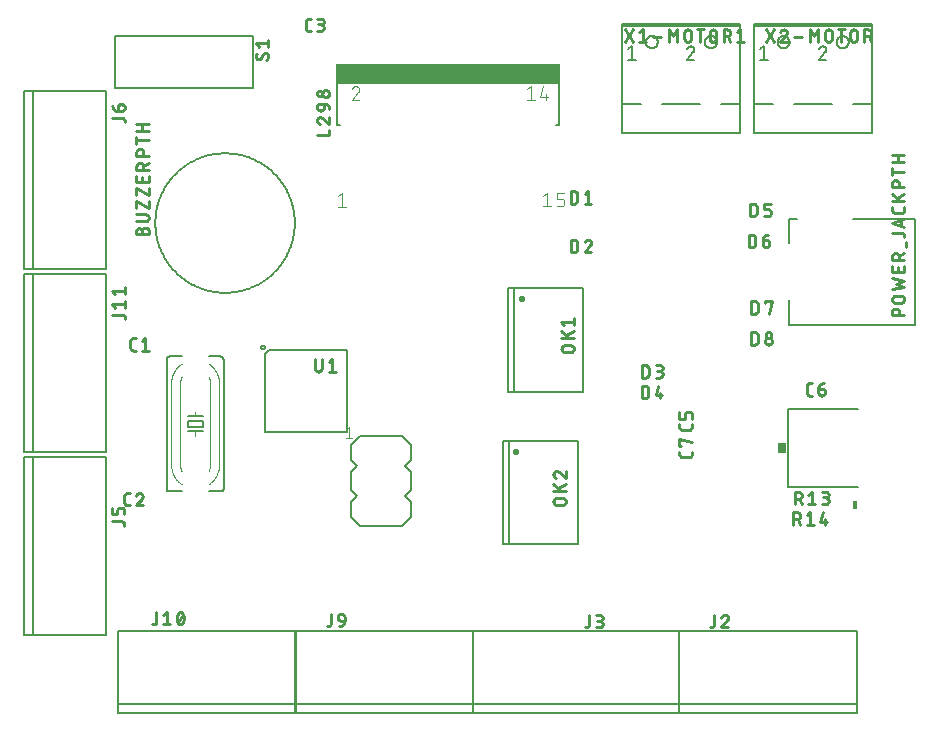
<source format=gto>
G75*
%MOIN*%
%OFA0B0*%
%FSLAX25Y25*%
%IPPOS*%
%LPD*%
%AMOC8*
5,1,8,0,0,1.08239X$1,22.5*
%
%ADD10C,0.00900*%
%ADD11C,0.00600*%
%ADD12C,0.00400*%
%ADD13R,0.74606X0.06594*%
%ADD14C,0.00800*%
%ADD15R,0.03000X0.03400*%
%ADD16C,0.00500*%
%ADD17C,0.00300*%
%ADD18C,0.02174*%
%ADD19R,0.01600X0.02800*%
%ADD20C,0.00200*%
D10*
X0070226Y0051635D02*
X0070681Y0051635D01*
X0070741Y0051637D01*
X0070800Y0051643D01*
X0070859Y0051653D01*
X0070917Y0051666D01*
X0070974Y0051683D01*
X0071030Y0051704D01*
X0071084Y0051729D01*
X0071137Y0051757D01*
X0071187Y0051789D01*
X0071236Y0051823D01*
X0071282Y0051861D01*
X0071325Y0051902D01*
X0071366Y0051945D01*
X0071404Y0051991D01*
X0071438Y0052040D01*
X0071470Y0052091D01*
X0071498Y0052143D01*
X0071523Y0052197D01*
X0071544Y0052253D01*
X0071561Y0052310D01*
X0071574Y0052368D01*
X0071584Y0052427D01*
X0071590Y0052486D01*
X0071592Y0052546D01*
X0071592Y0055735D01*
X0073935Y0054824D02*
X0075074Y0055735D01*
X0075074Y0051635D01*
X0073935Y0051635D02*
X0076213Y0051635D01*
X0080371Y0052204D02*
X0080418Y0052304D01*
X0080461Y0052404D01*
X0080501Y0052506D01*
X0080537Y0052609D01*
X0080570Y0052714D01*
X0080600Y0052819D01*
X0080626Y0052925D01*
X0080649Y0053032D01*
X0080669Y0053140D01*
X0080685Y0053248D01*
X0080697Y0053357D01*
X0080706Y0053466D01*
X0080711Y0053576D01*
X0080713Y0053685D01*
X0078434Y0053685D02*
X0078436Y0053794D01*
X0078441Y0053904D01*
X0078450Y0054013D01*
X0078462Y0054122D01*
X0078478Y0054230D01*
X0078498Y0054338D01*
X0078521Y0054445D01*
X0078547Y0054551D01*
X0078577Y0054656D01*
X0078610Y0054761D01*
X0078646Y0054864D01*
X0078686Y0054966D01*
X0078729Y0055067D01*
X0078776Y0055166D01*
X0079574Y0055735D02*
X0079629Y0055733D01*
X0079684Y0055728D01*
X0079738Y0055719D01*
X0079792Y0055706D01*
X0079844Y0055690D01*
X0079896Y0055671D01*
X0079946Y0055648D01*
X0079995Y0055623D01*
X0080041Y0055594D01*
X0080086Y0055562D01*
X0080129Y0055527D01*
X0080169Y0055489D01*
X0080207Y0055449D01*
X0080242Y0055407D01*
X0080274Y0055362D01*
X0080303Y0055315D01*
X0080329Y0055267D01*
X0080352Y0055217D01*
X0080371Y0055165D01*
X0080485Y0054824D02*
X0078662Y0052546D01*
X0079574Y0051635D02*
X0079629Y0051637D01*
X0079684Y0051642D01*
X0079738Y0051651D01*
X0079792Y0051664D01*
X0079844Y0051680D01*
X0079896Y0051699D01*
X0079946Y0051722D01*
X0079995Y0051747D01*
X0080041Y0051776D01*
X0080086Y0051808D01*
X0080129Y0051843D01*
X0080169Y0051881D01*
X0080207Y0051921D01*
X0080242Y0051963D01*
X0080274Y0052008D01*
X0080303Y0052055D01*
X0080329Y0052103D01*
X0080352Y0052153D01*
X0080371Y0052205D01*
X0079574Y0051635D02*
X0079519Y0051637D01*
X0079464Y0051642D01*
X0079410Y0051651D01*
X0079356Y0051664D01*
X0079304Y0051680D01*
X0079252Y0051699D01*
X0079202Y0051722D01*
X0079153Y0051747D01*
X0079107Y0051776D01*
X0079062Y0051808D01*
X0079019Y0051843D01*
X0078979Y0051881D01*
X0078941Y0051921D01*
X0078906Y0051963D01*
X0078874Y0052008D01*
X0078845Y0052055D01*
X0078819Y0052103D01*
X0078796Y0052153D01*
X0078777Y0052205D01*
X0080713Y0053685D02*
X0080711Y0053794D01*
X0080706Y0053904D01*
X0080697Y0054013D01*
X0080685Y0054122D01*
X0080669Y0054230D01*
X0080649Y0054338D01*
X0080626Y0054445D01*
X0080600Y0054551D01*
X0080570Y0054656D01*
X0080537Y0054761D01*
X0080501Y0054864D01*
X0080461Y0054966D01*
X0080418Y0055067D01*
X0080371Y0055166D01*
X0079574Y0055735D02*
X0079519Y0055733D01*
X0079464Y0055728D01*
X0079410Y0055719D01*
X0079356Y0055706D01*
X0079304Y0055690D01*
X0079252Y0055671D01*
X0079202Y0055648D01*
X0079153Y0055623D01*
X0079107Y0055594D01*
X0079062Y0055562D01*
X0079019Y0055527D01*
X0078979Y0055489D01*
X0078941Y0055449D01*
X0078906Y0055407D01*
X0078874Y0055362D01*
X0078845Y0055315D01*
X0078819Y0055267D01*
X0078796Y0055217D01*
X0078777Y0055165D01*
X0078435Y0053685D02*
X0078437Y0053576D01*
X0078442Y0053466D01*
X0078451Y0053357D01*
X0078463Y0053248D01*
X0078479Y0053140D01*
X0078499Y0053032D01*
X0078522Y0052925D01*
X0078548Y0052819D01*
X0078578Y0052714D01*
X0078611Y0052609D01*
X0078647Y0052506D01*
X0078687Y0052404D01*
X0078730Y0052304D01*
X0078777Y0052204D01*
X0060885Y0084619D02*
X0060885Y0085075D01*
X0060883Y0085135D01*
X0060877Y0085194D01*
X0060867Y0085253D01*
X0060854Y0085311D01*
X0060837Y0085368D01*
X0060816Y0085424D01*
X0060791Y0085478D01*
X0060763Y0085531D01*
X0060731Y0085581D01*
X0060697Y0085630D01*
X0060659Y0085676D01*
X0060618Y0085719D01*
X0060575Y0085760D01*
X0060529Y0085798D01*
X0060480Y0085832D01*
X0060430Y0085864D01*
X0060377Y0085892D01*
X0060323Y0085917D01*
X0060267Y0085938D01*
X0060210Y0085955D01*
X0060152Y0085968D01*
X0060093Y0085978D01*
X0060034Y0085984D01*
X0059974Y0085986D01*
X0056785Y0085986D01*
X0056785Y0088328D02*
X0056785Y0090606D01*
X0058607Y0089695D02*
X0058607Y0088328D01*
X0056785Y0088328D01*
X0058607Y0089695D02*
X0058609Y0089755D01*
X0058615Y0089814D01*
X0058625Y0089873D01*
X0058638Y0089931D01*
X0058655Y0089988D01*
X0058676Y0090044D01*
X0058701Y0090098D01*
X0058729Y0090151D01*
X0058761Y0090201D01*
X0058795Y0090250D01*
X0058833Y0090296D01*
X0058874Y0090339D01*
X0058917Y0090380D01*
X0058963Y0090418D01*
X0059012Y0090452D01*
X0059063Y0090484D01*
X0059115Y0090512D01*
X0059169Y0090537D01*
X0059225Y0090558D01*
X0059282Y0090575D01*
X0059340Y0090588D01*
X0059399Y0090598D01*
X0059458Y0090604D01*
X0059518Y0090606D01*
X0059974Y0090606D01*
X0060034Y0090604D01*
X0060093Y0090598D01*
X0060152Y0090588D01*
X0060210Y0090575D01*
X0060267Y0090558D01*
X0060323Y0090537D01*
X0060377Y0090512D01*
X0060430Y0090484D01*
X0060480Y0090452D01*
X0060529Y0090418D01*
X0060575Y0090380D01*
X0060618Y0090339D01*
X0060659Y0090296D01*
X0060697Y0090250D01*
X0060731Y0090201D01*
X0060763Y0090151D01*
X0060791Y0090098D01*
X0060816Y0090044D01*
X0060837Y0089988D01*
X0060854Y0089931D01*
X0060867Y0089873D01*
X0060877Y0089814D01*
X0060883Y0089755D01*
X0060885Y0089695D01*
X0060885Y0088328D01*
X0061861Y0091328D02*
X0062772Y0091328D01*
X0061861Y0091328D02*
X0061801Y0091330D01*
X0061742Y0091336D01*
X0061683Y0091346D01*
X0061625Y0091359D01*
X0061568Y0091376D01*
X0061512Y0091397D01*
X0061458Y0091422D01*
X0061406Y0091450D01*
X0061355Y0091482D01*
X0061306Y0091516D01*
X0061260Y0091554D01*
X0061217Y0091595D01*
X0061176Y0091638D01*
X0061138Y0091684D01*
X0061104Y0091733D01*
X0061072Y0091784D01*
X0061044Y0091836D01*
X0061019Y0091890D01*
X0060998Y0091946D01*
X0060981Y0092003D01*
X0060968Y0092061D01*
X0060958Y0092120D01*
X0060952Y0092179D01*
X0060950Y0092239D01*
X0060950Y0094517D01*
X0060952Y0094577D01*
X0060958Y0094636D01*
X0060968Y0094695D01*
X0060981Y0094753D01*
X0060998Y0094810D01*
X0061019Y0094866D01*
X0061044Y0094920D01*
X0061072Y0094972D01*
X0061104Y0095023D01*
X0061138Y0095072D01*
X0061176Y0095118D01*
X0061217Y0095161D01*
X0061260Y0095202D01*
X0061306Y0095240D01*
X0061355Y0095274D01*
X0061405Y0095306D01*
X0061458Y0095334D01*
X0061512Y0095359D01*
X0061568Y0095380D01*
X0061625Y0095397D01*
X0061683Y0095410D01*
X0061742Y0095420D01*
X0061801Y0095426D01*
X0061861Y0095428D01*
X0062772Y0095428D01*
X0066657Y0093606D02*
X0066702Y0093651D01*
X0066744Y0093699D01*
X0066784Y0093749D01*
X0066820Y0093801D01*
X0066853Y0093855D01*
X0066883Y0093912D01*
X0066910Y0093969D01*
X0066933Y0094029D01*
X0066953Y0094089D01*
X0066970Y0094151D01*
X0066982Y0094213D01*
X0066992Y0094276D01*
X0066997Y0094339D01*
X0066999Y0094403D01*
X0066657Y0093606D02*
X0064721Y0091328D01*
X0066999Y0091328D01*
X0064721Y0094517D02*
X0064744Y0094582D01*
X0064770Y0094646D01*
X0064800Y0094708D01*
X0064833Y0094769D01*
X0064869Y0094827D01*
X0064908Y0094884D01*
X0064950Y0094939D01*
X0064995Y0094992D01*
X0065042Y0095042D01*
X0065092Y0095089D01*
X0065145Y0095134D01*
X0065199Y0095176D01*
X0065256Y0095215D01*
X0065315Y0095251D01*
X0065376Y0095284D01*
X0065438Y0095314D01*
X0065502Y0095340D01*
X0065567Y0095363D01*
X0065633Y0095383D01*
X0065700Y0095399D01*
X0065768Y0095412D01*
X0065836Y0095421D01*
X0065905Y0095426D01*
X0065974Y0095428D01*
X0066036Y0095426D01*
X0066098Y0095421D01*
X0066159Y0095411D01*
X0066219Y0095398D01*
X0066279Y0095382D01*
X0066337Y0095361D01*
X0066395Y0095338D01*
X0066450Y0095311D01*
X0066504Y0095280D01*
X0066556Y0095247D01*
X0066606Y0095210D01*
X0066654Y0095170D01*
X0066699Y0095128D01*
X0066741Y0095083D01*
X0066781Y0095035D01*
X0066818Y0094985D01*
X0066851Y0094933D01*
X0066882Y0094879D01*
X0066909Y0094824D01*
X0066932Y0094766D01*
X0066953Y0094708D01*
X0066969Y0094648D01*
X0066982Y0094588D01*
X0066992Y0094527D01*
X0066997Y0094465D01*
X0066999Y0094403D01*
X0066721Y0142950D02*
X0068999Y0142950D01*
X0067860Y0142950D02*
X0067860Y0147050D01*
X0066721Y0146139D01*
X0064772Y0147050D02*
X0063861Y0147050D01*
X0063801Y0147048D01*
X0063742Y0147042D01*
X0063683Y0147032D01*
X0063625Y0147019D01*
X0063568Y0147002D01*
X0063512Y0146981D01*
X0063458Y0146956D01*
X0063405Y0146928D01*
X0063355Y0146896D01*
X0063306Y0146862D01*
X0063260Y0146824D01*
X0063217Y0146783D01*
X0063176Y0146740D01*
X0063138Y0146694D01*
X0063104Y0146645D01*
X0063072Y0146594D01*
X0063044Y0146542D01*
X0063019Y0146488D01*
X0062998Y0146432D01*
X0062981Y0146375D01*
X0062968Y0146317D01*
X0062958Y0146258D01*
X0062952Y0146199D01*
X0062950Y0146139D01*
X0062950Y0143861D01*
X0062952Y0143801D01*
X0062958Y0143742D01*
X0062968Y0143683D01*
X0062981Y0143625D01*
X0062998Y0143568D01*
X0063019Y0143512D01*
X0063044Y0143458D01*
X0063072Y0143406D01*
X0063104Y0143355D01*
X0063138Y0143306D01*
X0063176Y0143260D01*
X0063217Y0143217D01*
X0063260Y0143176D01*
X0063306Y0143138D01*
X0063355Y0143104D01*
X0063406Y0143072D01*
X0063458Y0143044D01*
X0063512Y0143019D01*
X0063568Y0142998D01*
X0063625Y0142981D01*
X0063683Y0142968D01*
X0063742Y0142958D01*
X0063801Y0142952D01*
X0063861Y0142950D01*
X0064772Y0142950D01*
X0061050Y0153563D02*
X0061050Y0154019D01*
X0061048Y0154079D01*
X0061042Y0154138D01*
X0061032Y0154197D01*
X0061019Y0154255D01*
X0061002Y0154312D01*
X0060981Y0154368D01*
X0060956Y0154422D01*
X0060928Y0154475D01*
X0060896Y0154525D01*
X0060862Y0154574D01*
X0060824Y0154620D01*
X0060783Y0154663D01*
X0060740Y0154704D01*
X0060694Y0154742D01*
X0060645Y0154776D01*
X0060595Y0154808D01*
X0060542Y0154836D01*
X0060488Y0154861D01*
X0060432Y0154882D01*
X0060375Y0154899D01*
X0060317Y0154912D01*
X0060258Y0154922D01*
X0060199Y0154928D01*
X0060139Y0154930D01*
X0056950Y0154930D01*
X0057861Y0157272D02*
X0056950Y0158411D01*
X0061050Y0158411D01*
X0061050Y0157272D02*
X0061050Y0159550D01*
X0061050Y0161772D02*
X0061050Y0164050D01*
X0061050Y0162911D02*
X0056950Y0162911D01*
X0057861Y0161772D01*
X0064950Y0181668D02*
X0064950Y0182807D01*
X0064952Y0182867D01*
X0064958Y0182926D01*
X0064968Y0182985D01*
X0064981Y0183043D01*
X0064998Y0183100D01*
X0065019Y0183156D01*
X0065044Y0183210D01*
X0065072Y0183263D01*
X0065104Y0183313D01*
X0065138Y0183362D01*
X0065176Y0183408D01*
X0065217Y0183451D01*
X0065260Y0183492D01*
X0065306Y0183530D01*
X0065355Y0183564D01*
X0065406Y0183596D01*
X0065458Y0183624D01*
X0065512Y0183649D01*
X0065568Y0183670D01*
X0065625Y0183687D01*
X0065683Y0183700D01*
X0065742Y0183710D01*
X0065801Y0183716D01*
X0065861Y0183718D01*
X0065921Y0183716D01*
X0065980Y0183710D01*
X0066039Y0183700D01*
X0066097Y0183687D01*
X0066154Y0183670D01*
X0066210Y0183649D01*
X0066264Y0183624D01*
X0066317Y0183596D01*
X0066367Y0183564D01*
X0066416Y0183530D01*
X0066462Y0183492D01*
X0066505Y0183451D01*
X0066546Y0183408D01*
X0066584Y0183362D01*
X0066618Y0183313D01*
X0066650Y0183263D01*
X0066678Y0183210D01*
X0066703Y0183156D01*
X0066724Y0183100D01*
X0066741Y0183043D01*
X0066754Y0182985D01*
X0066764Y0182926D01*
X0066770Y0182867D01*
X0066772Y0182807D01*
X0066772Y0181668D01*
X0066772Y0182807D02*
X0066774Y0182873D01*
X0066780Y0182939D01*
X0066789Y0183005D01*
X0066803Y0183070D01*
X0066820Y0183134D01*
X0066841Y0183197D01*
X0066865Y0183258D01*
X0066893Y0183318D01*
X0066925Y0183377D01*
X0066959Y0183433D01*
X0066997Y0183487D01*
X0067038Y0183539D01*
X0067083Y0183589D01*
X0067129Y0183635D01*
X0067179Y0183680D01*
X0067231Y0183721D01*
X0067285Y0183759D01*
X0067342Y0183793D01*
X0067400Y0183825D01*
X0067460Y0183853D01*
X0067521Y0183877D01*
X0067584Y0183898D01*
X0067648Y0183915D01*
X0067713Y0183929D01*
X0067779Y0183938D01*
X0067845Y0183944D01*
X0067911Y0183946D01*
X0067977Y0183944D01*
X0068043Y0183938D01*
X0068109Y0183929D01*
X0068174Y0183915D01*
X0068238Y0183898D01*
X0068301Y0183877D01*
X0068362Y0183853D01*
X0068422Y0183825D01*
X0068481Y0183793D01*
X0068537Y0183759D01*
X0068591Y0183721D01*
X0068643Y0183680D01*
X0068693Y0183635D01*
X0068739Y0183589D01*
X0068784Y0183539D01*
X0068825Y0183487D01*
X0068863Y0183433D01*
X0068897Y0183377D01*
X0068929Y0183318D01*
X0068957Y0183258D01*
X0068981Y0183197D01*
X0069002Y0183134D01*
X0069019Y0183070D01*
X0069033Y0183005D01*
X0069042Y0182939D01*
X0069048Y0182873D01*
X0069050Y0182807D01*
X0069050Y0181668D01*
X0064950Y0181668D01*
X0064950Y0186059D02*
X0067911Y0186059D01*
X0067977Y0186061D01*
X0068043Y0186067D01*
X0068109Y0186076D01*
X0068174Y0186090D01*
X0068238Y0186107D01*
X0068301Y0186128D01*
X0068362Y0186152D01*
X0068422Y0186180D01*
X0068481Y0186212D01*
X0068537Y0186246D01*
X0068591Y0186284D01*
X0068643Y0186325D01*
X0068693Y0186370D01*
X0068739Y0186416D01*
X0068784Y0186466D01*
X0068825Y0186518D01*
X0068863Y0186572D01*
X0068897Y0186629D01*
X0068929Y0186687D01*
X0068957Y0186747D01*
X0068981Y0186808D01*
X0069002Y0186871D01*
X0069019Y0186935D01*
X0069033Y0187000D01*
X0069042Y0187066D01*
X0069048Y0187132D01*
X0069050Y0187198D01*
X0069048Y0187264D01*
X0069042Y0187330D01*
X0069033Y0187396D01*
X0069019Y0187461D01*
X0069002Y0187525D01*
X0068981Y0187588D01*
X0068957Y0187649D01*
X0068929Y0187709D01*
X0068897Y0187768D01*
X0068863Y0187824D01*
X0068825Y0187878D01*
X0068784Y0187930D01*
X0068739Y0187980D01*
X0068693Y0188026D01*
X0068643Y0188071D01*
X0068591Y0188112D01*
X0068537Y0188150D01*
X0068480Y0188184D01*
X0068422Y0188216D01*
X0068362Y0188244D01*
X0068301Y0188268D01*
X0068238Y0188289D01*
X0068174Y0188306D01*
X0068109Y0188320D01*
X0068043Y0188329D01*
X0067977Y0188335D01*
X0067911Y0188337D01*
X0064950Y0188337D01*
X0064950Y0190559D02*
X0064950Y0192837D01*
X0069050Y0190559D01*
X0069050Y0192837D01*
X0069050Y0194759D02*
X0069050Y0197037D01*
X0069050Y0199274D02*
X0064950Y0199274D01*
X0064950Y0201096D01*
X0066772Y0200640D02*
X0066772Y0199274D01*
X0069050Y0199274D02*
X0069050Y0201096D01*
X0069050Y0203206D02*
X0064950Y0203206D01*
X0064950Y0204345D01*
X0064952Y0204411D01*
X0064958Y0204477D01*
X0064967Y0204543D01*
X0064981Y0204608D01*
X0064998Y0204672D01*
X0065019Y0204735D01*
X0065043Y0204796D01*
X0065071Y0204856D01*
X0065103Y0204915D01*
X0065137Y0204971D01*
X0065175Y0205025D01*
X0065216Y0205077D01*
X0065261Y0205127D01*
X0065307Y0205173D01*
X0065357Y0205218D01*
X0065409Y0205259D01*
X0065463Y0205297D01*
X0065520Y0205331D01*
X0065578Y0205363D01*
X0065638Y0205391D01*
X0065699Y0205415D01*
X0065762Y0205436D01*
X0065826Y0205453D01*
X0065891Y0205467D01*
X0065957Y0205476D01*
X0066023Y0205482D01*
X0066089Y0205484D01*
X0066155Y0205482D01*
X0066221Y0205476D01*
X0066287Y0205467D01*
X0066352Y0205453D01*
X0066416Y0205436D01*
X0066479Y0205415D01*
X0066540Y0205391D01*
X0066600Y0205363D01*
X0066659Y0205331D01*
X0066715Y0205297D01*
X0066769Y0205259D01*
X0066821Y0205218D01*
X0066871Y0205173D01*
X0066917Y0205127D01*
X0066962Y0205077D01*
X0067003Y0205025D01*
X0067041Y0204971D01*
X0067075Y0204915D01*
X0067107Y0204856D01*
X0067135Y0204796D01*
X0067159Y0204735D01*
X0067180Y0204672D01*
X0067197Y0204608D01*
X0067211Y0204543D01*
X0067220Y0204477D01*
X0067226Y0204411D01*
X0067228Y0204345D01*
X0067228Y0203206D01*
X0067228Y0204573D02*
X0069050Y0205484D01*
X0069050Y0207918D02*
X0064950Y0207918D01*
X0064950Y0209056D01*
X0064952Y0209122D01*
X0064958Y0209188D01*
X0064967Y0209254D01*
X0064981Y0209319D01*
X0064998Y0209383D01*
X0065019Y0209446D01*
X0065043Y0209507D01*
X0065071Y0209567D01*
X0065103Y0209626D01*
X0065137Y0209682D01*
X0065175Y0209736D01*
X0065216Y0209788D01*
X0065261Y0209838D01*
X0065307Y0209884D01*
X0065357Y0209929D01*
X0065409Y0209970D01*
X0065463Y0210008D01*
X0065520Y0210042D01*
X0065578Y0210074D01*
X0065638Y0210102D01*
X0065699Y0210126D01*
X0065762Y0210147D01*
X0065826Y0210164D01*
X0065891Y0210178D01*
X0065957Y0210187D01*
X0066023Y0210193D01*
X0066089Y0210195D01*
X0066155Y0210193D01*
X0066221Y0210187D01*
X0066287Y0210178D01*
X0066352Y0210164D01*
X0066416Y0210147D01*
X0066479Y0210126D01*
X0066540Y0210102D01*
X0066600Y0210074D01*
X0066659Y0210042D01*
X0066715Y0210008D01*
X0066769Y0209970D01*
X0066821Y0209929D01*
X0066871Y0209884D01*
X0066917Y0209838D01*
X0066962Y0209788D01*
X0067003Y0209736D01*
X0067041Y0209682D01*
X0067075Y0209626D01*
X0067107Y0209567D01*
X0067135Y0209507D01*
X0067159Y0209446D01*
X0067180Y0209383D01*
X0067197Y0209319D01*
X0067211Y0209254D01*
X0067220Y0209188D01*
X0067226Y0209122D01*
X0067228Y0209056D01*
X0067228Y0207918D01*
X0064950Y0211859D02*
X0064950Y0214137D01*
X0064950Y0212998D02*
X0069050Y0212998D01*
X0069050Y0216209D02*
X0064950Y0216209D01*
X0066772Y0216209D02*
X0066772Y0218487D01*
X0064950Y0218487D02*
X0069050Y0218487D01*
X0061050Y0219063D02*
X0061050Y0219519D01*
X0061048Y0219579D01*
X0061042Y0219638D01*
X0061032Y0219697D01*
X0061019Y0219755D01*
X0061002Y0219812D01*
X0060981Y0219868D01*
X0060956Y0219922D01*
X0060928Y0219975D01*
X0060896Y0220025D01*
X0060862Y0220074D01*
X0060824Y0220120D01*
X0060783Y0220163D01*
X0060740Y0220204D01*
X0060694Y0220242D01*
X0060645Y0220276D01*
X0060595Y0220308D01*
X0060542Y0220336D01*
X0060488Y0220361D01*
X0060432Y0220382D01*
X0060375Y0220399D01*
X0060317Y0220412D01*
X0060258Y0220422D01*
X0060199Y0220428D01*
X0060139Y0220430D01*
X0056950Y0220430D01*
X0058772Y0222772D02*
X0059911Y0222772D01*
X0058772Y0222772D02*
X0058772Y0224139D01*
X0058772Y0222772D02*
X0058688Y0222774D01*
X0058604Y0222780D01*
X0058520Y0222789D01*
X0058437Y0222803D01*
X0058355Y0222820D01*
X0058273Y0222842D01*
X0058193Y0222866D01*
X0058114Y0222895D01*
X0058036Y0222927D01*
X0057960Y0222963D01*
X0057885Y0223002D01*
X0057813Y0223045D01*
X0057742Y0223091D01*
X0057674Y0223140D01*
X0057608Y0223192D01*
X0057545Y0223248D01*
X0057484Y0223306D01*
X0057426Y0223367D01*
X0057370Y0223430D01*
X0057318Y0223496D01*
X0057269Y0223564D01*
X0057223Y0223635D01*
X0057180Y0223707D01*
X0057141Y0223782D01*
X0057105Y0223858D01*
X0057073Y0223936D01*
X0057044Y0224015D01*
X0057020Y0224095D01*
X0056998Y0224177D01*
X0056981Y0224259D01*
X0056967Y0224342D01*
X0056958Y0224426D01*
X0056952Y0224510D01*
X0056950Y0224594D01*
X0058772Y0224139D02*
X0058774Y0224199D01*
X0058780Y0224258D01*
X0058790Y0224317D01*
X0058803Y0224375D01*
X0058820Y0224432D01*
X0058841Y0224488D01*
X0058866Y0224542D01*
X0058894Y0224595D01*
X0058926Y0224645D01*
X0058960Y0224694D01*
X0058998Y0224740D01*
X0059039Y0224783D01*
X0059082Y0224824D01*
X0059128Y0224862D01*
X0059177Y0224896D01*
X0059228Y0224928D01*
X0059280Y0224956D01*
X0059334Y0224981D01*
X0059390Y0225002D01*
X0059447Y0225019D01*
X0059505Y0225032D01*
X0059564Y0225042D01*
X0059623Y0225048D01*
X0059683Y0225050D01*
X0059911Y0225050D01*
X0059977Y0225048D01*
X0060043Y0225042D01*
X0060109Y0225033D01*
X0060174Y0225019D01*
X0060238Y0225002D01*
X0060301Y0224981D01*
X0060362Y0224957D01*
X0060422Y0224929D01*
X0060480Y0224897D01*
X0060537Y0224863D01*
X0060591Y0224825D01*
X0060643Y0224784D01*
X0060693Y0224739D01*
X0060739Y0224693D01*
X0060784Y0224643D01*
X0060825Y0224591D01*
X0060863Y0224537D01*
X0060897Y0224481D01*
X0060929Y0224422D01*
X0060957Y0224362D01*
X0060981Y0224301D01*
X0061002Y0224238D01*
X0061019Y0224174D01*
X0061033Y0224109D01*
X0061042Y0224043D01*
X0061048Y0223977D01*
X0061050Y0223911D01*
X0061048Y0223845D01*
X0061042Y0223779D01*
X0061033Y0223713D01*
X0061019Y0223648D01*
X0061002Y0223584D01*
X0060981Y0223521D01*
X0060957Y0223460D01*
X0060929Y0223400D01*
X0060897Y0223342D01*
X0060863Y0223285D01*
X0060825Y0223231D01*
X0060784Y0223179D01*
X0060739Y0223129D01*
X0060693Y0223083D01*
X0060643Y0223038D01*
X0060591Y0222997D01*
X0060537Y0222959D01*
X0060481Y0222925D01*
X0060422Y0222893D01*
X0060362Y0222865D01*
X0060301Y0222841D01*
X0060238Y0222820D01*
X0060174Y0222803D01*
X0060109Y0222789D01*
X0060043Y0222780D01*
X0059977Y0222774D01*
X0059911Y0222772D01*
X0064950Y0197037D02*
X0069050Y0194759D01*
X0064950Y0194759D02*
X0064950Y0197037D01*
X0105676Y0239985D02*
X0105616Y0239987D01*
X0105557Y0239993D01*
X0105498Y0240003D01*
X0105440Y0240016D01*
X0105383Y0240033D01*
X0105327Y0240054D01*
X0105273Y0240079D01*
X0105221Y0240107D01*
X0105170Y0240139D01*
X0105121Y0240173D01*
X0105075Y0240211D01*
X0105032Y0240252D01*
X0104991Y0240295D01*
X0104953Y0240341D01*
X0104919Y0240390D01*
X0104887Y0240441D01*
X0104859Y0240493D01*
X0104834Y0240547D01*
X0104813Y0240603D01*
X0104796Y0240660D01*
X0104783Y0240718D01*
X0104773Y0240777D01*
X0104767Y0240836D01*
X0104765Y0240896D01*
X0105676Y0239985D02*
X0105736Y0239987D01*
X0105796Y0239993D01*
X0105855Y0240002D01*
X0105913Y0240016D01*
X0105971Y0240033D01*
X0106027Y0240054D01*
X0106082Y0240079D01*
X0106135Y0240107D01*
X0106186Y0240138D01*
X0106235Y0240173D01*
X0106282Y0240211D01*
X0106326Y0240252D01*
X0106367Y0240295D01*
X0106405Y0240341D01*
X0106441Y0240390D01*
X0106473Y0240440D01*
X0106473Y0240441D02*
X0107157Y0241693D01*
X0108865Y0241238D02*
X0108863Y0241154D01*
X0108858Y0241069D01*
X0108848Y0240985D01*
X0108835Y0240902D01*
X0108819Y0240819D01*
X0108799Y0240737D01*
X0108775Y0240656D01*
X0108748Y0240576D01*
X0108717Y0240498D01*
X0108683Y0240420D01*
X0108645Y0240345D01*
X0108604Y0240271D01*
X0108560Y0240199D01*
X0108513Y0240129D01*
X0108463Y0240061D01*
X0108410Y0239995D01*
X0108354Y0239932D01*
X0108295Y0239871D01*
X0107157Y0241694D02*
X0107189Y0241744D01*
X0107225Y0241793D01*
X0107263Y0241839D01*
X0107304Y0241882D01*
X0107348Y0241923D01*
X0107395Y0241961D01*
X0107444Y0241996D01*
X0107495Y0242027D01*
X0107548Y0242055D01*
X0107603Y0242080D01*
X0107659Y0242101D01*
X0107717Y0242118D01*
X0107775Y0242132D01*
X0107834Y0242141D01*
X0107894Y0242147D01*
X0107954Y0242149D01*
X0108014Y0242147D01*
X0108073Y0242141D01*
X0108132Y0242131D01*
X0108190Y0242118D01*
X0108247Y0242101D01*
X0108303Y0242080D01*
X0108357Y0242055D01*
X0108410Y0242027D01*
X0108460Y0241995D01*
X0108509Y0241961D01*
X0108555Y0241923D01*
X0108598Y0241882D01*
X0108639Y0241839D01*
X0108677Y0241793D01*
X0108711Y0241744D01*
X0108743Y0241694D01*
X0108771Y0241641D01*
X0108796Y0241587D01*
X0108817Y0241531D01*
X0108834Y0241474D01*
X0108847Y0241416D01*
X0108857Y0241357D01*
X0108863Y0241298D01*
X0108865Y0241238D01*
X0105107Y0241921D02*
X0105061Y0241857D01*
X0105018Y0241791D01*
X0104979Y0241723D01*
X0104942Y0241654D01*
X0104909Y0241583D01*
X0104879Y0241510D01*
X0104853Y0241436D01*
X0104830Y0241361D01*
X0104810Y0241285D01*
X0104794Y0241208D01*
X0104781Y0241131D01*
X0104772Y0241053D01*
X0104767Y0240974D01*
X0104765Y0240896D01*
X0105676Y0244221D02*
X0104765Y0245360D01*
X0108865Y0245360D01*
X0108865Y0244221D02*
X0108865Y0246499D01*
X0121336Y0250337D02*
X0121336Y0252615D01*
X0121338Y0252675D01*
X0121344Y0252734D01*
X0121354Y0252793D01*
X0121367Y0252851D01*
X0121384Y0252908D01*
X0121405Y0252964D01*
X0121430Y0253018D01*
X0121458Y0253070D01*
X0121490Y0253121D01*
X0121524Y0253170D01*
X0121562Y0253216D01*
X0121603Y0253259D01*
X0121646Y0253300D01*
X0121692Y0253338D01*
X0121741Y0253372D01*
X0121791Y0253404D01*
X0121844Y0253432D01*
X0121898Y0253457D01*
X0121954Y0253478D01*
X0122011Y0253495D01*
X0122069Y0253508D01*
X0122128Y0253518D01*
X0122187Y0253524D01*
X0122247Y0253526D01*
X0123158Y0253526D01*
X0125107Y0253526D02*
X0126474Y0253526D01*
X0126534Y0253524D01*
X0126593Y0253518D01*
X0126652Y0253508D01*
X0126710Y0253495D01*
X0126767Y0253478D01*
X0126823Y0253457D01*
X0126877Y0253432D01*
X0126929Y0253404D01*
X0126980Y0253372D01*
X0127029Y0253338D01*
X0127075Y0253300D01*
X0127118Y0253259D01*
X0127159Y0253216D01*
X0127197Y0253170D01*
X0127231Y0253121D01*
X0127263Y0253071D01*
X0127291Y0253018D01*
X0127316Y0252964D01*
X0127337Y0252908D01*
X0127354Y0252851D01*
X0127367Y0252793D01*
X0127377Y0252734D01*
X0127383Y0252675D01*
X0127385Y0252615D01*
X0127383Y0252555D01*
X0127377Y0252496D01*
X0127367Y0252437D01*
X0127354Y0252379D01*
X0127337Y0252322D01*
X0127316Y0252266D01*
X0127291Y0252212D01*
X0127263Y0252160D01*
X0127231Y0252109D01*
X0127197Y0252060D01*
X0127159Y0252014D01*
X0127118Y0251971D01*
X0127075Y0251930D01*
X0127029Y0251892D01*
X0126980Y0251858D01*
X0126930Y0251826D01*
X0126877Y0251798D01*
X0126823Y0251773D01*
X0126767Y0251752D01*
X0126710Y0251735D01*
X0126652Y0251722D01*
X0126593Y0251712D01*
X0126534Y0251706D01*
X0126474Y0251704D01*
X0125563Y0251704D01*
X0126246Y0251704D02*
X0126312Y0251702D01*
X0126378Y0251696D01*
X0126444Y0251687D01*
X0126509Y0251673D01*
X0126573Y0251656D01*
X0126636Y0251635D01*
X0126697Y0251611D01*
X0126757Y0251583D01*
X0126815Y0251551D01*
X0126872Y0251517D01*
X0126926Y0251479D01*
X0126978Y0251438D01*
X0127028Y0251393D01*
X0127074Y0251347D01*
X0127119Y0251297D01*
X0127160Y0251245D01*
X0127198Y0251191D01*
X0127232Y0251135D01*
X0127264Y0251076D01*
X0127292Y0251016D01*
X0127316Y0250955D01*
X0127337Y0250892D01*
X0127354Y0250828D01*
X0127368Y0250763D01*
X0127377Y0250697D01*
X0127383Y0250631D01*
X0127385Y0250565D01*
X0127383Y0250499D01*
X0127377Y0250433D01*
X0127368Y0250367D01*
X0127354Y0250302D01*
X0127337Y0250238D01*
X0127316Y0250175D01*
X0127292Y0250114D01*
X0127264Y0250054D01*
X0127232Y0249996D01*
X0127198Y0249939D01*
X0127160Y0249885D01*
X0127119Y0249833D01*
X0127074Y0249783D01*
X0127028Y0249737D01*
X0126978Y0249692D01*
X0126926Y0249651D01*
X0126872Y0249613D01*
X0126816Y0249579D01*
X0126757Y0249547D01*
X0126697Y0249519D01*
X0126636Y0249495D01*
X0126573Y0249474D01*
X0126509Y0249457D01*
X0126444Y0249443D01*
X0126378Y0249434D01*
X0126312Y0249428D01*
X0126246Y0249426D01*
X0125107Y0249426D01*
X0123158Y0249426D02*
X0122247Y0249426D01*
X0122187Y0249428D01*
X0122128Y0249434D01*
X0122069Y0249444D01*
X0122011Y0249457D01*
X0121954Y0249474D01*
X0121898Y0249495D01*
X0121844Y0249520D01*
X0121792Y0249548D01*
X0121741Y0249580D01*
X0121692Y0249614D01*
X0121646Y0249652D01*
X0121603Y0249693D01*
X0121562Y0249736D01*
X0121524Y0249782D01*
X0121490Y0249831D01*
X0121458Y0249882D01*
X0121430Y0249934D01*
X0121405Y0249988D01*
X0121384Y0250044D01*
X0121367Y0250101D01*
X0121354Y0250159D01*
X0121344Y0250218D01*
X0121338Y0250277D01*
X0121336Y0250337D01*
X0126019Y0229515D02*
X0126079Y0229513D01*
X0126138Y0229507D01*
X0126197Y0229497D01*
X0126255Y0229484D01*
X0126312Y0229467D01*
X0126368Y0229446D01*
X0126422Y0229421D01*
X0126474Y0229393D01*
X0126525Y0229361D01*
X0126574Y0229327D01*
X0126620Y0229289D01*
X0126663Y0229248D01*
X0126704Y0229205D01*
X0126742Y0229159D01*
X0126776Y0229110D01*
X0126808Y0229060D01*
X0126836Y0229007D01*
X0126861Y0228953D01*
X0126882Y0228897D01*
X0126899Y0228840D01*
X0126912Y0228782D01*
X0126922Y0228723D01*
X0126928Y0228664D01*
X0126930Y0228604D01*
X0126928Y0228544D01*
X0126922Y0228485D01*
X0126912Y0228426D01*
X0126899Y0228368D01*
X0126882Y0228311D01*
X0126861Y0228255D01*
X0126836Y0228201D01*
X0126808Y0228149D01*
X0126776Y0228098D01*
X0126742Y0228049D01*
X0126704Y0228003D01*
X0126663Y0227960D01*
X0126620Y0227919D01*
X0126574Y0227881D01*
X0126525Y0227847D01*
X0126475Y0227815D01*
X0126422Y0227787D01*
X0126368Y0227762D01*
X0126312Y0227741D01*
X0126255Y0227724D01*
X0126197Y0227711D01*
X0126138Y0227701D01*
X0126079Y0227695D01*
X0126019Y0227693D01*
X0125959Y0227695D01*
X0125900Y0227701D01*
X0125841Y0227711D01*
X0125783Y0227724D01*
X0125726Y0227741D01*
X0125670Y0227762D01*
X0125616Y0227787D01*
X0125564Y0227815D01*
X0125513Y0227847D01*
X0125464Y0227881D01*
X0125418Y0227919D01*
X0125375Y0227960D01*
X0125334Y0228003D01*
X0125296Y0228049D01*
X0125262Y0228098D01*
X0125230Y0228149D01*
X0125202Y0228201D01*
X0125177Y0228255D01*
X0125156Y0228311D01*
X0125139Y0228368D01*
X0125126Y0228426D01*
X0125116Y0228485D01*
X0125110Y0228544D01*
X0125108Y0228604D01*
X0125110Y0228664D01*
X0125116Y0228723D01*
X0125126Y0228782D01*
X0125139Y0228840D01*
X0125156Y0228897D01*
X0125177Y0228953D01*
X0125202Y0229007D01*
X0125230Y0229060D01*
X0125262Y0229110D01*
X0125296Y0229159D01*
X0125334Y0229205D01*
X0125375Y0229248D01*
X0125418Y0229289D01*
X0125464Y0229327D01*
X0125513Y0229361D01*
X0125564Y0229393D01*
X0125616Y0229421D01*
X0125670Y0229446D01*
X0125726Y0229467D01*
X0125783Y0229484D01*
X0125841Y0229497D01*
X0125900Y0229507D01*
X0125959Y0229513D01*
X0126019Y0229515D01*
X0128069Y0229743D02*
X0128135Y0229741D01*
X0128201Y0229735D01*
X0128267Y0229726D01*
X0128332Y0229712D01*
X0128396Y0229695D01*
X0128459Y0229674D01*
X0128520Y0229650D01*
X0128580Y0229622D01*
X0128638Y0229590D01*
X0128695Y0229556D01*
X0128749Y0229518D01*
X0128801Y0229477D01*
X0128851Y0229432D01*
X0128897Y0229386D01*
X0128942Y0229336D01*
X0128983Y0229284D01*
X0129021Y0229230D01*
X0129055Y0229174D01*
X0129087Y0229115D01*
X0129115Y0229055D01*
X0129139Y0228994D01*
X0129160Y0228931D01*
X0129177Y0228867D01*
X0129191Y0228802D01*
X0129200Y0228736D01*
X0129206Y0228670D01*
X0129208Y0228604D01*
X0129206Y0228538D01*
X0129200Y0228472D01*
X0129191Y0228406D01*
X0129177Y0228341D01*
X0129160Y0228277D01*
X0129139Y0228214D01*
X0129115Y0228153D01*
X0129087Y0228093D01*
X0129055Y0228035D01*
X0129021Y0227978D01*
X0128983Y0227924D01*
X0128942Y0227872D01*
X0128897Y0227822D01*
X0128851Y0227776D01*
X0128801Y0227731D01*
X0128749Y0227690D01*
X0128695Y0227652D01*
X0128639Y0227618D01*
X0128580Y0227586D01*
X0128520Y0227558D01*
X0128459Y0227534D01*
X0128396Y0227513D01*
X0128332Y0227496D01*
X0128267Y0227482D01*
X0128201Y0227473D01*
X0128135Y0227467D01*
X0128069Y0227465D01*
X0128003Y0227467D01*
X0127937Y0227473D01*
X0127871Y0227482D01*
X0127806Y0227496D01*
X0127742Y0227513D01*
X0127679Y0227534D01*
X0127618Y0227558D01*
X0127558Y0227586D01*
X0127500Y0227618D01*
X0127443Y0227652D01*
X0127389Y0227690D01*
X0127337Y0227731D01*
X0127287Y0227776D01*
X0127241Y0227822D01*
X0127196Y0227872D01*
X0127155Y0227924D01*
X0127117Y0227978D01*
X0127083Y0228035D01*
X0127051Y0228093D01*
X0127023Y0228153D01*
X0126999Y0228214D01*
X0126978Y0228277D01*
X0126961Y0228341D01*
X0126947Y0228406D01*
X0126938Y0228472D01*
X0126932Y0228538D01*
X0126930Y0228604D01*
X0126932Y0228670D01*
X0126938Y0228736D01*
X0126947Y0228802D01*
X0126961Y0228867D01*
X0126978Y0228931D01*
X0126999Y0228994D01*
X0127023Y0229055D01*
X0127051Y0229115D01*
X0127083Y0229174D01*
X0127117Y0229230D01*
X0127155Y0229284D01*
X0127196Y0229336D01*
X0127241Y0229386D01*
X0127287Y0229432D01*
X0127337Y0229477D01*
X0127389Y0229518D01*
X0127443Y0229556D01*
X0127500Y0229590D01*
X0127558Y0229622D01*
X0127618Y0229650D01*
X0127679Y0229674D01*
X0127742Y0229695D01*
X0127806Y0229712D01*
X0127871Y0229726D01*
X0127937Y0229735D01*
X0128003Y0229741D01*
X0128069Y0229743D01*
X0127385Y0225243D02*
X0126246Y0225243D01*
X0126180Y0225241D01*
X0126114Y0225235D01*
X0126048Y0225226D01*
X0125983Y0225212D01*
X0125919Y0225195D01*
X0125856Y0225174D01*
X0125795Y0225150D01*
X0125735Y0225122D01*
X0125677Y0225090D01*
X0125620Y0225056D01*
X0125566Y0225018D01*
X0125514Y0224977D01*
X0125464Y0224932D01*
X0125418Y0224886D01*
X0125373Y0224836D01*
X0125332Y0224784D01*
X0125294Y0224730D01*
X0125260Y0224674D01*
X0125228Y0224615D01*
X0125200Y0224555D01*
X0125176Y0224494D01*
X0125155Y0224431D01*
X0125138Y0224367D01*
X0125124Y0224302D01*
X0125115Y0224236D01*
X0125109Y0224170D01*
X0125107Y0224104D01*
X0125109Y0224038D01*
X0125115Y0223972D01*
X0125124Y0223906D01*
X0125138Y0223841D01*
X0125155Y0223777D01*
X0125176Y0223714D01*
X0125200Y0223653D01*
X0125228Y0223593D01*
X0125260Y0223535D01*
X0125294Y0223478D01*
X0125332Y0223424D01*
X0125373Y0223372D01*
X0125418Y0223322D01*
X0125464Y0223276D01*
X0125514Y0223231D01*
X0125566Y0223190D01*
X0125620Y0223152D01*
X0125677Y0223118D01*
X0125735Y0223086D01*
X0125795Y0223058D01*
X0125856Y0223034D01*
X0125919Y0223013D01*
X0125983Y0222996D01*
X0126048Y0222982D01*
X0126114Y0222973D01*
X0126180Y0222967D01*
X0126246Y0222965D01*
X0126474Y0222965D01*
X0126534Y0222967D01*
X0126593Y0222973D01*
X0126652Y0222983D01*
X0126710Y0222996D01*
X0126767Y0223013D01*
X0126823Y0223034D01*
X0126877Y0223059D01*
X0126930Y0223087D01*
X0126980Y0223119D01*
X0127029Y0223153D01*
X0127075Y0223191D01*
X0127118Y0223232D01*
X0127159Y0223275D01*
X0127197Y0223321D01*
X0127231Y0223370D01*
X0127263Y0223421D01*
X0127291Y0223473D01*
X0127316Y0223527D01*
X0127337Y0223583D01*
X0127354Y0223640D01*
X0127367Y0223698D01*
X0127377Y0223757D01*
X0127383Y0223816D01*
X0127385Y0223876D01*
X0127385Y0225243D01*
X0127469Y0225241D01*
X0127553Y0225235D01*
X0127637Y0225226D01*
X0127720Y0225212D01*
X0127802Y0225195D01*
X0127884Y0225173D01*
X0127964Y0225149D01*
X0128043Y0225120D01*
X0128121Y0225088D01*
X0128197Y0225052D01*
X0128272Y0225013D01*
X0128344Y0224970D01*
X0128415Y0224924D01*
X0128483Y0224875D01*
X0128549Y0224823D01*
X0128612Y0224767D01*
X0128673Y0224709D01*
X0128731Y0224648D01*
X0128787Y0224585D01*
X0128839Y0224519D01*
X0128888Y0224451D01*
X0128934Y0224380D01*
X0128977Y0224308D01*
X0129016Y0224233D01*
X0129052Y0224157D01*
X0129084Y0224079D01*
X0129113Y0224000D01*
X0129137Y0223920D01*
X0129159Y0223838D01*
X0129176Y0223756D01*
X0129190Y0223673D01*
X0129199Y0223589D01*
X0129205Y0223505D01*
X0129207Y0223421D01*
X0129207Y0220743D02*
X0129207Y0218465D01*
X0126930Y0220401D01*
X0125107Y0219718D02*
X0125109Y0219649D01*
X0125114Y0219580D01*
X0125123Y0219512D01*
X0125136Y0219444D01*
X0125152Y0219377D01*
X0125172Y0219311D01*
X0125195Y0219246D01*
X0125221Y0219182D01*
X0125251Y0219120D01*
X0125284Y0219059D01*
X0125320Y0219000D01*
X0125359Y0218943D01*
X0125401Y0218889D01*
X0125446Y0218836D01*
X0125493Y0218786D01*
X0125543Y0218739D01*
X0125596Y0218694D01*
X0125651Y0218652D01*
X0125708Y0218613D01*
X0125766Y0218577D01*
X0125827Y0218544D01*
X0125889Y0218514D01*
X0125953Y0218488D01*
X0126018Y0218465D01*
X0126929Y0220401D02*
X0126884Y0220446D01*
X0126836Y0220488D01*
X0126786Y0220528D01*
X0126734Y0220564D01*
X0126680Y0220597D01*
X0126623Y0220627D01*
X0126566Y0220654D01*
X0126506Y0220677D01*
X0126446Y0220697D01*
X0126384Y0220714D01*
X0126322Y0220726D01*
X0126259Y0220736D01*
X0126196Y0220741D01*
X0126132Y0220743D01*
X0126070Y0220741D01*
X0126008Y0220736D01*
X0125947Y0220726D01*
X0125887Y0220713D01*
X0125827Y0220697D01*
X0125769Y0220676D01*
X0125711Y0220653D01*
X0125656Y0220626D01*
X0125602Y0220595D01*
X0125550Y0220562D01*
X0125500Y0220525D01*
X0125452Y0220485D01*
X0125407Y0220443D01*
X0125365Y0220398D01*
X0125325Y0220350D01*
X0125288Y0220300D01*
X0125255Y0220248D01*
X0125224Y0220194D01*
X0125197Y0220139D01*
X0125174Y0220081D01*
X0125153Y0220023D01*
X0125137Y0219963D01*
X0125124Y0219903D01*
X0125114Y0219842D01*
X0125109Y0219780D01*
X0125107Y0219718D01*
X0129207Y0216552D02*
X0129207Y0214730D01*
X0125107Y0214730D01*
X0209670Y0196050D02*
X0209670Y0191950D01*
X0210809Y0191950D01*
X0210875Y0191952D01*
X0210941Y0191958D01*
X0211007Y0191967D01*
X0211072Y0191981D01*
X0211136Y0191998D01*
X0211199Y0192019D01*
X0211260Y0192043D01*
X0211320Y0192071D01*
X0211379Y0192103D01*
X0211435Y0192137D01*
X0211489Y0192175D01*
X0211541Y0192216D01*
X0211591Y0192261D01*
X0211637Y0192307D01*
X0211682Y0192357D01*
X0211723Y0192409D01*
X0211761Y0192463D01*
X0211795Y0192520D01*
X0211827Y0192578D01*
X0211855Y0192638D01*
X0211879Y0192699D01*
X0211900Y0192762D01*
X0211917Y0192826D01*
X0211931Y0192891D01*
X0211940Y0192957D01*
X0211946Y0193023D01*
X0211948Y0193089D01*
X0211948Y0194911D01*
X0211946Y0194977D01*
X0211940Y0195043D01*
X0211931Y0195109D01*
X0211917Y0195174D01*
X0211900Y0195238D01*
X0211879Y0195301D01*
X0211855Y0195362D01*
X0211827Y0195422D01*
X0211795Y0195481D01*
X0211761Y0195537D01*
X0211723Y0195591D01*
X0211682Y0195643D01*
X0211637Y0195693D01*
X0211591Y0195739D01*
X0211541Y0195784D01*
X0211489Y0195825D01*
X0211435Y0195863D01*
X0211379Y0195897D01*
X0211320Y0195929D01*
X0211260Y0195957D01*
X0211199Y0195981D01*
X0211136Y0196002D01*
X0211072Y0196019D01*
X0211007Y0196033D01*
X0210941Y0196042D01*
X0210875Y0196048D01*
X0210809Y0196050D01*
X0209670Y0196050D01*
X0214320Y0195139D02*
X0215459Y0196050D01*
X0215459Y0191950D01*
X0214320Y0191950D02*
X0216598Y0191950D01*
X0215573Y0179916D02*
X0215635Y0179914D01*
X0215697Y0179909D01*
X0215758Y0179899D01*
X0215818Y0179886D01*
X0215878Y0179870D01*
X0215936Y0179849D01*
X0215994Y0179826D01*
X0216049Y0179799D01*
X0216103Y0179768D01*
X0216155Y0179735D01*
X0216205Y0179698D01*
X0216253Y0179658D01*
X0216298Y0179616D01*
X0216340Y0179571D01*
X0216380Y0179523D01*
X0216417Y0179473D01*
X0216450Y0179421D01*
X0216481Y0179367D01*
X0216508Y0179312D01*
X0216531Y0179254D01*
X0216552Y0179196D01*
X0216568Y0179136D01*
X0216581Y0179076D01*
X0216591Y0179015D01*
X0216596Y0178953D01*
X0216598Y0178891D01*
X0216257Y0178094D02*
X0214320Y0175816D01*
X0216598Y0175816D01*
X0214320Y0179005D02*
X0214343Y0179070D01*
X0214369Y0179134D01*
X0214399Y0179196D01*
X0214432Y0179257D01*
X0214468Y0179315D01*
X0214507Y0179372D01*
X0214549Y0179427D01*
X0214594Y0179480D01*
X0214641Y0179530D01*
X0214691Y0179577D01*
X0214744Y0179622D01*
X0214798Y0179664D01*
X0214855Y0179703D01*
X0214914Y0179739D01*
X0214975Y0179772D01*
X0215037Y0179802D01*
X0215101Y0179828D01*
X0215166Y0179851D01*
X0215232Y0179871D01*
X0215299Y0179887D01*
X0215367Y0179900D01*
X0215435Y0179909D01*
X0215504Y0179914D01*
X0215573Y0179916D01*
X0216598Y0178891D02*
X0216596Y0178827D01*
X0216591Y0178764D01*
X0216581Y0178701D01*
X0216569Y0178639D01*
X0216552Y0178577D01*
X0216532Y0178517D01*
X0216509Y0178457D01*
X0216482Y0178400D01*
X0216452Y0178343D01*
X0216419Y0178289D01*
X0216383Y0178237D01*
X0216343Y0178187D01*
X0216301Y0178139D01*
X0216256Y0178094D01*
X0211948Y0178777D02*
X0211948Y0176955D01*
X0211946Y0176889D01*
X0211940Y0176823D01*
X0211931Y0176757D01*
X0211917Y0176692D01*
X0211900Y0176628D01*
X0211879Y0176565D01*
X0211855Y0176504D01*
X0211827Y0176444D01*
X0211795Y0176386D01*
X0211761Y0176329D01*
X0211723Y0176275D01*
X0211682Y0176223D01*
X0211637Y0176173D01*
X0211591Y0176127D01*
X0211541Y0176082D01*
X0211489Y0176041D01*
X0211435Y0176003D01*
X0211379Y0175969D01*
X0211320Y0175937D01*
X0211260Y0175909D01*
X0211199Y0175885D01*
X0211136Y0175864D01*
X0211072Y0175847D01*
X0211007Y0175833D01*
X0210941Y0175824D01*
X0210875Y0175818D01*
X0210809Y0175816D01*
X0209670Y0175816D01*
X0209670Y0179916D01*
X0210809Y0179916D01*
X0210875Y0179914D01*
X0210941Y0179908D01*
X0211007Y0179899D01*
X0211072Y0179885D01*
X0211136Y0179868D01*
X0211199Y0179847D01*
X0211260Y0179823D01*
X0211320Y0179795D01*
X0211379Y0179763D01*
X0211435Y0179729D01*
X0211489Y0179691D01*
X0211541Y0179650D01*
X0211591Y0179605D01*
X0211637Y0179559D01*
X0211682Y0179509D01*
X0211723Y0179457D01*
X0211761Y0179403D01*
X0211795Y0179347D01*
X0211827Y0179288D01*
X0211855Y0179228D01*
X0211879Y0179167D01*
X0211900Y0179104D01*
X0211917Y0179040D01*
X0211931Y0178975D01*
X0211940Y0178909D01*
X0211946Y0178843D01*
X0211948Y0178777D01*
X0210735Y0153665D02*
X0210735Y0151387D01*
X0210735Y0152526D02*
X0206635Y0152526D01*
X0207546Y0151387D01*
X0206635Y0149423D02*
X0209141Y0147145D01*
X0208229Y0148056D02*
X0210735Y0149423D01*
X0210735Y0147145D02*
X0206635Y0147145D01*
X0207774Y0144665D02*
X0209596Y0144665D01*
X0209662Y0144663D01*
X0209728Y0144657D01*
X0209794Y0144648D01*
X0209859Y0144634D01*
X0209923Y0144617D01*
X0209986Y0144596D01*
X0210047Y0144572D01*
X0210107Y0144544D01*
X0210166Y0144512D01*
X0210222Y0144478D01*
X0210276Y0144440D01*
X0210328Y0144399D01*
X0210378Y0144354D01*
X0210424Y0144308D01*
X0210469Y0144258D01*
X0210510Y0144206D01*
X0210548Y0144152D01*
X0210582Y0144096D01*
X0210614Y0144037D01*
X0210642Y0143977D01*
X0210666Y0143916D01*
X0210687Y0143853D01*
X0210704Y0143789D01*
X0210718Y0143724D01*
X0210727Y0143658D01*
X0210733Y0143592D01*
X0210735Y0143526D01*
X0210733Y0143460D01*
X0210727Y0143394D01*
X0210718Y0143328D01*
X0210704Y0143263D01*
X0210687Y0143199D01*
X0210666Y0143136D01*
X0210642Y0143075D01*
X0210614Y0143015D01*
X0210582Y0142957D01*
X0210548Y0142900D01*
X0210510Y0142846D01*
X0210469Y0142794D01*
X0210424Y0142744D01*
X0210378Y0142698D01*
X0210328Y0142653D01*
X0210276Y0142612D01*
X0210222Y0142574D01*
X0210166Y0142540D01*
X0210107Y0142508D01*
X0210047Y0142480D01*
X0209986Y0142456D01*
X0209923Y0142435D01*
X0209859Y0142418D01*
X0209794Y0142404D01*
X0209728Y0142395D01*
X0209662Y0142389D01*
X0209596Y0142387D01*
X0207774Y0142387D01*
X0207708Y0142389D01*
X0207642Y0142395D01*
X0207576Y0142404D01*
X0207511Y0142418D01*
X0207447Y0142435D01*
X0207384Y0142456D01*
X0207323Y0142480D01*
X0207263Y0142508D01*
X0207205Y0142540D01*
X0207148Y0142574D01*
X0207094Y0142612D01*
X0207042Y0142653D01*
X0206992Y0142698D01*
X0206946Y0142744D01*
X0206901Y0142794D01*
X0206860Y0142846D01*
X0206822Y0142900D01*
X0206788Y0142957D01*
X0206756Y0143015D01*
X0206728Y0143075D01*
X0206704Y0143136D01*
X0206683Y0143199D01*
X0206666Y0143263D01*
X0206652Y0143328D01*
X0206643Y0143394D01*
X0206637Y0143460D01*
X0206635Y0143526D01*
X0206637Y0143592D01*
X0206643Y0143658D01*
X0206652Y0143724D01*
X0206666Y0143789D01*
X0206683Y0143853D01*
X0206704Y0143916D01*
X0206728Y0143977D01*
X0206756Y0144037D01*
X0206788Y0144096D01*
X0206822Y0144152D01*
X0206860Y0144206D01*
X0206901Y0144258D01*
X0206946Y0144308D01*
X0206992Y0144354D01*
X0207042Y0144399D01*
X0207094Y0144440D01*
X0207148Y0144478D01*
X0207205Y0144512D01*
X0207263Y0144544D01*
X0207323Y0144572D01*
X0207384Y0144596D01*
X0207447Y0144617D01*
X0207511Y0144634D01*
X0207576Y0144648D01*
X0207642Y0144657D01*
X0207708Y0144663D01*
X0207774Y0144665D01*
X0233411Y0138042D02*
X0233411Y0133942D01*
X0234550Y0133942D01*
X0234616Y0133944D01*
X0234682Y0133950D01*
X0234748Y0133959D01*
X0234813Y0133973D01*
X0234877Y0133990D01*
X0234940Y0134011D01*
X0235001Y0134035D01*
X0235061Y0134063D01*
X0235120Y0134095D01*
X0235176Y0134129D01*
X0235230Y0134167D01*
X0235282Y0134208D01*
X0235332Y0134253D01*
X0235378Y0134299D01*
X0235423Y0134349D01*
X0235464Y0134401D01*
X0235502Y0134455D01*
X0235536Y0134512D01*
X0235568Y0134570D01*
X0235596Y0134630D01*
X0235620Y0134691D01*
X0235641Y0134754D01*
X0235658Y0134818D01*
X0235672Y0134883D01*
X0235681Y0134949D01*
X0235687Y0135015D01*
X0235689Y0135081D01*
X0235688Y0135081D02*
X0235688Y0136903D01*
X0235689Y0136903D02*
X0235687Y0136969D01*
X0235681Y0137035D01*
X0235672Y0137101D01*
X0235658Y0137166D01*
X0235641Y0137230D01*
X0235620Y0137293D01*
X0235596Y0137354D01*
X0235568Y0137414D01*
X0235536Y0137473D01*
X0235502Y0137529D01*
X0235464Y0137583D01*
X0235423Y0137635D01*
X0235378Y0137685D01*
X0235332Y0137731D01*
X0235282Y0137776D01*
X0235230Y0137817D01*
X0235176Y0137855D01*
X0235120Y0137889D01*
X0235061Y0137921D01*
X0235001Y0137949D01*
X0234940Y0137973D01*
X0234877Y0137994D01*
X0234813Y0138011D01*
X0234748Y0138025D01*
X0234682Y0138034D01*
X0234616Y0138040D01*
X0234550Y0138042D01*
X0233411Y0138042D01*
X0238061Y0138042D02*
X0239427Y0138042D01*
X0239487Y0138040D01*
X0239546Y0138034D01*
X0239605Y0138024D01*
X0239663Y0138011D01*
X0239720Y0137994D01*
X0239776Y0137973D01*
X0239830Y0137948D01*
X0239883Y0137920D01*
X0239933Y0137888D01*
X0239982Y0137854D01*
X0240028Y0137816D01*
X0240071Y0137775D01*
X0240112Y0137732D01*
X0240150Y0137686D01*
X0240184Y0137637D01*
X0240216Y0137587D01*
X0240244Y0137534D01*
X0240269Y0137480D01*
X0240290Y0137424D01*
X0240307Y0137367D01*
X0240320Y0137309D01*
X0240330Y0137250D01*
X0240336Y0137191D01*
X0240338Y0137131D01*
X0240336Y0137071D01*
X0240330Y0137012D01*
X0240320Y0136953D01*
X0240307Y0136895D01*
X0240290Y0136838D01*
X0240269Y0136782D01*
X0240244Y0136728D01*
X0240216Y0136676D01*
X0240184Y0136625D01*
X0240150Y0136576D01*
X0240112Y0136530D01*
X0240071Y0136487D01*
X0240028Y0136446D01*
X0239982Y0136408D01*
X0239933Y0136374D01*
X0239883Y0136342D01*
X0239830Y0136314D01*
X0239776Y0136289D01*
X0239720Y0136268D01*
X0239663Y0136251D01*
X0239605Y0136238D01*
X0239546Y0136228D01*
X0239487Y0136222D01*
X0239427Y0136220D01*
X0238516Y0136220D01*
X0239199Y0136220D02*
X0239265Y0136218D01*
X0239331Y0136212D01*
X0239397Y0136203D01*
X0239462Y0136189D01*
X0239526Y0136172D01*
X0239589Y0136151D01*
X0239650Y0136127D01*
X0239710Y0136099D01*
X0239769Y0136067D01*
X0239825Y0136033D01*
X0239879Y0135995D01*
X0239931Y0135954D01*
X0239981Y0135909D01*
X0240027Y0135863D01*
X0240072Y0135813D01*
X0240113Y0135761D01*
X0240151Y0135707D01*
X0240185Y0135651D01*
X0240217Y0135592D01*
X0240245Y0135532D01*
X0240269Y0135471D01*
X0240290Y0135408D01*
X0240307Y0135344D01*
X0240321Y0135279D01*
X0240330Y0135213D01*
X0240336Y0135147D01*
X0240338Y0135081D01*
X0240336Y0135015D01*
X0240330Y0134949D01*
X0240321Y0134883D01*
X0240307Y0134818D01*
X0240290Y0134754D01*
X0240269Y0134691D01*
X0240245Y0134630D01*
X0240217Y0134570D01*
X0240185Y0134512D01*
X0240151Y0134455D01*
X0240113Y0134401D01*
X0240072Y0134349D01*
X0240027Y0134299D01*
X0239981Y0134253D01*
X0239931Y0134208D01*
X0239879Y0134167D01*
X0239825Y0134129D01*
X0239769Y0134095D01*
X0239710Y0134063D01*
X0239650Y0134035D01*
X0239589Y0134011D01*
X0239526Y0133990D01*
X0239462Y0133973D01*
X0239397Y0133959D01*
X0239331Y0133950D01*
X0239265Y0133944D01*
X0239199Y0133942D01*
X0238061Y0133942D01*
X0238917Y0131239D02*
X0238005Y0128050D01*
X0240283Y0128050D01*
X0239600Y0128961D02*
X0239600Y0127139D01*
X0235633Y0128278D02*
X0235633Y0130100D01*
X0235631Y0130166D01*
X0235625Y0130232D01*
X0235616Y0130298D01*
X0235602Y0130363D01*
X0235585Y0130427D01*
X0235564Y0130490D01*
X0235540Y0130551D01*
X0235512Y0130611D01*
X0235480Y0130670D01*
X0235446Y0130726D01*
X0235408Y0130780D01*
X0235367Y0130832D01*
X0235322Y0130882D01*
X0235276Y0130928D01*
X0235226Y0130973D01*
X0235174Y0131014D01*
X0235120Y0131052D01*
X0235064Y0131086D01*
X0235005Y0131118D01*
X0234945Y0131146D01*
X0234884Y0131170D01*
X0234821Y0131191D01*
X0234757Y0131208D01*
X0234692Y0131222D01*
X0234626Y0131231D01*
X0234560Y0131237D01*
X0234494Y0131239D01*
X0233356Y0131239D01*
X0233356Y0127139D01*
X0234494Y0127139D01*
X0234560Y0127141D01*
X0234626Y0127147D01*
X0234692Y0127156D01*
X0234757Y0127170D01*
X0234821Y0127187D01*
X0234884Y0127208D01*
X0234945Y0127232D01*
X0235005Y0127260D01*
X0235064Y0127292D01*
X0235120Y0127326D01*
X0235174Y0127364D01*
X0235226Y0127405D01*
X0235276Y0127450D01*
X0235322Y0127496D01*
X0235367Y0127546D01*
X0235408Y0127598D01*
X0235446Y0127652D01*
X0235480Y0127709D01*
X0235512Y0127767D01*
X0235540Y0127827D01*
X0235564Y0127888D01*
X0235585Y0127951D01*
X0235602Y0128015D01*
X0235616Y0128080D01*
X0235625Y0128146D01*
X0235631Y0128212D01*
X0235633Y0128278D01*
X0245950Y0122550D02*
X0245950Y0120272D01*
X0247772Y0120272D01*
X0247772Y0121639D01*
X0247774Y0121699D01*
X0247780Y0121758D01*
X0247790Y0121817D01*
X0247803Y0121875D01*
X0247820Y0121932D01*
X0247841Y0121988D01*
X0247866Y0122042D01*
X0247894Y0122095D01*
X0247926Y0122145D01*
X0247960Y0122194D01*
X0247998Y0122240D01*
X0248039Y0122283D01*
X0248082Y0122324D01*
X0248128Y0122362D01*
X0248177Y0122396D01*
X0248228Y0122428D01*
X0248280Y0122456D01*
X0248334Y0122481D01*
X0248390Y0122502D01*
X0248447Y0122519D01*
X0248505Y0122532D01*
X0248564Y0122542D01*
X0248623Y0122548D01*
X0248683Y0122550D01*
X0249139Y0122550D01*
X0249199Y0122548D01*
X0249258Y0122542D01*
X0249317Y0122532D01*
X0249375Y0122519D01*
X0249432Y0122502D01*
X0249488Y0122481D01*
X0249542Y0122456D01*
X0249595Y0122428D01*
X0249645Y0122396D01*
X0249694Y0122362D01*
X0249740Y0122324D01*
X0249783Y0122283D01*
X0249824Y0122240D01*
X0249862Y0122194D01*
X0249896Y0122145D01*
X0249928Y0122095D01*
X0249956Y0122042D01*
X0249981Y0121988D01*
X0250002Y0121932D01*
X0250019Y0121875D01*
X0250032Y0121817D01*
X0250042Y0121758D01*
X0250048Y0121699D01*
X0250050Y0121639D01*
X0250050Y0120272D01*
X0250050Y0118323D02*
X0250050Y0117412D01*
X0250048Y0117352D01*
X0250042Y0117293D01*
X0250032Y0117234D01*
X0250019Y0117176D01*
X0250002Y0117119D01*
X0249981Y0117063D01*
X0249956Y0117009D01*
X0249928Y0116957D01*
X0249896Y0116906D01*
X0249862Y0116857D01*
X0249824Y0116811D01*
X0249783Y0116768D01*
X0249740Y0116727D01*
X0249694Y0116689D01*
X0249645Y0116655D01*
X0249595Y0116623D01*
X0249542Y0116595D01*
X0249488Y0116570D01*
X0249432Y0116549D01*
X0249375Y0116532D01*
X0249317Y0116519D01*
X0249258Y0116509D01*
X0249199Y0116503D01*
X0249139Y0116501D01*
X0246861Y0116501D01*
X0246801Y0116503D01*
X0246742Y0116509D01*
X0246683Y0116519D01*
X0246625Y0116532D01*
X0246568Y0116549D01*
X0246512Y0116570D01*
X0246458Y0116595D01*
X0246406Y0116623D01*
X0246355Y0116655D01*
X0246306Y0116689D01*
X0246260Y0116727D01*
X0246217Y0116768D01*
X0246176Y0116811D01*
X0246138Y0116857D01*
X0246104Y0116906D01*
X0246072Y0116956D01*
X0246044Y0117009D01*
X0246019Y0117063D01*
X0245998Y0117119D01*
X0245981Y0117176D01*
X0245968Y0117234D01*
X0245958Y0117293D01*
X0245952Y0117352D01*
X0245950Y0117412D01*
X0245950Y0118323D01*
X0245950Y0113499D02*
X0250050Y0112360D01*
X0250050Y0109272D02*
X0250050Y0108361D01*
X0250048Y0108301D01*
X0250042Y0108242D01*
X0250032Y0108183D01*
X0250019Y0108125D01*
X0250002Y0108068D01*
X0249981Y0108012D01*
X0249956Y0107958D01*
X0249928Y0107906D01*
X0249896Y0107855D01*
X0249862Y0107806D01*
X0249824Y0107760D01*
X0249783Y0107717D01*
X0249740Y0107676D01*
X0249694Y0107638D01*
X0249645Y0107604D01*
X0249595Y0107572D01*
X0249542Y0107544D01*
X0249488Y0107519D01*
X0249432Y0107498D01*
X0249375Y0107481D01*
X0249317Y0107468D01*
X0249258Y0107458D01*
X0249199Y0107452D01*
X0249139Y0107450D01*
X0246861Y0107450D01*
X0246801Y0107452D01*
X0246742Y0107458D01*
X0246683Y0107468D01*
X0246625Y0107481D01*
X0246568Y0107498D01*
X0246512Y0107519D01*
X0246458Y0107544D01*
X0246406Y0107572D01*
X0246355Y0107604D01*
X0246306Y0107638D01*
X0246260Y0107676D01*
X0246217Y0107717D01*
X0246176Y0107760D01*
X0246138Y0107806D01*
X0246104Y0107855D01*
X0246072Y0107905D01*
X0246044Y0107958D01*
X0246019Y0108012D01*
X0245998Y0108068D01*
X0245981Y0108125D01*
X0245968Y0108183D01*
X0245958Y0108242D01*
X0245952Y0108301D01*
X0245950Y0108361D01*
X0245950Y0109272D01*
X0245950Y0111221D02*
X0245950Y0113499D01*
X0245950Y0111221D02*
X0246406Y0111221D01*
X0208050Y0102728D02*
X0208050Y0100450D01*
X0205772Y0102386D01*
X0203950Y0101703D02*
X0203952Y0101634D01*
X0203957Y0101565D01*
X0203966Y0101497D01*
X0203979Y0101429D01*
X0203995Y0101362D01*
X0204015Y0101296D01*
X0204038Y0101231D01*
X0204064Y0101167D01*
X0204094Y0101105D01*
X0204127Y0101044D01*
X0204163Y0100985D01*
X0204202Y0100928D01*
X0204244Y0100874D01*
X0204289Y0100821D01*
X0204336Y0100771D01*
X0204386Y0100724D01*
X0204439Y0100679D01*
X0204494Y0100637D01*
X0204551Y0100598D01*
X0204609Y0100562D01*
X0204670Y0100529D01*
X0204732Y0100499D01*
X0204796Y0100473D01*
X0204861Y0100450D01*
X0205772Y0102386D02*
X0205727Y0102431D01*
X0205679Y0102473D01*
X0205629Y0102513D01*
X0205577Y0102549D01*
X0205523Y0102582D01*
X0205466Y0102612D01*
X0205409Y0102639D01*
X0205349Y0102662D01*
X0205289Y0102682D01*
X0205227Y0102699D01*
X0205165Y0102711D01*
X0205102Y0102721D01*
X0205039Y0102726D01*
X0204975Y0102728D01*
X0204913Y0102726D01*
X0204851Y0102721D01*
X0204790Y0102711D01*
X0204730Y0102698D01*
X0204670Y0102682D01*
X0204612Y0102661D01*
X0204554Y0102638D01*
X0204499Y0102611D01*
X0204445Y0102580D01*
X0204393Y0102547D01*
X0204343Y0102510D01*
X0204295Y0102470D01*
X0204250Y0102428D01*
X0204208Y0102383D01*
X0204168Y0102335D01*
X0204131Y0102285D01*
X0204098Y0102233D01*
X0204067Y0102179D01*
X0204040Y0102124D01*
X0204017Y0102066D01*
X0203996Y0102008D01*
X0203980Y0101948D01*
X0203967Y0101888D01*
X0203957Y0101827D01*
X0203952Y0101765D01*
X0203950Y0101703D01*
X0203950Y0098486D02*
X0206456Y0096208D01*
X0205544Y0097119D02*
X0208050Y0098486D01*
X0208050Y0096208D02*
X0203950Y0096208D01*
X0205089Y0093728D02*
X0206911Y0093728D01*
X0206977Y0093726D01*
X0207043Y0093720D01*
X0207109Y0093711D01*
X0207174Y0093697D01*
X0207238Y0093680D01*
X0207301Y0093659D01*
X0207362Y0093635D01*
X0207422Y0093607D01*
X0207481Y0093575D01*
X0207537Y0093541D01*
X0207591Y0093503D01*
X0207643Y0093462D01*
X0207693Y0093417D01*
X0207739Y0093371D01*
X0207784Y0093321D01*
X0207825Y0093269D01*
X0207863Y0093215D01*
X0207897Y0093159D01*
X0207929Y0093100D01*
X0207957Y0093040D01*
X0207981Y0092979D01*
X0208002Y0092916D01*
X0208019Y0092852D01*
X0208033Y0092787D01*
X0208042Y0092721D01*
X0208048Y0092655D01*
X0208050Y0092589D01*
X0208048Y0092523D01*
X0208042Y0092457D01*
X0208033Y0092391D01*
X0208019Y0092326D01*
X0208002Y0092262D01*
X0207981Y0092199D01*
X0207957Y0092138D01*
X0207929Y0092078D01*
X0207897Y0092020D01*
X0207863Y0091963D01*
X0207825Y0091909D01*
X0207784Y0091857D01*
X0207739Y0091807D01*
X0207693Y0091761D01*
X0207643Y0091716D01*
X0207591Y0091675D01*
X0207537Y0091637D01*
X0207481Y0091603D01*
X0207422Y0091571D01*
X0207362Y0091543D01*
X0207301Y0091519D01*
X0207238Y0091498D01*
X0207174Y0091481D01*
X0207109Y0091467D01*
X0207043Y0091458D01*
X0206977Y0091452D01*
X0206911Y0091450D01*
X0205089Y0091450D01*
X0205023Y0091452D01*
X0204957Y0091458D01*
X0204891Y0091467D01*
X0204826Y0091481D01*
X0204762Y0091498D01*
X0204699Y0091519D01*
X0204638Y0091543D01*
X0204578Y0091571D01*
X0204520Y0091603D01*
X0204463Y0091637D01*
X0204409Y0091675D01*
X0204357Y0091716D01*
X0204307Y0091761D01*
X0204261Y0091807D01*
X0204216Y0091857D01*
X0204175Y0091909D01*
X0204137Y0091963D01*
X0204103Y0092020D01*
X0204071Y0092078D01*
X0204043Y0092138D01*
X0204019Y0092199D01*
X0203998Y0092262D01*
X0203981Y0092326D01*
X0203967Y0092391D01*
X0203958Y0092457D01*
X0203952Y0092523D01*
X0203950Y0092589D01*
X0203952Y0092655D01*
X0203958Y0092721D01*
X0203967Y0092787D01*
X0203981Y0092852D01*
X0203998Y0092916D01*
X0204019Y0092979D01*
X0204043Y0093040D01*
X0204071Y0093100D01*
X0204103Y0093159D01*
X0204137Y0093215D01*
X0204175Y0093269D01*
X0204216Y0093321D01*
X0204261Y0093371D01*
X0204307Y0093417D01*
X0204357Y0093462D01*
X0204409Y0093503D01*
X0204463Y0093541D01*
X0204520Y0093575D01*
X0204578Y0093607D01*
X0204638Y0093635D01*
X0204699Y0093659D01*
X0204762Y0093680D01*
X0204826Y0093697D01*
X0204891Y0093711D01*
X0204957Y0093720D01*
X0205023Y0093726D01*
X0205089Y0093728D01*
X0215734Y0054735D02*
X0215734Y0051546D01*
X0215732Y0051486D01*
X0215726Y0051427D01*
X0215716Y0051368D01*
X0215703Y0051310D01*
X0215686Y0051253D01*
X0215665Y0051197D01*
X0215640Y0051143D01*
X0215612Y0051091D01*
X0215580Y0051040D01*
X0215546Y0050991D01*
X0215508Y0050945D01*
X0215467Y0050902D01*
X0215424Y0050861D01*
X0215378Y0050823D01*
X0215329Y0050789D01*
X0215279Y0050757D01*
X0215226Y0050729D01*
X0215172Y0050704D01*
X0215116Y0050683D01*
X0215059Y0050666D01*
X0215001Y0050653D01*
X0214942Y0050643D01*
X0214883Y0050637D01*
X0214823Y0050635D01*
X0214367Y0050635D01*
X0218076Y0050635D02*
X0219215Y0050635D01*
X0219281Y0050637D01*
X0219347Y0050643D01*
X0219413Y0050652D01*
X0219478Y0050666D01*
X0219542Y0050683D01*
X0219605Y0050704D01*
X0219666Y0050728D01*
X0219726Y0050756D01*
X0219785Y0050788D01*
X0219841Y0050822D01*
X0219895Y0050860D01*
X0219947Y0050901D01*
X0219997Y0050946D01*
X0220043Y0050992D01*
X0220088Y0051042D01*
X0220129Y0051094D01*
X0220167Y0051148D01*
X0220201Y0051205D01*
X0220233Y0051263D01*
X0220261Y0051323D01*
X0220285Y0051384D01*
X0220306Y0051447D01*
X0220323Y0051511D01*
X0220337Y0051576D01*
X0220346Y0051642D01*
X0220352Y0051708D01*
X0220354Y0051774D01*
X0220352Y0051840D01*
X0220346Y0051906D01*
X0220337Y0051972D01*
X0220323Y0052037D01*
X0220306Y0052101D01*
X0220285Y0052164D01*
X0220261Y0052225D01*
X0220233Y0052285D01*
X0220201Y0052344D01*
X0220167Y0052400D01*
X0220129Y0052454D01*
X0220088Y0052506D01*
X0220043Y0052556D01*
X0219997Y0052602D01*
X0219947Y0052647D01*
X0219895Y0052688D01*
X0219841Y0052726D01*
X0219785Y0052760D01*
X0219726Y0052792D01*
X0219666Y0052820D01*
X0219605Y0052844D01*
X0219542Y0052865D01*
X0219478Y0052882D01*
X0219413Y0052896D01*
X0219347Y0052905D01*
X0219281Y0052911D01*
X0219215Y0052913D01*
X0219443Y0052913D02*
X0218532Y0052913D01*
X0219443Y0052913D02*
X0219503Y0052915D01*
X0219562Y0052921D01*
X0219621Y0052931D01*
X0219679Y0052944D01*
X0219736Y0052961D01*
X0219792Y0052982D01*
X0219846Y0053007D01*
X0219899Y0053035D01*
X0219949Y0053067D01*
X0219998Y0053101D01*
X0220044Y0053139D01*
X0220087Y0053180D01*
X0220128Y0053223D01*
X0220166Y0053269D01*
X0220200Y0053318D01*
X0220232Y0053369D01*
X0220260Y0053421D01*
X0220285Y0053475D01*
X0220306Y0053531D01*
X0220323Y0053588D01*
X0220336Y0053646D01*
X0220346Y0053705D01*
X0220352Y0053764D01*
X0220354Y0053824D01*
X0220352Y0053884D01*
X0220346Y0053943D01*
X0220336Y0054002D01*
X0220323Y0054060D01*
X0220306Y0054117D01*
X0220285Y0054173D01*
X0220260Y0054227D01*
X0220232Y0054280D01*
X0220200Y0054330D01*
X0220166Y0054379D01*
X0220128Y0054425D01*
X0220087Y0054468D01*
X0220044Y0054509D01*
X0219998Y0054547D01*
X0219949Y0054581D01*
X0219899Y0054613D01*
X0219846Y0054641D01*
X0219792Y0054666D01*
X0219736Y0054687D01*
X0219679Y0054704D01*
X0219621Y0054717D01*
X0219562Y0054727D01*
X0219503Y0054733D01*
X0219443Y0054735D01*
X0218076Y0054735D01*
X0256170Y0050730D02*
X0256626Y0050730D01*
X0256686Y0050732D01*
X0256745Y0050738D01*
X0256804Y0050748D01*
X0256862Y0050761D01*
X0256919Y0050778D01*
X0256975Y0050799D01*
X0257029Y0050824D01*
X0257082Y0050852D01*
X0257132Y0050884D01*
X0257181Y0050918D01*
X0257227Y0050956D01*
X0257270Y0050997D01*
X0257311Y0051040D01*
X0257349Y0051086D01*
X0257383Y0051135D01*
X0257415Y0051186D01*
X0257443Y0051238D01*
X0257468Y0051292D01*
X0257489Y0051348D01*
X0257506Y0051405D01*
X0257519Y0051463D01*
X0257529Y0051522D01*
X0257535Y0051581D01*
X0257537Y0051641D01*
X0257537Y0054830D01*
X0261815Y0053008D02*
X0261860Y0053053D01*
X0261902Y0053101D01*
X0261942Y0053151D01*
X0261978Y0053203D01*
X0262011Y0053257D01*
X0262041Y0053314D01*
X0262068Y0053371D01*
X0262091Y0053431D01*
X0262111Y0053491D01*
X0262128Y0053553D01*
X0262140Y0053615D01*
X0262150Y0053678D01*
X0262155Y0053741D01*
X0262157Y0053805D01*
X0261816Y0053007D02*
X0259880Y0050730D01*
X0262157Y0050730D01*
X0259879Y0053919D02*
X0259902Y0053984D01*
X0259928Y0054048D01*
X0259958Y0054110D01*
X0259991Y0054171D01*
X0260027Y0054229D01*
X0260066Y0054286D01*
X0260108Y0054341D01*
X0260153Y0054394D01*
X0260200Y0054444D01*
X0260250Y0054491D01*
X0260303Y0054536D01*
X0260357Y0054578D01*
X0260414Y0054617D01*
X0260473Y0054653D01*
X0260534Y0054686D01*
X0260596Y0054716D01*
X0260660Y0054742D01*
X0260725Y0054765D01*
X0260791Y0054785D01*
X0260858Y0054801D01*
X0260926Y0054814D01*
X0260994Y0054823D01*
X0261063Y0054828D01*
X0261132Y0054830D01*
X0261194Y0054828D01*
X0261256Y0054823D01*
X0261317Y0054813D01*
X0261377Y0054800D01*
X0261437Y0054784D01*
X0261495Y0054763D01*
X0261553Y0054740D01*
X0261608Y0054713D01*
X0261662Y0054682D01*
X0261714Y0054649D01*
X0261764Y0054612D01*
X0261812Y0054572D01*
X0261857Y0054530D01*
X0261899Y0054485D01*
X0261939Y0054437D01*
X0261976Y0054387D01*
X0262009Y0054335D01*
X0262040Y0054281D01*
X0262067Y0054226D01*
X0262090Y0054168D01*
X0262111Y0054110D01*
X0262127Y0054050D01*
X0262140Y0053990D01*
X0262150Y0053929D01*
X0262155Y0053867D01*
X0262157Y0053805D01*
X0283950Y0084950D02*
X0283950Y0089050D01*
X0285089Y0089050D01*
X0285155Y0089048D01*
X0285221Y0089042D01*
X0285287Y0089033D01*
X0285352Y0089019D01*
X0285416Y0089002D01*
X0285479Y0088981D01*
X0285540Y0088957D01*
X0285600Y0088929D01*
X0285659Y0088897D01*
X0285715Y0088863D01*
X0285769Y0088825D01*
X0285821Y0088784D01*
X0285871Y0088739D01*
X0285917Y0088693D01*
X0285962Y0088643D01*
X0286003Y0088591D01*
X0286041Y0088537D01*
X0286075Y0088481D01*
X0286107Y0088422D01*
X0286135Y0088362D01*
X0286159Y0088301D01*
X0286180Y0088238D01*
X0286197Y0088174D01*
X0286211Y0088109D01*
X0286220Y0088043D01*
X0286226Y0087977D01*
X0286228Y0087911D01*
X0286226Y0087845D01*
X0286220Y0087779D01*
X0286211Y0087713D01*
X0286197Y0087648D01*
X0286180Y0087584D01*
X0286159Y0087521D01*
X0286135Y0087460D01*
X0286107Y0087400D01*
X0286075Y0087342D01*
X0286041Y0087285D01*
X0286003Y0087231D01*
X0285962Y0087179D01*
X0285917Y0087129D01*
X0285871Y0087083D01*
X0285821Y0087038D01*
X0285769Y0086997D01*
X0285715Y0086959D01*
X0285659Y0086925D01*
X0285600Y0086893D01*
X0285540Y0086865D01*
X0285479Y0086841D01*
X0285416Y0086820D01*
X0285352Y0086803D01*
X0285287Y0086789D01*
X0285221Y0086780D01*
X0285155Y0086774D01*
X0285089Y0086772D01*
X0283950Y0086772D01*
X0285317Y0086772D02*
X0286228Y0084950D01*
X0288403Y0084950D02*
X0290681Y0084950D01*
X0289542Y0084950D02*
X0289542Y0089050D01*
X0288403Y0088139D01*
X0288903Y0091700D02*
X0291181Y0091700D01*
X0290042Y0091700D02*
X0290042Y0095800D01*
X0288903Y0094889D01*
X0285589Y0095800D02*
X0285655Y0095798D01*
X0285721Y0095792D01*
X0285787Y0095783D01*
X0285852Y0095769D01*
X0285916Y0095752D01*
X0285979Y0095731D01*
X0286040Y0095707D01*
X0286100Y0095679D01*
X0286159Y0095647D01*
X0286215Y0095613D01*
X0286269Y0095575D01*
X0286321Y0095534D01*
X0286371Y0095489D01*
X0286417Y0095443D01*
X0286462Y0095393D01*
X0286503Y0095341D01*
X0286541Y0095287D01*
X0286575Y0095231D01*
X0286607Y0095172D01*
X0286635Y0095112D01*
X0286659Y0095051D01*
X0286680Y0094988D01*
X0286697Y0094924D01*
X0286711Y0094859D01*
X0286720Y0094793D01*
X0286726Y0094727D01*
X0286728Y0094661D01*
X0286726Y0094595D01*
X0286720Y0094529D01*
X0286711Y0094463D01*
X0286697Y0094398D01*
X0286680Y0094334D01*
X0286659Y0094271D01*
X0286635Y0094210D01*
X0286607Y0094150D01*
X0286575Y0094092D01*
X0286541Y0094035D01*
X0286503Y0093981D01*
X0286462Y0093929D01*
X0286417Y0093879D01*
X0286371Y0093833D01*
X0286321Y0093788D01*
X0286269Y0093747D01*
X0286215Y0093709D01*
X0286159Y0093675D01*
X0286100Y0093643D01*
X0286040Y0093615D01*
X0285979Y0093591D01*
X0285916Y0093570D01*
X0285852Y0093553D01*
X0285787Y0093539D01*
X0285721Y0093530D01*
X0285655Y0093524D01*
X0285589Y0093522D01*
X0284450Y0093522D01*
X0285817Y0093522D02*
X0286728Y0091700D01*
X0284450Y0091700D02*
X0284450Y0095800D01*
X0285589Y0095800D01*
X0293403Y0095800D02*
X0294770Y0095800D01*
X0294830Y0095798D01*
X0294889Y0095792D01*
X0294948Y0095782D01*
X0295006Y0095769D01*
X0295063Y0095752D01*
X0295119Y0095731D01*
X0295173Y0095706D01*
X0295226Y0095678D01*
X0295276Y0095646D01*
X0295325Y0095612D01*
X0295371Y0095574D01*
X0295414Y0095533D01*
X0295455Y0095490D01*
X0295493Y0095444D01*
X0295527Y0095395D01*
X0295559Y0095345D01*
X0295587Y0095292D01*
X0295612Y0095238D01*
X0295633Y0095182D01*
X0295650Y0095125D01*
X0295663Y0095067D01*
X0295673Y0095008D01*
X0295679Y0094949D01*
X0295681Y0094889D01*
X0295679Y0094829D01*
X0295673Y0094770D01*
X0295663Y0094711D01*
X0295650Y0094653D01*
X0295633Y0094596D01*
X0295612Y0094540D01*
X0295587Y0094486D01*
X0295559Y0094434D01*
X0295527Y0094383D01*
X0295493Y0094334D01*
X0295455Y0094288D01*
X0295414Y0094245D01*
X0295371Y0094204D01*
X0295325Y0094166D01*
X0295276Y0094132D01*
X0295226Y0094100D01*
X0295173Y0094072D01*
X0295119Y0094047D01*
X0295063Y0094026D01*
X0295006Y0094009D01*
X0294948Y0093996D01*
X0294889Y0093986D01*
X0294830Y0093980D01*
X0294770Y0093978D01*
X0293858Y0093978D01*
X0294542Y0093978D02*
X0294608Y0093976D01*
X0294674Y0093970D01*
X0294740Y0093961D01*
X0294805Y0093947D01*
X0294869Y0093930D01*
X0294932Y0093909D01*
X0294993Y0093885D01*
X0295053Y0093857D01*
X0295112Y0093825D01*
X0295168Y0093791D01*
X0295222Y0093753D01*
X0295274Y0093712D01*
X0295324Y0093667D01*
X0295370Y0093621D01*
X0295415Y0093571D01*
X0295456Y0093519D01*
X0295494Y0093465D01*
X0295528Y0093409D01*
X0295560Y0093350D01*
X0295588Y0093290D01*
X0295612Y0093229D01*
X0295633Y0093166D01*
X0295650Y0093102D01*
X0295664Y0093037D01*
X0295673Y0092971D01*
X0295679Y0092905D01*
X0295681Y0092839D01*
X0295679Y0092773D01*
X0295673Y0092707D01*
X0295664Y0092641D01*
X0295650Y0092576D01*
X0295633Y0092512D01*
X0295612Y0092449D01*
X0295588Y0092388D01*
X0295560Y0092328D01*
X0295528Y0092270D01*
X0295494Y0092213D01*
X0295456Y0092159D01*
X0295415Y0092107D01*
X0295370Y0092057D01*
X0295324Y0092011D01*
X0295274Y0091966D01*
X0295222Y0091925D01*
X0295168Y0091887D01*
X0295112Y0091853D01*
X0295053Y0091821D01*
X0294993Y0091793D01*
X0294932Y0091769D01*
X0294869Y0091748D01*
X0294805Y0091731D01*
X0294740Y0091717D01*
X0294674Y0091708D01*
X0294608Y0091702D01*
X0294542Y0091700D01*
X0293403Y0091700D01*
X0293814Y0089050D02*
X0292903Y0085861D01*
X0295181Y0085861D01*
X0294497Y0086772D02*
X0294497Y0084950D01*
X0290272Y0127950D02*
X0289361Y0127950D01*
X0289301Y0127952D01*
X0289242Y0127958D01*
X0289183Y0127968D01*
X0289125Y0127981D01*
X0289068Y0127998D01*
X0289012Y0128019D01*
X0288958Y0128044D01*
X0288906Y0128072D01*
X0288855Y0128104D01*
X0288806Y0128138D01*
X0288760Y0128176D01*
X0288717Y0128217D01*
X0288676Y0128260D01*
X0288638Y0128306D01*
X0288604Y0128355D01*
X0288572Y0128406D01*
X0288544Y0128458D01*
X0288519Y0128512D01*
X0288498Y0128568D01*
X0288481Y0128625D01*
X0288468Y0128683D01*
X0288458Y0128742D01*
X0288452Y0128801D01*
X0288450Y0128861D01*
X0288450Y0131139D01*
X0288452Y0131199D01*
X0288458Y0131258D01*
X0288468Y0131317D01*
X0288481Y0131375D01*
X0288498Y0131432D01*
X0288519Y0131488D01*
X0288544Y0131542D01*
X0288572Y0131594D01*
X0288604Y0131645D01*
X0288638Y0131694D01*
X0288676Y0131740D01*
X0288717Y0131783D01*
X0288760Y0131824D01*
X0288806Y0131862D01*
X0288855Y0131896D01*
X0288905Y0131928D01*
X0288958Y0131956D01*
X0289012Y0131981D01*
X0289068Y0132002D01*
X0289125Y0132019D01*
X0289183Y0132032D01*
X0289242Y0132042D01*
X0289301Y0132048D01*
X0289361Y0132050D01*
X0290272Y0132050D01*
X0292221Y0130228D02*
X0292221Y0129089D01*
X0292221Y0130228D02*
X0293588Y0130228D01*
X0292221Y0130228D02*
X0292223Y0130312D01*
X0292229Y0130396D01*
X0292238Y0130480D01*
X0292252Y0130563D01*
X0292269Y0130645D01*
X0292291Y0130727D01*
X0292315Y0130807D01*
X0292344Y0130886D01*
X0292376Y0130964D01*
X0292412Y0131040D01*
X0292451Y0131115D01*
X0292494Y0131187D01*
X0292540Y0131258D01*
X0292589Y0131326D01*
X0292641Y0131392D01*
X0292697Y0131455D01*
X0292755Y0131516D01*
X0292816Y0131574D01*
X0292879Y0131630D01*
X0292945Y0131682D01*
X0293013Y0131731D01*
X0293084Y0131777D01*
X0293156Y0131820D01*
X0293231Y0131859D01*
X0293307Y0131895D01*
X0293385Y0131927D01*
X0293464Y0131956D01*
X0293544Y0131980D01*
X0293626Y0132002D01*
X0293708Y0132019D01*
X0293791Y0132033D01*
X0293875Y0132042D01*
X0293959Y0132048D01*
X0294043Y0132050D01*
X0293588Y0130228D02*
X0293648Y0130226D01*
X0293707Y0130220D01*
X0293766Y0130210D01*
X0293824Y0130197D01*
X0293881Y0130180D01*
X0293937Y0130159D01*
X0293991Y0130134D01*
X0294044Y0130106D01*
X0294094Y0130074D01*
X0294143Y0130040D01*
X0294189Y0130002D01*
X0294232Y0129961D01*
X0294273Y0129918D01*
X0294311Y0129872D01*
X0294345Y0129823D01*
X0294377Y0129773D01*
X0294405Y0129720D01*
X0294430Y0129666D01*
X0294451Y0129610D01*
X0294468Y0129553D01*
X0294481Y0129495D01*
X0294491Y0129436D01*
X0294497Y0129377D01*
X0294499Y0129317D01*
X0294499Y0129089D01*
X0294497Y0129023D01*
X0294491Y0128957D01*
X0294482Y0128891D01*
X0294468Y0128826D01*
X0294451Y0128762D01*
X0294430Y0128699D01*
X0294406Y0128638D01*
X0294378Y0128578D01*
X0294346Y0128520D01*
X0294312Y0128463D01*
X0294274Y0128409D01*
X0294233Y0128357D01*
X0294188Y0128307D01*
X0294142Y0128261D01*
X0294092Y0128216D01*
X0294040Y0128175D01*
X0293986Y0128137D01*
X0293930Y0128103D01*
X0293871Y0128071D01*
X0293811Y0128043D01*
X0293750Y0128019D01*
X0293687Y0127998D01*
X0293623Y0127981D01*
X0293558Y0127967D01*
X0293492Y0127958D01*
X0293426Y0127952D01*
X0293360Y0127950D01*
X0293294Y0127952D01*
X0293228Y0127958D01*
X0293162Y0127967D01*
X0293097Y0127981D01*
X0293033Y0127998D01*
X0292970Y0128019D01*
X0292909Y0128043D01*
X0292849Y0128071D01*
X0292791Y0128103D01*
X0292734Y0128137D01*
X0292680Y0128175D01*
X0292628Y0128216D01*
X0292578Y0128261D01*
X0292532Y0128307D01*
X0292487Y0128357D01*
X0292446Y0128409D01*
X0292408Y0128463D01*
X0292374Y0128520D01*
X0292342Y0128578D01*
X0292314Y0128638D01*
X0292290Y0128699D01*
X0292269Y0128762D01*
X0292252Y0128826D01*
X0292238Y0128891D01*
X0292229Y0128957D01*
X0292223Y0129023D01*
X0292221Y0129089D01*
X0276787Y0146089D02*
X0276785Y0146023D01*
X0276779Y0145957D01*
X0276770Y0145891D01*
X0276756Y0145826D01*
X0276739Y0145762D01*
X0276718Y0145699D01*
X0276694Y0145638D01*
X0276666Y0145578D01*
X0276634Y0145520D01*
X0276600Y0145463D01*
X0276562Y0145409D01*
X0276521Y0145357D01*
X0276476Y0145307D01*
X0276430Y0145261D01*
X0276380Y0145216D01*
X0276328Y0145175D01*
X0276274Y0145137D01*
X0276218Y0145103D01*
X0276159Y0145071D01*
X0276099Y0145043D01*
X0276038Y0145019D01*
X0275975Y0144998D01*
X0275911Y0144981D01*
X0275846Y0144967D01*
X0275780Y0144958D01*
X0275714Y0144952D01*
X0275648Y0144950D01*
X0275582Y0144952D01*
X0275516Y0144958D01*
X0275450Y0144967D01*
X0275385Y0144981D01*
X0275321Y0144998D01*
X0275258Y0145019D01*
X0275197Y0145043D01*
X0275137Y0145071D01*
X0275079Y0145103D01*
X0275022Y0145137D01*
X0274968Y0145175D01*
X0274916Y0145216D01*
X0274866Y0145261D01*
X0274820Y0145307D01*
X0274775Y0145357D01*
X0274734Y0145409D01*
X0274696Y0145463D01*
X0274662Y0145520D01*
X0274630Y0145578D01*
X0274602Y0145638D01*
X0274578Y0145699D01*
X0274557Y0145762D01*
X0274540Y0145826D01*
X0274526Y0145891D01*
X0274517Y0145957D01*
X0274511Y0146023D01*
X0274509Y0146089D01*
X0274511Y0146155D01*
X0274517Y0146221D01*
X0274526Y0146287D01*
X0274540Y0146352D01*
X0274557Y0146416D01*
X0274578Y0146479D01*
X0274602Y0146540D01*
X0274630Y0146600D01*
X0274662Y0146659D01*
X0274696Y0146715D01*
X0274734Y0146769D01*
X0274775Y0146821D01*
X0274820Y0146871D01*
X0274866Y0146917D01*
X0274916Y0146962D01*
X0274968Y0147003D01*
X0275022Y0147041D01*
X0275079Y0147075D01*
X0275137Y0147107D01*
X0275197Y0147135D01*
X0275258Y0147159D01*
X0275321Y0147180D01*
X0275385Y0147197D01*
X0275450Y0147211D01*
X0275516Y0147220D01*
X0275582Y0147226D01*
X0275648Y0147228D01*
X0275714Y0147226D01*
X0275780Y0147220D01*
X0275846Y0147211D01*
X0275911Y0147197D01*
X0275975Y0147180D01*
X0276038Y0147159D01*
X0276099Y0147135D01*
X0276159Y0147107D01*
X0276218Y0147075D01*
X0276274Y0147041D01*
X0276328Y0147003D01*
X0276380Y0146962D01*
X0276430Y0146917D01*
X0276476Y0146871D01*
X0276521Y0146821D01*
X0276562Y0146769D01*
X0276600Y0146715D01*
X0276634Y0146659D01*
X0276666Y0146600D01*
X0276694Y0146540D01*
X0276718Y0146479D01*
X0276739Y0146416D01*
X0276756Y0146352D01*
X0276770Y0146287D01*
X0276779Y0146221D01*
X0276785Y0146155D01*
X0276787Y0146089D01*
X0276559Y0148139D02*
X0276557Y0148079D01*
X0276551Y0148020D01*
X0276541Y0147961D01*
X0276528Y0147903D01*
X0276511Y0147846D01*
X0276490Y0147790D01*
X0276465Y0147736D01*
X0276437Y0147684D01*
X0276405Y0147633D01*
X0276371Y0147584D01*
X0276333Y0147538D01*
X0276292Y0147495D01*
X0276249Y0147454D01*
X0276203Y0147416D01*
X0276154Y0147382D01*
X0276104Y0147350D01*
X0276051Y0147322D01*
X0275997Y0147297D01*
X0275941Y0147276D01*
X0275884Y0147259D01*
X0275826Y0147246D01*
X0275767Y0147236D01*
X0275708Y0147230D01*
X0275648Y0147228D01*
X0275588Y0147230D01*
X0275529Y0147236D01*
X0275470Y0147246D01*
X0275412Y0147259D01*
X0275355Y0147276D01*
X0275299Y0147297D01*
X0275245Y0147322D01*
X0275193Y0147350D01*
X0275142Y0147382D01*
X0275093Y0147416D01*
X0275047Y0147454D01*
X0275004Y0147495D01*
X0274963Y0147538D01*
X0274925Y0147584D01*
X0274891Y0147633D01*
X0274859Y0147684D01*
X0274831Y0147736D01*
X0274806Y0147790D01*
X0274785Y0147846D01*
X0274768Y0147903D01*
X0274755Y0147961D01*
X0274745Y0148020D01*
X0274739Y0148079D01*
X0274737Y0148139D01*
X0274739Y0148199D01*
X0274745Y0148258D01*
X0274755Y0148317D01*
X0274768Y0148375D01*
X0274785Y0148432D01*
X0274806Y0148488D01*
X0274831Y0148542D01*
X0274859Y0148595D01*
X0274891Y0148645D01*
X0274925Y0148694D01*
X0274963Y0148740D01*
X0275004Y0148783D01*
X0275047Y0148824D01*
X0275093Y0148862D01*
X0275142Y0148896D01*
X0275193Y0148928D01*
X0275245Y0148956D01*
X0275299Y0148981D01*
X0275355Y0149002D01*
X0275412Y0149019D01*
X0275470Y0149032D01*
X0275529Y0149042D01*
X0275588Y0149048D01*
X0275648Y0149050D01*
X0275708Y0149048D01*
X0275767Y0149042D01*
X0275826Y0149032D01*
X0275884Y0149019D01*
X0275941Y0149002D01*
X0275997Y0148981D01*
X0276051Y0148956D01*
X0276104Y0148928D01*
X0276154Y0148896D01*
X0276203Y0148862D01*
X0276249Y0148824D01*
X0276292Y0148783D01*
X0276333Y0148740D01*
X0276371Y0148694D01*
X0276405Y0148645D01*
X0276437Y0148595D01*
X0276465Y0148542D01*
X0276490Y0148488D01*
X0276511Y0148432D01*
X0276528Y0148375D01*
X0276541Y0148317D01*
X0276551Y0148258D01*
X0276557Y0148199D01*
X0276559Y0148139D01*
X0272137Y0147911D02*
X0272137Y0146089D01*
X0272135Y0146023D01*
X0272129Y0145957D01*
X0272120Y0145891D01*
X0272106Y0145826D01*
X0272089Y0145762D01*
X0272068Y0145699D01*
X0272044Y0145638D01*
X0272016Y0145578D01*
X0271984Y0145520D01*
X0271950Y0145463D01*
X0271912Y0145409D01*
X0271871Y0145357D01*
X0271826Y0145307D01*
X0271780Y0145261D01*
X0271730Y0145216D01*
X0271678Y0145175D01*
X0271624Y0145137D01*
X0271568Y0145103D01*
X0271509Y0145071D01*
X0271449Y0145043D01*
X0271388Y0145019D01*
X0271325Y0144998D01*
X0271261Y0144981D01*
X0271196Y0144967D01*
X0271130Y0144958D01*
X0271064Y0144952D01*
X0270998Y0144950D01*
X0269859Y0144950D01*
X0269859Y0149050D01*
X0270998Y0149050D01*
X0271064Y0149048D01*
X0271130Y0149042D01*
X0271196Y0149033D01*
X0271261Y0149019D01*
X0271325Y0149002D01*
X0271388Y0148981D01*
X0271449Y0148957D01*
X0271509Y0148929D01*
X0271568Y0148897D01*
X0271624Y0148863D01*
X0271678Y0148825D01*
X0271730Y0148784D01*
X0271780Y0148739D01*
X0271826Y0148693D01*
X0271871Y0148643D01*
X0271912Y0148591D01*
X0271950Y0148537D01*
X0271984Y0148481D01*
X0272016Y0148422D01*
X0272044Y0148362D01*
X0272068Y0148301D01*
X0272089Y0148238D01*
X0272106Y0148174D01*
X0272120Y0148109D01*
X0272129Y0148043D01*
X0272135Y0147977D01*
X0272137Y0147911D01*
X0270998Y0155265D02*
X0269859Y0155265D01*
X0269859Y0159365D01*
X0270998Y0159365D01*
X0271064Y0159363D01*
X0271130Y0159357D01*
X0271196Y0159348D01*
X0271261Y0159334D01*
X0271325Y0159317D01*
X0271388Y0159296D01*
X0271449Y0159272D01*
X0271509Y0159244D01*
X0271568Y0159212D01*
X0271624Y0159178D01*
X0271678Y0159140D01*
X0271730Y0159099D01*
X0271780Y0159054D01*
X0271826Y0159008D01*
X0271871Y0158958D01*
X0271912Y0158906D01*
X0271950Y0158852D01*
X0271984Y0158796D01*
X0272016Y0158737D01*
X0272044Y0158677D01*
X0272068Y0158616D01*
X0272089Y0158553D01*
X0272106Y0158489D01*
X0272120Y0158424D01*
X0272129Y0158358D01*
X0272135Y0158292D01*
X0272137Y0158226D01*
X0272137Y0156404D01*
X0272135Y0156338D01*
X0272129Y0156272D01*
X0272120Y0156206D01*
X0272106Y0156141D01*
X0272089Y0156077D01*
X0272068Y0156014D01*
X0272044Y0155953D01*
X0272016Y0155893D01*
X0271984Y0155835D01*
X0271950Y0155778D01*
X0271912Y0155724D01*
X0271871Y0155672D01*
X0271826Y0155622D01*
X0271780Y0155576D01*
X0271730Y0155531D01*
X0271678Y0155490D01*
X0271624Y0155452D01*
X0271568Y0155418D01*
X0271509Y0155386D01*
X0271449Y0155358D01*
X0271388Y0155334D01*
X0271325Y0155313D01*
X0271261Y0155296D01*
X0271196Y0155282D01*
X0271130Y0155273D01*
X0271064Y0155267D01*
X0270998Y0155265D01*
X0274509Y0158909D02*
X0274509Y0159365D01*
X0276787Y0159365D01*
X0275648Y0155265D01*
X0270165Y0177460D02*
X0269027Y0177460D01*
X0269027Y0181560D01*
X0270165Y0181560D01*
X0270231Y0181558D01*
X0270297Y0181552D01*
X0270363Y0181543D01*
X0270428Y0181529D01*
X0270492Y0181512D01*
X0270555Y0181491D01*
X0270616Y0181467D01*
X0270676Y0181439D01*
X0270735Y0181407D01*
X0270791Y0181373D01*
X0270845Y0181335D01*
X0270897Y0181294D01*
X0270947Y0181249D01*
X0270993Y0181203D01*
X0271038Y0181153D01*
X0271079Y0181101D01*
X0271117Y0181047D01*
X0271151Y0180991D01*
X0271183Y0180932D01*
X0271211Y0180872D01*
X0271235Y0180811D01*
X0271256Y0180748D01*
X0271273Y0180684D01*
X0271287Y0180619D01*
X0271296Y0180553D01*
X0271302Y0180487D01*
X0271304Y0180421D01*
X0271304Y0178599D01*
X0271302Y0178533D01*
X0271296Y0178467D01*
X0271287Y0178401D01*
X0271273Y0178336D01*
X0271256Y0178272D01*
X0271235Y0178209D01*
X0271211Y0178148D01*
X0271183Y0178088D01*
X0271151Y0178030D01*
X0271117Y0177973D01*
X0271079Y0177919D01*
X0271038Y0177867D01*
X0270993Y0177817D01*
X0270947Y0177771D01*
X0270897Y0177726D01*
X0270845Y0177685D01*
X0270791Y0177647D01*
X0270735Y0177613D01*
X0270676Y0177581D01*
X0270616Y0177553D01*
X0270555Y0177529D01*
X0270492Y0177508D01*
X0270428Y0177491D01*
X0270363Y0177477D01*
X0270297Y0177468D01*
X0270231Y0177462D01*
X0270165Y0177460D01*
X0273677Y0178599D02*
X0273677Y0179738D01*
X0275043Y0179738D01*
X0273677Y0179738D02*
X0273679Y0179822D01*
X0273685Y0179906D01*
X0273694Y0179990D01*
X0273708Y0180073D01*
X0273725Y0180155D01*
X0273747Y0180237D01*
X0273771Y0180317D01*
X0273800Y0180396D01*
X0273832Y0180474D01*
X0273868Y0180550D01*
X0273907Y0180625D01*
X0273950Y0180697D01*
X0273996Y0180768D01*
X0274045Y0180836D01*
X0274097Y0180902D01*
X0274153Y0180965D01*
X0274211Y0181026D01*
X0274272Y0181084D01*
X0274335Y0181140D01*
X0274401Y0181192D01*
X0274469Y0181241D01*
X0274540Y0181287D01*
X0274612Y0181330D01*
X0274687Y0181369D01*
X0274763Y0181405D01*
X0274841Y0181437D01*
X0274920Y0181466D01*
X0275000Y0181490D01*
X0275082Y0181512D01*
X0275164Y0181529D01*
X0275247Y0181543D01*
X0275331Y0181552D01*
X0275415Y0181558D01*
X0275499Y0181560D01*
X0275954Y0178827D02*
X0275954Y0178599D01*
X0275954Y0178827D02*
X0275952Y0178887D01*
X0275946Y0178946D01*
X0275936Y0179005D01*
X0275923Y0179063D01*
X0275906Y0179120D01*
X0275885Y0179176D01*
X0275860Y0179230D01*
X0275832Y0179283D01*
X0275800Y0179333D01*
X0275766Y0179382D01*
X0275728Y0179428D01*
X0275687Y0179471D01*
X0275644Y0179512D01*
X0275598Y0179550D01*
X0275549Y0179584D01*
X0275499Y0179616D01*
X0275446Y0179644D01*
X0275392Y0179669D01*
X0275336Y0179690D01*
X0275279Y0179707D01*
X0275221Y0179720D01*
X0275162Y0179730D01*
X0275103Y0179736D01*
X0275043Y0179738D01*
X0275954Y0178599D02*
X0275952Y0178533D01*
X0275946Y0178467D01*
X0275937Y0178401D01*
X0275923Y0178336D01*
X0275906Y0178272D01*
X0275885Y0178209D01*
X0275861Y0178148D01*
X0275833Y0178088D01*
X0275801Y0178030D01*
X0275767Y0177973D01*
X0275729Y0177919D01*
X0275688Y0177867D01*
X0275643Y0177817D01*
X0275597Y0177771D01*
X0275547Y0177726D01*
X0275495Y0177685D01*
X0275441Y0177647D01*
X0275385Y0177613D01*
X0275326Y0177581D01*
X0275266Y0177553D01*
X0275205Y0177529D01*
X0275142Y0177508D01*
X0275078Y0177491D01*
X0275013Y0177477D01*
X0274947Y0177468D01*
X0274881Y0177462D01*
X0274815Y0177460D01*
X0274749Y0177462D01*
X0274683Y0177468D01*
X0274617Y0177477D01*
X0274552Y0177491D01*
X0274488Y0177508D01*
X0274425Y0177529D01*
X0274364Y0177553D01*
X0274304Y0177581D01*
X0274246Y0177613D01*
X0274189Y0177647D01*
X0274135Y0177685D01*
X0274083Y0177726D01*
X0274033Y0177771D01*
X0273987Y0177817D01*
X0273942Y0177867D01*
X0273901Y0177919D01*
X0273863Y0177973D01*
X0273829Y0178030D01*
X0273797Y0178088D01*
X0273769Y0178148D01*
X0273745Y0178209D01*
X0273724Y0178272D01*
X0273707Y0178336D01*
X0273693Y0178401D01*
X0273684Y0178467D01*
X0273678Y0178533D01*
X0273676Y0178599D01*
X0274100Y0187761D02*
X0275467Y0187761D01*
X0275527Y0187763D01*
X0275586Y0187769D01*
X0275645Y0187779D01*
X0275703Y0187792D01*
X0275760Y0187809D01*
X0275816Y0187830D01*
X0275870Y0187855D01*
X0275923Y0187883D01*
X0275973Y0187915D01*
X0276022Y0187949D01*
X0276068Y0187987D01*
X0276111Y0188028D01*
X0276152Y0188071D01*
X0276190Y0188117D01*
X0276224Y0188166D01*
X0276256Y0188217D01*
X0276284Y0188269D01*
X0276309Y0188323D01*
X0276330Y0188379D01*
X0276347Y0188436D01*
X0276360Y0188494D01*
X0276370Y0188553D01*
X0276376Y0188612D01*
X0276378Y0188672D01*
X0276378Y0189128D01*
X0276376Y0189188D01*
X0276370Y0189247D01*
X0276360Y0189306D01*
X0276347Y0189364D01*
X0276330Y0189421D01*
X0276309Y0189477D01*
X0276284Y0189531D01*
X0276256Y0189584D01*
X0276224Y0189634D01*
X0276190Y0189683D01*
X0276152Y0189729D01*
X0276111Y0189772D01*
X0276068Y0189813D01*
X0276022Y0189851D01*
X0275973Y0189885D01*
X0275923Y0189917D01*
X0275870Y0189945D01*
X0275816Y0189970D01*
X0275760Y0189991D01*
X0275703Y0190008D01*
X0275645Y0190021D01*
X0275586Y0190031D01*
X0275527Y0190037D01*
X0275467Y0190039D01*
X0274100Y0190039D01*
X0274100Y0191861D01*
X0276378Y0191861D01*
X0271728Y0190722D02*
X0271728Y0188900D01*
X0271726Y0188834D01*
X0271720Y0188768D01*
X0271711Y0188702D01*
X0271697Y0188637D01*
X0271680Y0188573D01*
X0271659Y0188510D01*
X0271635Y0188449D01*
X0271607Y0188389D01*
X0271575Y0188331D01*
X0271541Y0188274D01*
X0271503Y0188220D01*
X0271462Y0188168D01*
X0271417Y0188118D01*
X0271371Y0188072D01*
X0271321Y0188027D01*
X0271269Y0187986D01*
X0271215Y0187948D01*
X0271159Y0187914D01*
X0271100Y0187882D01*
X0271040Y0187854D01*
X0270979Y0187830D01*
X0270916Y0187809D01*
X0270852Y0187792D01*
X0270787Y0187778D01*
X0270721Y0187769D01*
X0270655Y0187763D01*
X0270589Y0187761D01*
X0269450Y0187761D01*
X0269450Y0191861D01*
X0270589Y0191861D01*
X0270655Y0191859D01*
X0270721Y0191853D01*
X0270787Y0191844D01*
X0270852Y0191830D01*
X0270916Y0191813D01*
X0270979Y0191792D01*
X0271040Y0191768D01*
X0271100Y0191740D01*
X0271159Y0191708D01*
X0271215Y0191674D01*
X0271269Y0191636D01*
X0271321Y0191595D01*
X0271371Y0191550D01*
X0271417Y0191504D01*
X0271462Y0191454D01*
X0271503Y0191402D01*
X0271541Y0191348D01*
X0271575Y0191292D01*
X0271607Y0191233D01*
X0271635Y0191173D01*
X0271659Y0191112D01*
X0271680Y0191049D01*
X0271697Y0190985D01*
X0271711Y0190920D01*
X0271720Y0190854D01*
X0271726Y0190788D01*
X0271728Y0190722D01*
X0316824Y0190709D02*
X0316824Y0189798D01*
X0316826Y0189738D01*
X0316832Y0189679D01*
X0316842Y0189620D01*
X0316855Y0189562D01*
X0316872Y0189505D01*
X0316893Y0189449D01*
X0316918Y0189395D01*
X0316946Y0189342D01*
X0316978Y0189292D01*
X0317012Y0189243D01*
X0317050Y0189197D01*
X0317091Y0189154D01*
X0317134Y0189113D01*
X0317180Y0189075D01*
X0317229Y0189041D01*
X0317280Y0189009D01*
X0317332Y0188981D01*
X0317386Y0188956D01*
X0317442Y0188935D01*
X0317499Y0188918D01*
X0317557Y0188905D01*
X0317616Y0188895D01*
X0317675Y0188889D01*
X0317735Y0188887D01*
X0320013Y0188887D01*
X0320073Y0188889D01*
X0320132Y0188895D01*
X0320191Y0188905D01*
X0320249Y0188918D01*
X0320306Y0188935D01*
X0320362Y0188956D01*
X0320416Y0188981D01*
X0320469Y0189009D01*
X0320519Y0189041D01*
X0320568Y0189075D01*
X0320614Y0189113D01*
X0320657Y0189154D01*
X0320698Y0189197D01*
X0320736Y0189243D01*
X0320770Y0189292D01*
X0320802Y0189343D01*
X0320830Y0189395D01*
X0320855Y0189449D01*
X0320876Y0189505D01*
X0320893Y0189562D01*
X0320906Y0189620D01*
X0320916Y0189679D01*
X0320922Y0189738D01*
X0320924Y0189798D01*
X0320924Y0190709D01*
X0320924Y0192916D02*
X0316824Y0192916D01*
X0318418Y0193828D02*
X0320924Y0195194D01*
X0320924Y0197416D02*
X0316824Y0197416D01*
X0316824Y0198555D01*
X0316826Y0198621D01*
X0316832Y0198687D01*
X0316841Y0198753D01*
X0316855Y0198818D01*
X0316872Y0198882D01*
X0316893Y0198945D01*
X0316917Y0199006D01*
X0316945Y0199066D01*
X0316977Y0199125D01*
X0317011Y0199181D01*
X0317049Y0199235D01*
X0317090Y0199287D01*
X0317135Y0199337D01*
X0317181Y0199383D01*
X0317231Y0199428D01*
X0317283Y0199469D01*
X0317337Y0199507D01*
X0317394Y0199541D01*
X0317452Y0199573D01*
X0317512Y0199601D01*
X0317573Y0199625D01*
X0317636Y0199646D01*
X0317700Y0199663D01*
X0317765Y0199677D01*
X0317831Y0199686D01*
X0317897Y0199692D01*
X0317963Y0199694D01*
X0318029Y0199692D01*
X0318095Y0199686D01*
X0318161Y0199677D01*
X0318226Y0199663D01*
X0318290Y0199646D01*
X0318353Y0199625D01*
X0318414Y0199601D01*
X0318474Y0199573D01*
X0318533Y0199541D01*
X0318589Y0199507D01*
X0318643Y0199469D01*
X0318695Y0199428D01*
X0318745Y0199383D01*
X0318791Y0199337D01*
X0318836Y0199287D01*
X0318877Y0199235D01*
X0318915Y0199181D01*
X0318949Y0199125D01*
X0318981Y0199066D01*
X0319009Y0199006D01*
X0319033Y0198945D01*
X0319054Y0198882D01*
X0319071Y0198818D01*
X0319085Y0198753D01*
X0319094Y0198687D01*
X0319100Y0198621D01*
X0319102Y0198555D01*
X0319102Y0197416D01*
X0316824Y0195194D02*
X0319330Y0192916D01*
X0320924Y0186914D02*
X0316824Y0185547D01*
X0320924Y0184180D01*
X0319899Y0184522D02*
X0319899Y0186572D01*
X0320013Y0182066D02*
X0316824Y0182066D01*
X0320013Y0182066D02*
X0320073Y0182064D01*
X0320132Y0182058D01*
X0320191Y0182048D01*
X0320249Y0182035D01*
X0320306Y0182018D01*
X0320362Y0181997D01*
X0320416Y0181972D01*
X0320469Y0181944D01*
X0320519Y0181912D01*
X0320568Y0181878D01*
X0320614Y0181840D01*
X0320657Y0181799D01*
X0320698Y0181756D01*
X0320736Y0181710D01*
X0320770Y0181661D01*
X0320802Y0181611D01*
X0320830Y0181558D01*
X0320855Y0181504D01*
X0320876Y0181448D01*
X0320893Y0181391D01*
X0320906Y0181333D01*
X0320916Y0181274D01*
X0320922Y0181215D01*
X0320924Y0181155D01*
X0320924Y0180699D01*
X0321380Y0179258D02*
X0321380Y0177436D01*
X0320924Y0175483D02*
X0319102Y0174572D01*
X0319102Y0174344D02*
X0319102Y0173205D01*
X0319102Y0174344D02*
X0319100Y0174410D01*
X0319094Y0174476D01*
X0319085Y0174542D01*
X0319071Y0174607D01*
X0319054Y0174671D01*
X0319033Y0174734D01*
X0319009Y0174795D01*
X0318981Y0174855D01*
X0318949Y0174914D01*
X0318915Y0174970D01*
X0318877Y0175024D01*
X0318836Y0175076D01*
X0318791Y0175126D01*
X0318745Y0175172D01*
X0318695Y0175217D01*
X0318643Y0175258D01*
X0318589Y0175296D01*
X0318533Y0175330D01*
X0318474Y0175362D01*
X0318414Y0175390D01*
X0318353Y0175414D01*
X0318290Y0175435D01*
X0318226Y0175452D01*
X0318161Y0175466D01*
X0318095Y0175475D01*
X0318029Y0175481D01*
X0317963Y0175483D01*
X0317897Y0175481D01*
X0317831Y0175475D01*
X0317765Y0175466D01*
X0317700Y0175452D01*
X0317636Y0175435D01*
X0317573Y0175414D01*
X0317512Y0175390D01*
X0317452Y0175362D01*
X0317394Y0175330D01*
X0317337Y0175296D01*
X0317283Y0175258D01*
X0317231Y0175217D01*
X0317181Y0175172D01*
X0317135Y0175126D01*
X0317090Y0175076D01*
X0317049Y0175024D01*
X0317011Y0174970D01*
X0316977Y0174914D01*
X0316945Y0174855D01*
X0316917Y0174795D01*
X0316893Y0174734D01*
X0316872Y0174671D01*
X0316855Y0174607D01*
X0316841Y0174542D01*
X0316832Y0174476D01*
X0316826Y0174410D01*
X0316824Y0174344D01*
X0316824Y0173205D01*
X0320924Y0173205D01*
X0320924Y0171095D02*
X0320924Y0169273D01*
X0316824Y0169273D01*
X0316824Y0171095D01*
X0318646Y0170639D02*
X0318646Y0169273D01*
X0316824Y0166969D02*
X0320924Y0166058D01*
X0318191Y0165147D01*
X0320924Y0164236D01*
X0316824Y0163325D01*
X0317963Y0161186D02*
X0319785Y0161186D01*
X0319851Y0161184D01*
X0319917Y0161178D01*
X0319983Y0161169D01*
X0320048Y0161155D01*
X0320112Y0161138D01*
X0320175Y0161117D01*
X0320236Y0161093D01*
X0320296Y0161065D01*
X0320355Y0161033D01*
X0320411Y0160999D01*
X0320465Y0160961D01*
X0320517Y0160920D01*
X0320567Y0160875D01*
X0320613Y0160829D01*
X0320658Y0160779D01*
X0320699Y0160727D01*
X0320737Y0160673D01*
X0320771Y0160617D01*
X0320803Y0160558D01*
X0320831Y0160498D01*
X0320855Y0160437D01*
X0320876Y0160374D01*
X0320893Y0160310D01*
X0320907Y0160245D01*
X0320916Y0160179D01*
X0320922Y0160113D01*
X0320924Y0160047D01*
X0320922Y0159981D01*
X0320916Y0159915D01*
X0320907Y0159849D01*
X0320893Y0159784D01*
X0320876Y0159720D01*
X0320855Y0159657D01*
X0320831Y0159596D01*
X0320803Y0159536D01*
X0320771Y0159478D01*
X0320737Y0159421D01*
X0320699Y0159367D01*
X0320658Y0159315D01*
X0320613Y0159265D01*
X0320567Y0159219D01*
X0320517Y0159174D01*
X0320465Y0159133D01*
X0320411Y0159095D01*
X0320355Y0159061D01*
X0320296Y0159029D01*
X0320236Y0159001D01*
X0320175Y0158977D01*
X0320112Y0158956D01*
X0320048Y0158939D01*
X0319983Y0158925D01*
X0319917Y0158916D01*
X0319851Y0158910D01*
X0319785Y0158908D01*
X0317963Y0158908D01*
X0317897Y0158910D01*
X0317831Y0158916D01*
X0317765Y0158925D01*
X0317700Y0158939D01*
X0317636Y0158956D01*
X0317573Y0158977D01*
X0317512Y0159001D01*
X0317452Y0159029D01*
X0317394Y0159061D01*
X0317337Y0159095D01*
X0317283Y0159133D01*
X0317231Y0159174D01*
X0317181Y0159219D01*
X0317135Y0159265D01*
X0317090Y0159315D01*
X0317049Y0159367D01*
X0317011Y0159421D01*
X0316977Y0159478D01*
X0316945Y0159536D01*
X0316917Y0159596D01*
X0316893Y0159657D01*
X0316872Y0159720D01*
X0316855Y0159784D01*
X0316841Y0159849D01*
X0316832Y0159915D01*
X0316826Y0159981D01*
X0316824Y0160047D01*
X0316826Y0160113D01*
X0316832Y0160179D01*
X0316841Y0160245D01*
X0316855Y0160310D01*
X0316872Y0160374D01*
X0316893Y0160437D01*
X0316917Y0160498D01*
X0316945Y0160558D01*
X0316977Y0160617D01*
X0317011Y0160673D01*
X0317049Y0160727D01*
X0317090Y0160779D01*
X0317135Y0160829D01*
X0317181Y0160875D01*
X0317231Y0160920D01*
X0317283Y0160961D01*
X0317337Y0160999D01*
X0317394Y0161033D01*
X0317452Y0161065D01*
X0317512Y0161093D01*
X0317573Y0161117D01*
X0317636Y0161138D01*
X0317700Y0161155D01*
X0317765Y0161169D01*
X0317831Y0161178D01*
X0317897Y0161184D01*
X0317963Y0161186D01*
X0319102Y0155805D02*
X0319100Y0155871D01*
X0319094Y0155937D01*
X0319085Y0156003D01*
X0319071Y0156068D01*
X0319054Y0156132D01*
X0319033Y0156195D01*
X0319009Y0156256D01*
X0318981Y0156316D01*
X0318949Y0156375D01*
X0318915Y0156431D01*
X0318877Y0156485D01*
X0318836Y0156537D01*
X0318791Y0156587D01*
X0318745Y0156633D01*
X0318695Y0156678D01*
X0318643Y0156719D01*
X0318589Y0156757D01*
X0318533Y0156791D01*
X0318474Y0156823D01*
X0318414Y0156851D01*
X0318353Y0156875D01*
X0318290Y0156896D01*
X0318226Y0156913D01*
X0318161Y0156927D01*
X0318095Y0156936D01*
X0318029Y0156942D01*
X0317963Y0156944D01*
X0317897Y0156942D01*
X0317831Y0156936D01*
X0317765Y0156927D01*
X0317700Y0156913D01*
X0317636Y0156896D01*
X0317573Y0156875D01*
X0317512Y0156851D01*
X0317452Y0156823D01*
X0317394Y0156791D01*
X0317337Y0156757D01*
X0317283Y0156719D01*
X0317231Y0156678D01*
X0317181Y0156633D01*
X0317135Y0156587D01*
X0317090Y0156537D01*
X0317049Y0156485D01*
X0317011Y0156431D01*
X0316977Y0156375D01*
X0316945Y0156316D01*
X0316917Y0156256D01*
X0316893Y0156195D01*
X0316872Y0156132D01*
X0316855Y0156068D01*
X0316841Y0156003D01*
X0316832Y0155937D01*
X0316826Y0155871D01*
X0316824Y0155805D01*
X0316824Y0154667D01*
X0320924Y0154667D01*
X0319102Y0154667D02*
X0319102Y0155805D01*
X0316824Y0201358D02*
X0316824Y0203636D01*
X0316824Y0202497D02*
X0320924Y0202497D01*
X0320924Y0205708D02*
X0316824Y0205708D01*
X0318646Y0205708D02*
X0318646Y0207986D01*
X0316824Y0207986D02*
X0320924Y0207986D01*
X0309910Y0245872D02*
X0308999Y0247694D01*
X0308771Y0247694D02*
X0307632Y0247694D01*
X0308771Y0247694D02*
X0308837Y0247696D01*
X0308903Y0247702D01*
X0308969Y0247711D01*
X0309034Y0247725D01*
X0309098Y0247742D01*
X0309161Y0247763D01*
X0309222Y0247787D01*
X0309282Y0247815D01*
X0309341Y0247847D01*
X0309397Y0247881D01*
X0309451Y0247919D01*
X0309503Y0247960D01*
X0309553Y0248005D01*
X0309599Y0248051D01*
X0309644Y0248101D01*
X0309685Y0248153D01*
X0309723Y0248207D01*
X0309757Y0248264D01*
X0309789Y0248322D01*
X0309817Y0248382D01*
X0309841Y0248443D01*
X0309862Y0248506D01*
X0309879Y0248570D01*
X0309893Y0248635D01*
X0309902Y0248701D01*
X0309908Y0248767D01*
X0309910Y0248833D01*
X0309908Y0248899D01*
X0309902Y0248965D01*
X0309893Y0249031D01*
X0309879Y0249096D01*
X0309862Y0249160D01*
X0309841Y0249223D01*
X0309817Y0249284D01*
X0309789Y0249344D01*
X0309757Y0249403D01*
X0309723Y0249459D01*
X0309685Y0249513D01*
X0309644Y0249565D01*
X0309599Y0249615D01*
X0309553Y0249661D01*
X0309503Y0249706D01*
X0309451Y0249747D01*
X0309397Y0249785D01*
X0309341Y0249819D01*
X0309282Y0249851D01*
X0309222Y0249879D01*
X0309161Y0249903D01*
X0309098Y0249924D01*
X0309034Y0249941D01*
X0308969Y0249955D01*
X0308903Y0249964D01*
X0308837Y0249970D01*
X0308771Y0249972D01*
X0307632Y0249972D01*
X0307632Y0245872D01*
X0305213Y0247011D02*
X0305213Y0248833D01*
X0305211Y0248899D01*
X0305205Y0248965D01*
X0305196Y0249031D01*
X0305182Y0249096D01*
X0305165Y0249160D01*
X0305144Y0249223D01*
X0305120Y0249284D01*
X0305092Y0249344D01*
X0305060Y0249403D01*
X0305026Y0249459D01*
X0304988Y0249513D01*
X0304947Y0249565D01*
X0304902Y0249615D01*
X0304856Y0249661D01*
X0304806Y0249706D01*
X0304754Y0249747D01*
X0304700Y0249785D01*
X0304644Y0249819D01*
X0304585Y0249851D01*
X0304525Y0249879D01*
X0304464Y0249903D01*
X0304401Y0249924D01*
X0304337Y0249941D01*
X0304272Y0249955D01*
X0304206Y0249964D01*
X0304140Y0249970D01*
X0304074Y0249972D01*
X0304008Y0249970D01*
X0303942Y0249964D01*
X0303876Y0249955D01*
X0303811Y0249941D01*
X0303747Y0249924D01*
X0303684Y0249903D01*
X0303623Y0249879D01*
X0303563Y0249851D01*
X0303505Y0249819D01*
X0303448Y0249785D01*
X0303394Y0249747D01*
X0303342Y0249706D01*
X0303292Y0249661D01*
X0303246Y0249615D01*
X0303201Y0249565D01*
X0303160Y0249513D01*
X0303122Y0249459D01*
X0303088Y0249403D01*
X0303056Y0249344D01*
X0303028Y0249284D01*
X0303004Y0249223D01*
X0302983Y0249160D01*
X0302966Y0249096D01*
X0302952Y0249031D01*
X0302943Y0248965D01*
X0302937Y0248899D01*
X0302935Y0248833D01*
X0302935Y0247011D01*
X0302937Y0246945D01*
X0302943Y0246879D01*
X0302952Y0246813D01*
X0302966Y0246748D01*
X0302983Y0246684D01*
X0303004Y0246621D01*
X0303028Y0246560D01*
X0303056Y0246500D01*
X0303088Y0246442D01*
X0303122Y0246385D01*
X0303160Y0246331D01*
X0303201Y0246279D01*
X0303246Y0246229D01*
X0303292Y0246183D01*
X0303342Y0246138D01*
X0303394Y0246097D01*
X0303448Y0246059D01*
X0303505Y0246025D01*
X0303563Y0245993D01*
X0303623Y0245965D01*
X0303684Y0245941D01*
X0303747Y0245920D01*
X0303811Y0245903D01*
X0303876Y0245889D01*
X0303942Y0245880D01*
X0304008Y0245874D01*
X0304074Y0245872D01*
X0304140Y0245874D01*
X0304206Y0245880D01*
X0304272Y0245889D01*
X0304337Y0245903D01*
X0304401Y0245920D01*
X0304464Y0245941D01*
X0304525Y0245965D01*
X0304585Y0245993D01*
X0304644Y0246025D01*
X0304700Y0246059D01*
X0304754Y0246097D01*
X0304806Y0246138D01*
X0304856Y0246183D01*
X0304902Y0246229D01*
X0304947Y0246279D01*
X0304988Y0246331D01*
X0305026Y0246385D01*
X0305060Y0246442D01*
X0305092Y0246500D01*
X0305120Y0246560D01*
X0305144Y0246621D01*
X0305165Y0246684D01*
X0305182Y0246748D01*
X0305196Y0246813D01*
X0305205Y0246879D01*
X0305211Y0246945D01*
X0305213Y0247011D01*
X0301013Y0249972D02*
X0298735Y0249972D01*
X0299874Y0249972D02*
X0299874Y0245872D01*
X0296813Y0247011D02*
X0296813Y0248833D01*
X0296811Y0248899D01*
X0296805Y0248965D01*
X0296796Y0249031D01*
X0296782Y0249096D01*
X0296765Y0249160D01*
X0296744Y0249223D01*
X0296720Y0249284D01*
X0296692Y0249344D01*
X0296660Y0249403D01*
X0296626Y0249459D01*
X0296588Y0249513D01*
X0296547Y0249565D01*
X0296502Y0249615D01*
X0296456Y0249661D01*
X0296406Y0249706D01*
X0296354Y0249747D01*
X0296300Y0249785D01*
X0296244Y0249819D01*
X0296185Y0249851D01*
X0296125Y0249879D01*
X0296064Y0249903D01*
X0296001Y0249924D01*
X0295937Y0249941D01*
X0295872Y0249955D01*
X0295806Y0249964D01*
X0295740Y0249970D01*
X0295674Y0249972D01*
X0295608Y0249970D01*
X0295542Y0249964D01*
X0295476Y0249955D01*
X0295411Y0249941D01*
X0295347Y0249924D01*
X0295284Y0249903D01*
X0295223Y0249879D01*
X0295163Y0249851D01*
X0295105Y0249819D01*
X0295048Y0249785D01*
X0294994Y0249747D01*
X0294942Y0249706D01*
X0294892Y0249661D01*
X0294846Y0249615D01*
X0294801Y0249565D01*
X0294760Y0249513D01*
X0294722Y0249459D01*
X0294688Y0249403D01*
X0294656Y0249344D01*
X0294628Y0249284D01*
X0294604Y0249223D01*
X0294583Y0249160D01*
X0294566Y0249096D01*
X0294552Y0249031D01*
X0294543Y0248965D01*
X0294537Y0248899D01*
X0294535Y0248833D01*
X0294535Y0247011D01*
X0294537Y0246945D01*
X0294543Y0246879D01*
X0294552Y0246813D01*
X0294566Y0246748D01*
X0294583Y0246684D01*
X0294604Y0246621D01*
X0294628Y0246560D01*
X0294656Y0246500D01*
X0294688Y0246442D01*
X0294722Y0246385D01*
X0294760Y0246331D01*
X0294801Y0246279D01*
X0294846Y0246229D01*
X0294892Y0246183D01*
X0294942Y0246138D01*
X0294994Y0246097D01*
X0295048Y0246059D01*
X0295105Y0246025D01*
X0295163Y0245993D01*
X0295223Y0245965D01*
X0295284Y0245941D01*
X0295347Y0245920D01*
X0295411Y0245903D01*
X0295476Y0245889D01*
X0295542Y0245880D01*
X0295608Y0245874D01*
X0295674Y0245872D01*
X0295740Y0245874D01*
X0295806Y0245880D01*
X0295872Y0245889D01*
X0295937Y0245903D01*
X0296001Y0245920D01*
X0296064Y0245941D01*
X0296125Y0245965D01*
X0296185Y0245993D01*
X0296244Y0246025D01*
X0296300Y0246059D01*
X0296354Y0246097D01*
X0296406Y0246138D01*
X0296456Y0246183D01*
X0296502Y0246229D01*
X0296547Y0246279D01*
X0296588Y0246331D01*
X0296626Y0246385D01*
X0296660Y0246442D01*
X0296692Y0246500D01*
X0296720Y0246560D01*
X0296744Y0246621D01*
X0296765Y0246684D01*
X0296782Y0246748D01*
X0296796Y0246813D01*
X0296805Y0246879D01*
X0296811Y0246945D01*
X0296813Y0247011D01*
X0292091Y0245872D02*
X0292091Y0249972D01*
X0290724Y0247694D01*
X0289357Y0249972D01*
X0289357Y0245872D01*
X0286841Y0247466D02*
X0284107Y0247466D01*
X0281471Y0248150D02*
X0279535Y0245872D01*
X0281813Y0245872D01*
X0279535Y0249061D02*
X0279558Y0249126D01*
X0279584Y0249190D01*
X0279614Y0249252D01*
X0279647Y0249313D01*
X0279683Y0249371D01*
X0279722Y0249428D01*
X0279764Y0249483D01*
X0279809Y0249536D01*
X0279856Y0249586D01*
X0279906Y0249633D01*
X0279959Y0249678D01*
X0280013Y0249720D01*
X0280070Y0249759D01*
X0280129Y0249795D01*
X0280190Y0249828D01*
X0280252Y0249858D01*
X0280316Y0249884D01*
X0280381Y0249907D01*
X0280447Y0249927D01*
X0280514Y0249943D01*
X0280582Y0249956D01*
X0280650Y0249965D01*
X0280719Y0249970D01*
X0280788Y0249972D01*
X0280850Y0249970D01*
X0280912Y0249965D01*
X0280973Y0249955D01*
X0281033Y0249942D01*
X0281093Y0249926D01*
X0281151Y0249905D01*
X0281209Y0249882D01*
X0281264Y0249855D01*
X0281318Y0249824D01*
X0281370Y0249791D01*
X0281420Y0249754D01*
X0281468Y0249714D01*
X0281513Y0249672D01*
X0281555Y0249627D01*
X0281595Y0249579D01*
X0281632Y0249529D01*
X0281665Y0249477D01*
X0281696Y0249423D01*
X0281723Y0249368D01*
X0281746Y0249310D01*
X0281767Y0249252D01*
X0281783Y0249192D01*
X0281796Y0249132D01*
X0281806Y0249071D01*
X0281811Y0249009D01*
X0281813Y0248947D01*
X0281811Y0248883D01*
X0281806Y0248820D01*
X0281796Y0248757D01*
X0281784Y0248695D01*
X0281767Y0248633D01*
X0281747Y0248573D01*
X0281724Y0248513D01*
X0281697Y0248456D01*
X0281667Y0248399D01*
X0281634Y0248345D01*
X0281598Y0248293D01*
X0281558Y0248243D01*
X0281516Y0248195D01*
X0281471Y0248150D01*
X0277541Y0249972D02*
X0274807Y0245872D01*
X0277541Y0245872D02*
X0274807Y0249972D01*
X0267426Y0245872D02*
X0265148Y0245872D01*
X0266287Y0245872D02*
X0266287Y0249972D01*
X0265148Y0249061D01*
X0261834Y0249972D02*
X0261900Y0249970D01*
X0261966Y0249964D01*
X0262032Y0249955D01*
X0262097Y0249941D01*
X0262161Y0249924D01*
X0262224Y0249903D01*
X0262285Y0249879D01*
X0262345Y0249851D01*
X0262404Y0249819D01*
X0262460Y0249785D01*
X0262514Y0249747D01*
X0262566Y0249706D01*
X0262616Y0249661D01*
X0262662Y0249615D01*
X0262707Y0249565D01*
X0262748Y0249513D01*
X0262786Y0249459D01*
X0262820Y0249403D01*
X0262852Y0249344D01*
X0262880Y0249284D01*
X0262904Y0249223D01*
X0262925Y0249160D01*
X0262942Y0249096D01*
X0262956Y0249031D01*
X0262965Y0248965D01*
X0262971Y0248899D01*
X0262973Y0248833D01*
X0262971Y0248767D01*
X0262965Y0248701D01*
X0262956Y0248635D01*
X0262942Y0248570D01*
X0262925Y0248506D01*
X0262904Y0248443D01*
X0262880Y0248382D01*
X0262852Y0248322D01*
X0262820Y0248264D01*
X0262786Y0248207D01*
X0262748Y0248153D01*
X0262707Y0248101D01*
X0262662Y0248051D01*
X0262616Y0248005D01*
X0262566Y0247960D01*
X0262514Y0247919D01*
X0262460Y0247881D01*
X0262404Y0247847D01*
X0262345Y0247815D01*
X0262285Y0247787D01*
X0262224Y0247763D01*
X0262161Y0247742D01*
X0262097Y0247725D01*
X0262032Y0247711D01*
X0261966Y0247702D01*
X0261900Y0247696D01*
X0261834Y0247694D01*
X0260695Y0247694D01*
X0262062Y0247694D02*
X0262973Y0245872D01*
X0260695Y0245872D02*
X0260695Y0249972D01*
X0261834Y0249972D01*
X0258276Y0248833D02*
X0258276Y0247011D01*
X0258274Y0246945D01*
X0258268Y0246879D01*
X0258259Y0246813D01*
X0258245Y0246748D01*
X0258228Y0246684D01*
X0258207Y0246621D01*
X0258183Y0246560D01*
X0258155Y0246500D01*
X0258123Y0246442D01*
X0258089Y0246385D01*
X0258051Y0246331D01*
X0258010Y0246279D01*
X0257965Y0246229D01*
X0257919Y0246183D01*
X0257869Y0246138D01*
X0257817Y0246097D01*
X0257763Y0246059D01*
X0257707Y0246025D01*
X0257648Y0245993D01*
X0257588Y0245965D01*
X0257527Y0245941D01*
X0257464Y0245920D01*
X0257400Y0245903D01*
X0257335Y0245889D01*
X0257269Y0245880D01*
X0257203Y0245874D01*
X0257137Y0245872D01*
X0257071Y0245874D01*
X0257005Y0245880D01*
X0256939Y0245889D01*
X0256874Y0245903D01*
X0256810Y0245920D01*
X0256747Y0245941D01*
X0256686Y0245965D01*
X0256626Y0245993D01*
X0256568Y0246025D01*
X0256511Y0246059D01*
X0256457Y0246097D01*
X0256405Y0246138D01*
X0256355Y0246183D01*
X0256309Y0246229D01*
X0256264Y0246279D01*
X0256223Y0246331D01*
X0256185Y0246385D01*
X0256151Y0246442D01*
X0256119Y0246500D01*
X0256091Y0246560D01*
X0256067Y0246621D01*
X0256046Y0246684D01*
X0256029Y0246748D01*
X0256015Y0246813D01*
X0256006Y0246879D01*
X0256000Y0246945D01*
X0255998Y0247011D01*
X0255998Y0248833D01*
X0256000Y0248899D01*
X0256006Y0248965D01*
X0256015Y0249031D01*
X0256029Y0249096D01*
X0256046Y0249160D01*
X0256067Y0249223D01*
X0256091Y0249284D01*
X0256119Y0249344D01*
X0256151Y0249403D01*
X0256185Y0249459D01*
X0256223Y0249513D01*
X0256264Y0249565D01*
X0256309Y0249615D01*
X0256355Y0249661D01*
X0256405Y0249706D01*
X0256457Y0249747D01*
X0256511Y0249785D01*
X0256568Y0249819D01*
X0256626Y0249851D01*
X0256686Y0249879D01*
X0256747Y0249903D01*
X0256810Y0249924D01*
X0256874Y0249941D01*
X0256939Y0249955D01*
X0257005Y0249964D01*
X0257071Y0249970D01*
X0257137Y0249972D01*
X0257203Y0249970D01*
X0257269Y0249964D01*
X0257335Y0249955D01*
X0257400Y0249941D01*
X0257464Y0249924D01*
X0257527Y0249903D01*
X0257588Y0249879D01*
X0257648Y0249851D01*
X0257707Y0249819D01*
X0257763Y0249785D01*
X0257817Y0249747D01*
X0257869Y0249706D01*
X0257919Y0249661D01*
X0257965Y0249615D01*
X0258010Y0249565D01*
X0258051Y0249513D01*
X0258089Y0249459D01*
X0258123Y0249403D01*
X0258155Y0249344D01*
X0258183Y0249284D01*
X0258207Y0249223D01*
X0258228Y0249160D01*
X0258245Y0249096D01*
X0258259Y0249031D01*
X0258268Y0248965D01*
X0258274Y0248899D01*
X0258276Y0248833D01*
X0254076Y0249972D02*
X0251798Y0249972D01*
X0252937Y0249972D02*
X0252937Y0245872D01*
X0249876Y0247011D02*
X0249876Y0248833D01*
X0249874Y0248899D01*
X0249868Y0248965D01*
X0249859Y0249031D01*
X0249845Y0249096D01*
X0249828Y0249160D01*
X0249807Y0249223D01*
X0249783Y0249284D01*
X0249755Y0249344D01*
X0249723Y0249403D01*
X0249689Y0249459D01*
X0249651Y0249513D01*
X0249610Y0249565D01*
X0249565Y0249615D01*
X0249519Y0249661D01*
X0249469Y0249706D01*
X0249417Y0249747D01*
X0249363Y0249785D01*
X0249307Y0249819D01*
X0249248Y0249851D01*
X0249188Y0249879D01*
X0249127Y0249903D01*
X0249064Y0249924D01*
X0249000Y0249941D01*
X0248935Y0249955D01*
X0248869Y0249964D01*
X0248803Y0249970D01*
X0248737Y0249972D01*
X0248671Y0249970D01*
X0248605Y0249964D01*
X0248539Y0249955D01*
X0248474Y0249941D01*
X0248410Y0249924D01*
X0248347Y0249903D01*
X0248286Y0249879D01*
X0248226Y0249851D01*
X0248168Y0249819D01*
X0248111Y0249785D01*
X0248057Y0249747D01*
X0248005Y0249706D01*
X0247955Y0249661D01*
X0247909Y0249615D01*
X0247864Y0249565D01*
X0247823Y0249513D01*
X0247785Y0249459D01*
X0247751Y0249403D01*
X0247719Y0249344D01*
X0247691Y0249284D01*
X0247667Y0249223D01*
X0247646Y0249160D01*
X0247629Y0249096D01*
X0247615Y0249031D01*
X0247606Y0248965D01*
X0247600Y0248899D01*
X0247598Y0248833D01*
X0247598Y0247011D01*
X0247600Y0246945D01*
X0247606Y0246879D01*
X0247615Y0246813D01*
X0247629Y0246748D01*
X0247646Y0246684D01*
X0247667Y0246621D01*
X0247691Y0246560D01*
X0247719Y0246500D01*
X0247751Y0246442D01*
X0247785Y0246385D01*
X0247823Y0246331D01*
X0247864Y0246279D01*
X0247909Y0246229D01*
X0247955Y0246183D01*
X0248005Y0246138D01*
X0248057Y0246097D01*
X0248111Y0246059D01*
X0248168Y0246025D01*
X0248226Y0245993D01*
X0248286Y0245965D01*
X0248347Y0245941D01*
X0248410Y0245920D01*
X0248474Y0245903D01*
X0248539Y0245889D01*
X0248605Y0245880D01*
X0248671Y0245874D01*
X0248737Y0245872D01*
X0248803Y0245874D01*
X0248869Y0245880D01*
X0248935Y0245889D01*
X0249000Y0245903D01*
X0249064Y0245920D01*
X0249127Y0245941D01*
X0249188Y0245965D01*
X0249248Y0245993D01*
X0249307Y0246025D01*
X0249363Y0246059D01*
X0249417Y0246097D01*
X0249469Y0246138D01*
X0249519Y0246183D01*
X0249565Y0246229D01*
X0249610Y0246279D01*
X0249651Y0246331D01*
X0249689Y0246385D01*
X0249723Y0246442D01*
X0249755Y0246500D01*
X0249783Y0246560D01*
X0249807Y0246621D01*
X0249828Y0246684D01*
X0249845Y0246748D01*
X0249859Y0246813D01*
X0249868Y0246879D01*
X0249874Y0246945D01*
X0249876Y0247011D01*
X0245154Y0245872D02*
X0245154Y0249972D01*
X0243787Y0247694D01*
X0242420Y0249972D01*
X0242420Y0245872D01*
X0239904Y0247466D02*
X0237170Y0247466D01*
X0234876Y0245872D02*
X0232598Y0245872D01*
X0233737Y0245872D02*
X0233737Y0249972D01*
X0232598Y0249061D01*
X0230604Y0249972D02*
X0227870Y0245872D01*
X0230604Y0245872D02*
X0227870Y0249972D01*
X0130239Y0140050D02*
X0130239Y0135950D01*
X0129100Y0135950D02*
X0131378Y0135950D01*
X0129100Y0139139D02*
X0130239Y0140050D01*
X0126728Y0140050D02*
X0126728Y0137089D01*
X0126726Y0137023D01*
X0126720Y0136957D01*
X0126711Y0136891D01*
X0126697Y0136826D01*
X0126680Y0136762D01*
X0126659Y0136699D01*
X0126635Y0136638D01*
X0126607Y0136578D01*
X0126575Y0136520D01*
X0126541Y0136463D01*
X0126503Y0136409D01*
X0126462Y0136357D01*
X0126417Y0136307D01*
X0126371Y0136261D01*
X0126321Y0136216D01*
X0126269Y0136175D01*
X0126215Y0136137D01*
X0126159Y0136103D01*
X0126100Y0136071D01*
X0126040Y0136043D01*
X0125979Y0136019D01*
X0125916Y0135998D01*
X0125852Y0135981D01*
X0125787Y0135967D01*
X0125721Y0135958D01*
X0125655Y0135952D01*
X0125589Y0135950D01*
X0125523Y0135952D01*
X0125457Y0135958D01*
X0125391Y0135967D01*
X0125326Y0135981D01*
X0125262Y0135998D01*
X0125199Y0136019D01*
X0125138Y0136043D01*
X0125078Y0136071D01*
X0125020Y0136103D01*
X0124963Y0136137D01*
X0124909Y0136175D01*
X0124857Y0136216D01*
X0124807Y0136261D01*
X0124761Y0136307D01*
X0124716Y0136357D01*
X0124675Y0136409D01*
X0124637Y0136463D01*
X0124603Y0136520D01*
X0124571Y0136578D01*
X0124543Y0136638D01*
X0124519Y0136699D01*
X0124498Y0136762D01*
X0124481Y0136826D01*
X0124467Y0136891D01*
X0124458Y0136957D01*
X0124452Y0137023D01*
X0124450Y0137089D01*
X0124450Y0140050D01*
X0129710Y0055200D02*
X0129710Y0052011D01*
X0129708Y0051951D01*
X0129702Y0051892D01*
X0129692Y0051833D01*
X0129679Y0051775D01*
X0129662Y0051718D01*
X0129641Y0051662D01*
X0129616Y0051608D01*
X0129588Y0051556D01*
X0129556Y0051505D01*
X0129522Y0051456D01*
X0129484Y0051410D01*
X0129443Y0051367D01*
X0129400Y0051326D01*
X0129354Y0051288D01*
X0129305Y0051254D01*
X0129255Y0051222D01*
X0129202Y0051194D01*
X0129148Y0051169D01*
X0129092Y0051148D01*
X0129035Y0051131D01*
X0128977Y0051118D01*
X0128918Y0051108D01*
X0128859Y0051102D01*
X0128799Y0051100D01*
X0128344Y0051100D01*
X0132508Y0051100D02*
X0132592Y0051102D01*
X0132676Y0051108D01*
X0132760Y0051117D01*
X0132843Y0051131D01*
X0132925Y0051148D01*
X0133007Y0051170D01*
X0133087Y0051194D01*
X0133166Y0051223D01*
X0133244Y0051255D01*
X0133320Y0051291D01*
X0133395Y0051330D01*
X0133467Y0051373D01*
X0133538Y0051419D01*
X0133606Y0051468D01*
X0133672Y0051520D01*
X0133735Y0051576D01*
X0133796Y0051634D01*
X0133854Y0051695D01*
X0133910Y0051758D01*
X0133962Y0051824D01*
X0134011Y0051892D01*
X0134057Y0051963D01*
X0134100Y0052035D01*
X0134139Y0052110D01*
X0134175Y0052186D01*
X0134207Y0052264D01*
X0134236Y0052343D01*
X0134260Y0052423D01*
X0134282Y0052505D01*
X0134299Y0052587D01*
X0134313Y0052670D01*
X0134322Y0052754D01*
X0134328Y0052838D01*
X0134330Y0052922D01*
X0134331Y0052922D02*
X0134331Y0054061D01*
X0134331Y0052922D02*
X0132964Y0052922D01*
X0132904Y0052924D01*
X0132845Y0052930D01*
X0132786Y0052940D01*
X0132728Y0052953D01*
X0132671Y0052970D01*
X0132615Y0052991D01*
X0132561Y0053016D01*
X0132509Y0053044D01*
X0132458Y0053076D01*
X0132409Y0053110D01*
X0132363Y0053148D01*
X0132320Y0053189D01*
X0132279Y0053232D01*
X0132241Y0053278D01*
X0132207Y0053327D01*
X0132175Y0053378D01*
X0132147Y0053430D01*
X0132122Y0053484D01*
X0132101Y0053540D01*
X0132084Y0053597D01*
X0132071Y0053655D01*
X0132061Y0053714D01*
X0132055Y0053773D01*
X0132053Y0053833D01*
X0132053Y0054061D01*
X0132055Y0054127D01*
X0132061Y0054193D01*
X0132070Y0054259D01*
X0132084Y0054324D01*
X0132101Y0054388D01*
X0132122Y0054451D01*
X0132146Y0054512D01*
X0132174Y0054572D01*
X0132206Y0054631D01*
X0132240Y0054687D01*
X0132278Y0054741D01*
X0132319Y0054793D01*
X0132364Y0054843D01*
X0132410Y0054889D01*
X0132460Y0054934D01*
X0132512Y0054975D01*
X0132566Y0055013D01*
X0132623Y0055047D01*
X0132681Y0055079D01*
X0132741Y0055107D01*
X0132802Y0055131D01*
X0132865Y0055152D01*
X0132929Y0055169D01*
X0132994Y0055183D01*
X0133060Y0055192D01*
X0133126Y0055198D01*
X0133192Y0055200D01*
X0133258Y0055198D01*
X0133324Y0055192D01*
X0133390Y0055183D01*
X0133455Y0055169D01*
X0133519Y0055152D01*
X0133582Y0055131D01*
X0133643Y0055107D01*
X0133703Y0055079D01*
X0133762Y0055047D01*
X0133818Y0055013D01*
X0133872Y0054975D01*
X0133924Y0054934D01*
X0133974Y0054889D01*
X0134020Y0054843D01*
X0134065Y0054793D01*
X0134106Y0054741D01*
X0134144Y0054687D01*
X0134178Y0054631D01*
X0134210Y0054572D01*
X0134238Y0054512D01*
X0134262Y0054451D01*
X0134283Y0054388D01*
X0134300Y0054324D01*
X0134314Y0054259D01*
X0134323Y0054193D01*
X0134329Y0054127D01*
X0134331Y0054061D01*
D11*
X0186980Y0078335D02*
X0186980Y0112764D01*
X0212020Y0112764D01*
X0212020Y0078335D01*
X0189012Y0078335D01*
X0189012Y0112370D01*
X0188665Y0129272D02*
X0188665Y0163701D01*
X0213705Y0163701D01*
X0213705Y0129272D01*
X0190697Y0129272D01*
X0190697Y0163307D01*
X0190697Y0129272D02*
X0188665Y0129272D01*
X0189012Y0078335D02*
X0186980Y0078335D01*
X0094000Y0097000D02*
X0094000Y0140000D01*
X0093998Y0140060D01*
X0093993Y0140121D01*
X0093984Y0140180D01*
X0093971Y0140239D01*
X0093955Y0140298D01*
X0093935Y0140355D01*
X0093912Y0140410D01*
X0093885Y0140465D01*
X0093856Y0140517D01*
X0093823Y0140568D01*
X0093787Y0140617D01*
X0093749Y0140663D01*
X0093707Y0140707D01*
X0093663Y0140749D01*
X0093617Y0140787D01*
X0093568Y0140823D01*
X0093517Y0140856D01*
X0093465Y0140885D01*
X0093410Y0140912D01*
X0093355Y0140935D01*
X0093298Y0140955D01*
X0093239Y0140971D01*
X0093180Y0140984D01*
X0093121Y0140993D01*
X0093060Y0140998D01*
X0093000Y0141000D01*
X0089000Y0141000D01*
X0080000Y0141000D02*
X0076000Y0141000D01*
X0075940Y0140998D01*
X0075879Y0140993D01*
X0075820Y0140984D01*
X0075761Y0140971D01*
X0075702Y0140955D01*
X0075645Y0140935D01*
X0075590Y0140912D01*
X0075535Y0140885D01*
X0075483Y0140856D01*
X0075432Y0140823D01*
X0075383Y0140787D01*
X0075337Y0140749D01*
X0075293Y0140707D01*
X0075251Y0140663D01*
X0075213Y0140617D01*
X0075177Y0140568D01*
X0075144Y0140517D01*
X0075115Y0140465D01*
X0075088Y0140410D01*
X0075065Y0140355D01*
X0075045Y0140298D01*
X0075029Y0140239D01*
X0075016Y0140180D01*
X0075007Y0140121D01*
X0075002Y0140060D01*
X0075000Y0140000D01*
X0075000Y0097000D01*
X0075002Y0096940D01*
X0075007Y0096879D01*
X0075016Y0096820D01*
X0075029Y0096761D01*
X0075045Y0096702D01*
X0075065Y0096645D01*
X0075088Y0096590D01*
X0075115Y0096535D01*
X0075144Y0096483D01*
X0075177Y0096432D01*
X0075213Y0096383D01*
X0075251Y0096337D01*
X0075293Y0096293D01*
X0075337Y0096251D01*
X0075383Y0096213D01*
X0075432Y0096177D01*
X0075483Y0096144D01*
X0075535Y0096115D01*
X0075590Y0096088D01*
X0075645Y0096065D01*
X0075702Y0096045D01*
X0075761Y0096029D01*
X0075820Y0096016D01*
X0075879Y0096007D01*
X0075940Y0096002D01*
X0076000Y0096000D01*
X0080000Y0096000D01*
X0089000Y0096000D02*
X0093000Y0096000D01*
X0093060Y0096002D01*
X0093121Y0096007D01*
X0093180Y0096016D01*
X0093239Y0096029D01*
X0093298Y0096045D01*
X0093355Y0096065D01*
X0093410Y0096088D01*
X0093465Y0096115D01*
X0093517Y0096144D01*
X0093568Y0096177D01*
X0093617Y0096213D01*
X0093663Y0096251D01*
X0093707Y0096293D01*
X0093749Y0096337D01*
X0093787Y0096383D01*
X0093823Y0096432D01*
X0093856Y0096483D01*
X0093885Y0096535D01*
X0093912Y0096590D01*
X0093935Y0096645D01*
X0093955Y0096702D01*
X0093971Y0096761D01*
X0093984Y0096820D01*
X0093993Y0096879D01*
X0093998Y0096940D01*
X0094000Y0097000D01*
X0087000Y0116000D02*
X0084500Y0116000D01*
X0082000Y0116000D01*
X0082000Y0117500D02*
X0082000Y0119500D01*
X0087000Y0119500D01*
X0087000Y0117500D01*
X0082000Y0117500D01*
X0082000Y0121000D02*
X0084500Y0121000D01*
X0087000Y0121000D01*
X0131657Y0218280D02*
X0131657Y0232280D01*
X0131657Y0218280D02*
X0132657Y0218280D01*
X0204657Y0218280D02*
X0205657Y0218280D01*
X0205657Y0232280D01*
X0226921Y0225024D02*
X0226921Y0215622D01*
X0266220Y0215622D01*
X0266220Y0225024D01*
X0266220Y0251024D01*
X0226921Y0251024D01*
X0226921Y0251823D01*
X0266220Y0251823D01*
X0266220Y0251024D01*
X0270858Y0251024D02*
X0270858Y0251823D01*
X0310157Y0251823D01*
X0310157Y0251024D01*
X0310157Y0225024D01*
X0310157Y0215622D01*
X0270858Y0215622D01*
X0270858Y0225024D01*
X0270858Y0251024D01*
X0310157Y0251024D01*
X0298357Y0245822D02*
X0298359Y0245911D01*
X0298365Y0246000D01*
X0298375Y0246089D01*
X0298389Y0246177D01*
X0298406Y0246264D01*
X0298428Y0246350D01*
X0298454Y0246436D01*
X0298483Y0246520D01*
X0298516Y0246603D01*
X0298552Y0246684D01*
X0298593Y0246764D01*
X0298636Y0246841D01*
X0298683Y0246917D01*
X0298734Y0246990D01*
X0298787Y0247061D01*
X0298844Y0247130D01*
X0298904Y0247196D01*
X0298967Y0247260D01*
X0299032Y0247320D01*
X0299100Y0247378D01*
X0299171Y0247432D01*
X0299244Y0247483D01*
X0299319Y0247531D01*
X0299396Y0247576D01*
X0299475Y0247617D01*
X0299556Y0247654D01*
X0299638Y0247688D01*
X0299722Y0247719D01*
X0299807Y0247745D01*
X0299893Y0247768D01*
X0299980Y0247786D01*
X0300068Y0247801D01*
X0300157Y0247812D01*
X0300246Y0247819D01*
X0300335Y0247822D01*
X0300424Y0247821D01*
X0300513Y0247816D01*
X0300601Y0247807D01*
X0300690Y0247794D01*
X0300777Y0247777D01*
X0300864Y0247757D01*
X0300950Y0247732D01*
X0301034Y0247704D01*
X0301117Y0247672D01*
X0301199Y0247636D01*
X0301279Y0247597D01*
X0301357Y0247554D01*
X0301433Y0247508D01*
X0301507Y0247458D01*
X0301579Y0247405D01*
X0301648Y0247349D01*
X0301715Y0247290D01*
X0301779Y0247228D01*
X0301840Y0247164D01*
X0301899Y0247096D01*
X0301954Y0247026D01*
X0302006Y0246954D01*
X0302055Y0246879D01*
X0302100Y0246803D01*
X0302142Y0246724D01*
X0302180Y0246644D01*
X0302215Y0246562D01*
X0302246Y0246478D01*
X0302274Y0246393D01*
X0302297Y0246307D01*
X0302317Y0246220D01*
X0302333Y0246133D01*
X0302345Y0246044D01*
X0302353Y0245956D01*
X0302357Y0245867D01*
X0302357Y0245777D01*
X0302353Y0245688D01*
X0302345Y0245600D01*
X0302333Y0245511D01*
X0302317Y0245424D01*
X0302297Y0245337D01*
X0302274Y0245251D01*
X0302246Y0245166D01*
X0302215Y0245082D01*
X0302180Y0245000D01*
X0302142Y0244920D01*
X0302100Y0244841D01*
X0302055Y0244765D01*
X0302006Y0244690D01*
X0301954Y0244618D01*
X0301899Y0244548D01*
X0301840Y0244480D01*
X0301779Y0244416D01*
X0301715Y0244354D01*
X0301648Y0244295D01*
X0301579Y0244239D01*
X0301507Y0244186D01*
X0301433Y0244136D01*
X0301357Y0244090D01*
X0301279Y0244047D01*
X0301199Y0244008D01*
X0301117Y0243972D01*
X0301034Y0243940D01*
X0300950Y0243912D01*
X0300864Y0243887D01*
X0300777Y0243867D01*
X0300690Y0243850D01*
X0300601Y0243837D01*
X0300513Y0243828D01*
X0300424Y0243823D01*
X0300335Y0243822D01*
X0300246Y0243825D01*
X0300157Y0243832D01*
X0300068Y0243843D01*
X0299980Y0243858D01*
X0299893Y0243876D01*
X0299807Y0243899D01*
X0299722Y0243925D01*
X0299638Y0243956D01*
X0299556Y0243990D01*
X0299475Y0244027D01*
X0299396Y0244068D01*
X0299319Y0244113D01*
X0299244Y0244161D01*
X0299171Y0244212D01*
X0299100Y0244266D01*
X0299032Y0244324D01*
X0298967Y0244384D01*
X0298904Y0244448D01*
X0298844Y0244514D01*
X0298787Y0244583D01*
X0298734Y0244654D01*
X0298683Y0244727D01*
X0298636Y0244803D01*
X0298593Y0244880D01*
X0298552Y0244960D01*
X0298516Y0245041D01*
X0298483Y0245124D01*
X0298454Y0245208D01*
X0298428Y0245294D01*
X0298406Y0245380D01*
X0298389Y0245467D01*
X0298375Y0245555D01*
X0298365Y0245644D01*
X0298359Y0245733D01*
X0298357Y0245822D01*
X0278657Y0245822D02*
X0278659Y0245911D01*
X0278665Y0246000D01*
X0278675Y0246089D01*
X0278689Y0246177D01*
X0278706Y0246264D01*
X0278728Y0246350D01*
X0278754Y0246436D01*
X0278783Y0246520D01*
X0278816Y0246603D01*
X0278852Y0246684D01*
X0278893Y0246764D01*
X0278936Y0246841D01*
X0278983Y0246917D01*
X0279034Y0246990D01*
X0279087Y0247061D01*
X0279144Y0247130D01*
X0279204Y0247196D01*
X0279267Y0247260D01*
X0279332Y0247320D01*
X0279400Y0247378D01*
X0279471Y0247432D01*
X0279544Y0247483D01*
X0279619Y0247531D01*
X0279696Y0247576D01*
X0279775Y0247617D01*
X0279856Y0247654D01*
X0279938Y0247688D01*
X0280022Y0247719D01*
X0280107Y0247745D01*
X0280193Y0247768D01*
X0280280Y0247786D01*
X0280368Y0247801D01*
X0280457Y0247812D01*
X0280546Y0247819D01*
X0280635Y0247822D01*
X0280724Y0247821D01*
X0280813Y0247816D01*
X0280901Y0247807D01*
X0280990Y0247794D01*
X0281077Y0247777D01*
X0281164Y0247757D01*
X0281250Y0247732D01*
X0281334Y0247704D01*
X0281417Y0247672D01*
X0281499Y0247636D01*
X0281579Y0247597D01*
X0281657Y0247554D01*
X0281733Y0247508D01*
X0281807Y0247458D01*
X0281879Y0247405D01*
X0281948Y0247349D01*
X0282015Y0247290D01*
X0282079Y0247228D01*
X0282140Y0247164D01*
X0282199Y0247096D01*
X0282254Y0247026D01*
X0282306Y0246954D01*
X0282355Y0246879D01*
X0282400Y0246803D01*
X0282442Y0246724D01*
X0282480Y0246644D01*
X0282515Y0246562D01*
X0282546Y0246478D01*
X0282574Y0246393D01*
X0282597Y0246307D01*
X0282617Y0246220D01*
X0282633Y0246133D01*
X0282645Y0246044D01*
X0282653Y0245956D01*
X0282657Y0245867D01*
X0282657Y0245777D01*
X0282653Y0245688D01*
X0282645Y0245600D01*
X0282633Y0245511D01*
X0282617Y0245424D01*
X0282597Y0245337D01*
X0282574Y0245251D01*
X0282546Y0245166D01*
X0282515Y0245082D01*
X0282480Y0245000D01*
X0282442Y0244920D01*
X0282400Y0244841D01*
X0282355Y0244765D01*
X0282306Y0244690D01*
X0282254Y0244618D01*
X0282199Y0244548D01*
X0282140Y0244480D01*
X0282079Y0244416D01*
X0282015Y0244354D01*
X0281948Y0244295D01*
X0281879Y0244239D01*
X0281807Y0244186D01*
X0281733Y0244136D01*
X0281657Y0244090D01*
X0281579Y0244047D01*
X0281499Y0244008D01*
X0281417Y0243972D01*
X0281334Y0243940D01*
X0281250Y0243912D01*
X0281164Y0243887D01*
X0281077Y0243867D01*
X0280990Y0243850D01*
X0280901Y0243837D01*
X0280813Y0243828D01*
X0280724Y0243823D01*
X0280635Y0243822D01*
X0280546Y0243825D01*
X0280457Y0243832D01*
X0280368Y0243843D01*
X0280280Y0243858D01*
X0280193Y0243876D01*
X0280107Y0243899D01*
X0280022Y0243925D01*
X0279938Y0243956D01*
X0279856Y0243990D01*
X0279775Y0244027D01*
X0279696Y0244068D01*
X0279619Y0244113D01*
X0279544Y0244161D01*
X0279471Y0244212D01*
X0279400Y0244266D01*
X0279332Y0244324D01*
X0279267Y0244384D01*
X0279204Y0244448D01*
X0279144Y0244514D01*
X0279087Y0244583D01*
X0279034Y0244654D01*
X0278983Y0244727D01*
X0278936Y0244803D01*
X0278893Y0244880D01*
X0278852Y0244960D01*
X0278816Y0245041D01*
X0278783Y0245124D01*
X0278754Y0245208D01*
X0278728Y0245294D01*
X0278706Y0245380D01*
X0278689Y0245467D01*
X0278675Y0245555D01*
X0278665Y0245644D01*
X0278659Y0245733D01*
X0278657Y0245822D01*
X0277157Y0225024D02*
X0270858Y0225024D01*
X0266220Y0225024D02*
X0259921Y0225024D01*
X0252921Y0225024D02*
X0240220Y0225024D01*
X0233220Y0225024D02*
X0226921Y0225024D01*
X0226921Y0251024D01*
X0234720Y0245822D02*
X0234722Y0245911D01*
X0234728Y0246000D01*
X0234738Y0246089D01*
X0234752Y0246177D01*
X0234769Y0246264D01*
X0234791Y0246350D01*
X0234817Y0246436D01*
X0234846Y0246520D01*
X0234879Y0246603D01*
X0234915Y0246684D01*
X0234956Y0246764D01*
X0234999Y0246841D01*
X0235046Y0246917D01*
X0235097Y0246990D01*
X0235150Y0247061D01*
X0235207Y0247130D01*
X0235267Y0247196D01*
X0235330Y0247260D01*
X0235395Y0247320D01*
X0235463Y0247378D01*
X0235534Y0247432D01*
X0235607Y0247483D01*
X0235682Y0247531D01*
X0235759Y0247576D01*
X0235838Y0247617D01*
X0235919Y0247654D01*
X0236001Y0247688D01*
X0236085Y0247719D01*
X0236170Y0247745D01*
X0236256Y0247768D01*
X0236343Y0247786D01*
X0236431Y0247801D01*
X0236520Y0247812D01*
X0236609Y0247819D01*
X0236698Y0247822D01*
X0236787Y0247821D01*
X0236876Y0247816D01*
X0236964Y0247807D01*
X0237053Y0247794D01*
X0237140Y0247777D01*
X0237227Y0247757D01*
X0237313Y0247732D01*
X0237397Y0247704D01*
X0237480Y0247672D01*
X0237562Y0247636D01*
X0237642Y0247597D01*
X0237720Y0247554D01*
X0237796Y0247508D01*
X0237870Y0247458D01*
X0237942Y0247405D01*
X0238011Y0247349D01*
X0238078Y0247290D01*
X0238142Y0247228D01*
X0238203Y0247164D01*
X0238262Y0247096D01*
X0238317Y0247026D01*
X0238369Y0246954D01*
X0238418Y0246879D01*
X0238463Y0246803D01*
X0238505Y0246724D01*
X0238543Y0246644D01*
X0238578Y0246562D01*
X0238609Y0246478D01*
X0238637Y0246393D01*
X0238660Y0246307D01*
X0238680Y0246220D01*
X0238696Y0246133D01*
X0238708Y0246044D01*
X0238716Y0245956D01*
X0238720Y0245867D01*
X0238720Y0245777D01*
X0238716Y0245688D01*
X0238708Y0245600D01*
X0238696Y0245511D01*
X0238680Y0245424D01*
X0238660Y0245337D01*
X0238637Y0245251D01*
X0238609Y0245166D01*
X0238578Y0245082D01*
X0238543Y0245000D01*
X0238505Y0244920D01*
X0238463Y0244841D01*
X0238418Y0244765D01*
X0238369Y0244690D01*
X0238317Y0244618D01*
X0238262Y0244548D01*
X0238203Y0244480D01*
X0238142Y0244416D01*
X0238078Y0244354D01*
X0238011Y0244295D01*
X0237942Y0244239D01*
X0237870Y0244186D01*
X0237796Y0244136D01*
X0237720Y0244090D01*
X0237642Y0244047D01*
X0237562Y0244008D01*
X0237480Y0243972D01*
X0237397Y0243940D01*
X0237313Y0243912D01*
X0237227Y0243887D01*
X0237140Y0243867D01*
X0237053Y0243850D01*
X0236964Y0243837D01*
X0236876Y0243828D01*
X0236787Y0243823D01*
X0236698Y0243822D01*
X0236609Y0243825D01*
X0236520Y0243832D01*
X0236431Y0243843D01*
X0236343Y0243858D01*
X0236256Y0243876D01*
X0236170Y0243899D01*
X0236085Y0243925D01*
X0236001Y0243956D01*
X0235919Y0243990D01*
X0235838Y0244027D01*
X0235759Y0244068D01*
X0235682Y0244113D01*
X0235607Y0244161D01*
X0235534Y0244212D01*
X0235463Y0244266D01*
X0235395Y0244324D01*
X0235330Y0244384D01*
X0235267Y0244448D01*
X0235207Y0244514D01*
X0235150Y0244583D01*
X0235097Y0244654D01*
X0235046Y0244727D01*
X0234999Y0244803D01*
X0234956Y0244880D01*
X0234915Y0244960D01*
X0234879Y0245041D01*
X0234846Y0245124D01*
X0234817Y0245208D01*
X0234791Y0245294D01*
X0234769Y0245380D01*
X0234752Y0245467D01*
X0234738Y0245555D01*
X0234728Y0245644D01*
X0234722Y0245733D01*
X0234720Y0245822D01*
X0254420Y0245822D02*
X0254422Y0245911D01*
X0254428Y0246000D01*
X0254438Y0246089D01*
X0254452Y0246177D01*
X0254469Y0246264D01*
X0254491Y0246350D01*
X0254517Y0246436D01*
X0254546Y0246520D01*
X0254579Y0246603D01*
X0254615Y0246684D01*
X0254656Y0246764D01*
X0254699Y0246841D01*
X0254746Y0246917D01*
X0254797Y0246990D01*
X0254850Y0247061D01*
X0254907Y0247130D01*
X0254967Y0247196D01*
X0255030Y0247260D01*
X0255095Y0247320D01*
X0255163Y0247378D01*
X0255234Y0247432D01*
X0255307Y0247483D01*
X0255382Y0247531D01*
X0255459Y0247576D01*
X0255538Y0247617D01*
X0255619Y0247654D01*
X0255701Y0247688D01*
X0255785Y0247719D01*
X0255870Y0247745D01*
X0255956Y0247768D01*
X0256043Y0247786D01*
X0256131Y0247801D01*
X0256220Y0247812D01*
X0256309Y0247819D01*
X0256398Y0247822D01*
X0256487Y0247821D01*
X0256576Y0247816D01*
X0256664Y0247807D01*
X0256753Y0247794D01*
X0256840Y0247777D01*
X0256927Y0247757D01*
X0257013Y0247732D01*
X0257097Y0247704D01*
X0257180Y0247672D01*
X0257262Y0247636D01*
X0257342Y0247597D01*
X0257420Y0247554D01*
X0257496Y0247508D01*
X0257570Y0247458D01*
X0257642Y0247405D01*
X0257711Y0247349D01*
X0257778Y0247290D01*
X0257842Y0247228D01*
X0257903Y0247164D01*
X0257962Y0247096D01*
X0258017Y0247026D01*
X0258069Y0246954D01*
X0258118Y0246879D01*
X0258163Y0246803D01*
X0258205Y0246724D01*
X0258243Y0246644D01*
X0258278Y0246562D01*
X0258309Y0246478D01*
X0258337Y0246393D01*
X0258360Y0246307D01*
X0258380Y0246220D01*
X0258396Y0246133D01*
X0258408Y0246044D01*
X0258416Y0245956D01*
X0258420Y0245867D01*
X0258420Y0245777D01*
X0258416Y0245688D01*
X0258408Y0245600D01*
X0258396Y0245511D01*
X0258380Y0245424D01*
X0258360Y0245337D01*
X0258337Y0245251D01*
X0258309Y0245166D01*
X0258278Y0245082D01*
X0258243Y0245000D01*
X0258205Y0244920D01*
X0258163Y0244841D01*
X0258118Y0244765D01*
X0258069Y0244690D01*
X0258017Y0244618D01*
X0257962Y0244548D01*
X0257903Y0244480D01*
X0257842Y0244416D01*
X0257778Y0244354D01*
X0257711Y0244295D01*
X0257642Y0244239D01*
X0257570Y0244186D01*
X0257496Y0244136D01*
X0257420Y0244090D01*
X0257342Y0244047D01*
X0257262Y0244008D01*
X0257180Y0243972D01*
X0257097Y0243940D01*
X0257013Y0243912D01*
X0256927Y0243887D01*
X0256840Y0243867D01*
X0256753Y0243850D01*
X0256664Y0243837D01*
X0256576Y0243828D01*
X0256487Y0243823D01*
X0256398Y0243822D01*
X0256309Y0243825D01*
X0256220Y0243832D01*
X0256131Y0243843D01*
X0256043Y0243858D01*
X0255956Y0243876D01*
X0255870Y0243899D01*
X0255785Y0243925D01*
X0255701Y0243956D01*
X0255619Y0243990D01*
X0255538Y0244027D01*
X0255459Y0244068D01*
X0255382Y0244113D01*
X0255307Y0244161D01*
X0255234Y0244212D01*
X0255163Y0244266D01*
X0255095Y0244324D01*
X0255030Y0244384D01*
X0254967Y0244448D01*
X0254907Y0244514D01*
X0254850Y0244583D01*
X0254797Y0244654D01*
X0254746Y0244727D01*
X0254699Y0244803D01*
X0254656Y0244880D01*
X0254615Y0244960D01*
X0254579Y0245041D01*
X0254546Y0245124D01*
X0254517Y0245208D01*
X0254491Y0245294D01*
X0254469Y0245380D01*
X0254452Y0245467D01*
X0254438Y0245555D01*
X0254428Y0245644D01*
X0254422Y0245733D01*
X0254420Y0245822D01*
X0284157Y0225024D02*
X0296858Y0225024D01*
X0303858Y0225024D02*
X0310157Y0225024D01*
D12*
X0207636Y0195611D02*
X0205080Y0195611D01*
X0205080Y0193566D01*
X0206614Y0193566D01*
X0206676Y0193564D01*
X0206737Y0193559D01*
X0206798Y0193549D01*
X0206859Y0193536D01*
X0206918Y0193520D01*
X0206976Y0193500D01*
X0207033Y0193476D01*
X0207089Y0193449D01*
X0207143Y0193419D01*
X0207195Y0193385D01*
X0207244Y0193349D01*
X0207292Y0193309D01*
X0207337Y0193267D01*
X0207379Y0193222D01*
X0207419Y0193174D01*
X0207455Y0193125D01*
X0207489Y0193073D01*
X0207519Y0193019D01*
X0207546Y0192963D01*
X0207570Y0192906D01*
X0207590Y0192848D01*
X0207606Y0192789D01*
X0207619Y0192728D01*
X0207629Y0192667D01*
X0207634Y0192606D01*
X0207636Y0192544D01*
X0207636Y0192033D01*
X0207634Y0191971D01*
X0207629Y0191910D01*
X0207619Y0191849D01*
X0207606Y0191788D01*
X0207590Y0191729D01*
X0207570Y0191671D01*
X0207546Y0191614D01*
X0207519Y0191558D01*
X0207489Y0191504D01*
X0207455Y0191452D01*
X0207419Y0191403D01*
X0207379Y0191355D01*
X0207337Y0191310D01*
X0207292Y0191268D01*
X0207244Y0191228D01*
X0207195Y0191192D01*
X0207143Y0191158D01*
X0207089Y0191128D01*
X0207033Y0191101D01*
X0206976Y0191077D01*
X0206918Y0191057D01*
X0206859Y0191041D01*
X0206798Y0191028D01*
X0206737Y0191018D01*
X0206676Y0191013D01*
X0206614Y0191011D01*
X0205080Y0191011D01*
X0203136Y0191011D02*
X0200580Y0191011D01*
X0201858Y0191011D02*
X0201858Y0195611D01*
X0200580Y0194588D01*
X0201400Y0226480D02*
X0201400Y0228524D01*
X0202167Y0227502D02*
X0199611Y0227502D01*
X0200634Y0231080D01*
X0196389Y0231080D02*
X0196389Y0226480D01*
X0195111Y0226480D02*
X0197667Y0226480D01*
X0195111Y0230057D02*
X0196389Y0231080D01*
X0139222Y0226480D02*
X0136667Y0226480D01*
X0138839Y0229035D01*
X0138072Y0231079D02*
X0137998Y0231077D01*
X0137924Y0231072D01*
X0137850Y0231062D01*
X0137777Y0231049D01*
X0137704Y0231033D01*
X0137633Y0231012D01*
X0137563Y0230988D01*
X0137494Y0230961D01*
X0137426Y0230930D01*
X0137360Y0230896D01*
X0137296Y0230859D01*
X0137234Y0230818D01*
X0137174Y0230774D01*
X0137116Y0230728D01*
X0137060Y0230678D01*
X0137007Y0230626D01*
X0136957Y0230571D01*
X0136910Y0230514D01*
X0136866Y0230454D01*
X0136824Y0230392D01*
X0136786Y0230329D01*
X0136751Y0230263D01*
X0136720Y0230196D01*
X0136692Y0230127D01*
X0136667Y0230057D01*
X0138839Y0229036D02*
X0138886Y0229083D01*
X0138930Y0229133D01*
X0138972Y0229185D01*
X0139011Y0229239D01*
X0139046Y0229295D01*
X0139079Y0229353D01*
X0139109Y0229413D01*
X0139135Y0229474D01*
X0139158Y0229537D01*
X0139177Y0229601D01*
X0139193Y0229665D01*
X0139206Y0229731D01*
X0139215Y0229797D01*
X0139220Y0229863D01*
X0139222Y0229930D01*
X0139220Y0229997D01*
X0139214Y0230064D01*
X0139205Y0230130D01*
X0139191Y0230195D01*
X0139174Y0230260D01*
X0139153Y0230323D01*
X0139128Y0230385D01*
X0139100Y0230446D01*
X0139068Y0230505D01*
X0139033Y0230562D01*
X0138994Y0230617D01*
X0138953Y0230669D01*
X0138908Y0230719D01*
X0138861Y0230766D01*
X0138811Y0230811D01*
X0138759Y0230852D01*
X0138704Y0230891D01*
X0138647Y0230926D01*
X0138588Y0230958D01*
X0138527Y0230986D01*
X0138465Y0231011D01*
X0138402Y0231032D01*
X0138337Y0231049D01*
X0138272Y0231063D01*
X0138206Y0231072D01*
X0138139Y0231078D01*
X0138072Y0231080D01*
X0133413Y0195378D02*
X0133413Y0190778D01*
X0132135Y0190778D02*
X0134691Y0190778D01*
X0132135Y0194355D02*
X0133413Y0195378D01*
D13*
X0168657Y0235266D03*
D14*
X0027327Y0107555D02*
X0027327Y0048106D01*
X0030476Y0048106D01*
X0030476Y0107555D01*
X0054886Y0107555D01*
X0054886Y0048106D01*
X0030476Y0048106D01*
X0058720Y0049571D02*
X0058720Y0025161D01*
X0118169Y0025161D01*
X0118169Y0022012D01*
X0058720Y0022012D01*
X0058720Y0025161D01*
X0058720Y0049571D02*
X0118169Y0049571D01*
X0118169Y0025161D01*
X0117776Y0025161D02*
X0177224Y0025161D01*
X0177224Y0022012D01*
X0117776Y0022012D01*
X0117776Y0025161D01*
X0117776Y0049571D01*
X0177224Y0049571D01*
X0177224Y0025161D01*
X0177028Y0025161D02*
X0245925Y0025161D01*
X0245925Y0022012D01*
X0177028Y0022012D01*
X0177028Y0025161D01*
X0177028Y0049571D01*
X0245925Y0049571D01*
X0245925Y0025161D01*
X0245728Y0025161D02*
X0305177Y0025161D01*
X0305177Y0022012D01*
X0245728Y0022012D01*
X0245728Y0025161D01*
X0245728Y0049571D01*
X0305177Y0049571D01*
X0305177Y0025161D01*
X0305600Y0097600D02*
X0282000Y0097598D01*
X0282000Y0123402D01*
X0305600Y0123400D01*
X0324563Y0151500D02*
X0282437Y0151500D01*
X0282437Y0159768D01*
X0282437Y0178665D02*
X0282437Y0186933D01*
X0285193Y0186933D01*
X0303697Y0186933D02*
X0324563Y0186933D01*
X0324563Y0151500D01*
X0135299Y0143299D02*
X0135299Y0115701D01*
X0107701Y0115701D01*
X0107701Y0141902D01*
X0109098Y0143299D01*
X0135299Y0143299D01*
X0106500Y0144000D02*
X0106502Y0144049D01*
X0106508Y0144097D01*
X0106518Y0144145D01*
X0106532Y0144192D01*
X0106549Y0144238D01*
X0106570Y0144282D01*
X0106595Y0144324D01*
X0106623Y0144364D01*
X0106655Y0144402D01*
X0106689Y0144437D01*
X0106726Y0144469D01*
X0106765Y0144498D01*
X0106807Y0144524D01*
X0106851Y0144546D01*
X0106896Y0144564D01*
X0106943Y0144579D01*
X0106990Y0144590D01*
X0107039Y0144597D01*
X0107088Y0144600D01*
X0107137Y0144599D01*
X0107185Y0144594D01*
X0107234Y0144585D01*
X0107281Y0144572D01*
X0107327Y0144555D01*
X0107371Y0144535D01*
X0107414Y0144511D01*
X0107455Y0144484D01*
X0107493Y0144453D01*
X0107529Y0144420D01*
X0107561Y0144384D01*
X0107591Y0144345D01*
X0107618Y0144304D01*
X0107641Y0144260D01*
X0107660Y0144215D01*
X0107676Y0144169D01*
X0107688Y0144122D01*
X0107696Y0144073D01*
X0107700Y0144024D01*
X0107700Y0143976D01*
X0107696Y0143927D01*
X0107688Y0143878D01*
X0107676Y0143831D01*
X0107660Y0143785D01*
X0107641Y0143740D01*
X0107618Y0143696D01*
X0107591Y0143655D01*
X0107561Y0143616D01*
X0107529Y0143580D01*
X0107493Y0143547D01*
X0107455Y0143516D01*
X0107414Y0143489D01*
X0107371Y0143465D01*
X0107327Y0143445D01*
X0107281Y0143428D01*
X0107234Y0143415D01*
X0107185Y0143406D01*
X0107137Y0143401D01*
X0107088Y0143400D01*
X0107039Y0143403D01*
X0106990Y0143410D01*
X0106943Y0143421D01*
X0106896Y0143436D01*
X0106851Y0143454D01*
X0106807Y0143476D01*
X0106765Y0143502D01*
X0106726Y0143531D01*
X0106689Y0143563D01*
X0106655Y0143598D01*
X0106623Y0143636D01*
X0106595Y0143676D01*
X0106570Y0143718D01*
X0106549Y0143762D01*
X0106532Y0143808D01*
X0106518Y0143855D01*
X0106508Y0143903D01*
X0106502Y0143951D01*
X0106500Y0144000D01*
X0071272Y0185437D02*
X0071279Y0186007D01*
X0071300Y0186577D01*
X0071335Y0187146D01*
X0071384Y0187714D01*
X0071447Y0188280D01*
X0071523Y0188845D01*
X0071614Y0189408D01*
X0071718Y0189969D01*
X0071836Y0190526D01*
X0071968Y0191081D01*
X0072113Y0191632D01*
X0072272Y0192180D01*
X0072444Y0192723D01*
X0072630Y0193262D01*
X0072828Y0193797D01*
X0073040Y0194326D01*
X0073265Y0194850D01*
X0073502Y0195368D01*
X0073752Y0195881D01*
X0074015Y0196387D01*
X0074290Y0196886D01*
X0074577Y0197379D01*
X0074876Y0197864D01*
X0075187Y0198342D01*
X0075509Y0198812D01*
X0075843Y0199274D01*
X0076188Y0199728D01*
X0076545Y0200173D01*
X0076912Y0200609D01*
X0077289Y0201036D01*
X0077677Y0201454D01*
X0078075Y0201862D01*
X0078483Y0202260D01*
X0078901Y0202648D01*
X0079328Y0203025D01*
X0079764Y0203392D01*
X0080209Y0203749D01*
X0080663Y0204094D01*
X0081125Y0204428D01*
X0081595Y0204750D01*
X0082073Y0205061D01*
X0082558Y0205360D01*
X0083051Y0205647D01*
X0083550Y0205922D01*
X0084056Y0206185D01*
X0084569Y0206435D01*
X0085087Y0206672D01*
X0085611Y0206897D01*
X0086140Y0207109D01*
X0086675Y0207307D01*
X0087214Y0207493D01*
X0087757Y0207665D01*
X0088305Y0207824D01*
X0088856Y0207969D01*
X0089411Y0208101D01*
X0089968Y0208219D01*
X0090529Y0208323D01*
X0091092Y0208414D01*
X0091657Y0208490D01*
X0092223Y0208553D01*
X0092791Y0208602D01*
X0093360Y0208637D01*
X0093930Y0208658D01*
X0094500Y0208665D01*
X0095070Y0208658D01*
X0095640Y0208637D01*
X0096209Y0208602D01*
X0096777Y0208553D01*
X0097343Y0208490D01*
X0097908Y0208414D01*
X0098471Y0208323D01*
X0099032Y0208219D01*
X0099589Y0208101D01*
X0100144Y0207969D01*
X0100695Y0207824D01*
X0101243Y0207665D01*
X0101786Y0207493D01*
X0102325Y0207307D01*
X0102860Y0207109D01*
X0103389Y0206897D01*
X0103913Y0206672D01*
X0104431Y0206435D01*
X0104944Y0206185D01*
X0105450Y0205922D01*
X0105949Y0205647D01*
X0106442Y0205360D01*
X0106927Y0205061D01*
X0107405Y0204750D01*
X0107875Y0204428D01*
X0108337Y0204094D01*
X0108791Y0203749D01*
X0109236Y0203392D01*
X0109672Y0203025D01*
X0110099Y0202648D01*
X0110517Y0202260D01*
X0110925Y0201862D01*
X0111323Y0201454D01*
X0111711Y0201036D01*
X0112088Y0200609D01*
X0112455Y0200173D01*
X0112812Y0199728D01*
X0113157Y0199274D01*
X0113491Y0198812D01*
X0113813Y0198342D01*
X0114124Y0197864D01*
X0114423Y0197379D01*
X0114710Y0196886D01*
X0114985Y0196387D01*
X0115248Y0195881D01*
X0115498Y0195368D01*
X0115735Y0194850D01*
X0115960Y0194326D01*
X0116172Y0193797D01*
X0116370Y0193262D01*
X0116556Y0192723D01*
X0116728Y0192180D01*
X0116887Y0191632D01*
X0117032Y0191081D01*
X0117164Y0190526D01*
X0117282Y0189969D01*
X0117386Y0189408D01*
X0117477Y0188845D01*
X0117553Y0188280D01*
X0117616Y0187714D01*
X0117665Y0187146D01*
X0117700Y0186577D01*
X0117721Y0186007D01*
X0117728Y0185437D01*
X0117721Y0184867D01*
X0117700Y0184297D01*
X0117665Y0183728D01*
X0117616Y0183160D01*
X0117553Y0182594D01*
X0117477Y0182029D01*
X0117386Y0181466D01*
X0117282Y0180905D01*
X0117164Y0180348D01*
X0117032Y0179793D01*
X0116887Y0179242D01*
X0116728Y0178694D01*
X0116556Y0178151D01*
X0116370Y0177612D01*
X0116172Y0177077D01*
X0115960Y0176548D01*
X0115735Y0176024D01*
X0115498Y0175506D01*
X0115248Y0174993D01*
X0114985Y0174487D01*
X0114710Y0173988D01*
X0114423Y0173495D01*
X0114124Y0173010D01*
X0113813Y0172532D01*
X0113491Y0172062D01*
X0113157Y0171600D01*
X0112812Y0171146D01*
X0112455Y0170701D01*
X0112088Y0170265D01*
X0111711Y0169838D01*
X0111323Y0169420D01*
X0110925Y0169012D01*
X0110517Y0168614D01*
X0110099Y0168226D01*
X0109672Y0167849D01*
X0109236Y0167482D01*
X0108791Y0167125D01*
X0108337Y0166780D01*
X0107875Y0166446D01*
X0107405Y0166124D01*
X0106927Y0165813D01*
X0106442Y0165514D01*
X0105949Y0165227D01*
X0105450Y0164952D01*
X0104944Y0164689D01*
X0104431Y0164439D01*
X0103913Y0164202D01*
X0103389Y0163977D01*
X0102860Y0163765D01*
X0102325Y0163567D01*
X0101786Y0163381D01*
X0101243Y0163209D01*
X0100695Y0163050D01*
X0100144Y0162905D01*
X0099589Y0162773D01*
X0099032Y0162655D01*
X0098471Y0162551D01*
X0097908Y0162460D01*
X0097343Y0162384D01*
X0096777Y0162321D01*
X0096209Y0162272D01*
X0095640Y0162237D01*
X0095070Y0162216D01*
X0094500Y0162209D01*
X0093930Y0162216D01*
X0093360Y0162237D01*
X0092791Y0162272D01*
X0092223Y0162321D01*
X0091657Y0162384D01*
X0091092Y0162460D01*
X0090529Y0162551D01*
X0089968Y0162655D01*
X0089411Y0162773D01*
X0088856Y0162905D01*
X0088305Y0163050D01*
X0087757Y0163209D01*
X0087214Y0163381D01*
X0086675Y0163567D01*
X0086140Y0163765D01*
X0085611Y0163977D01*
X0085087Y0164202D01*
X0084569Y0164439D01*
X0084056Y0164689D01*
X0083550Y0164952D01*
X0083051Y0165227D01*
X0082558Y0165514D01*
X0082073Y0165813D01*
X0081595Y0166124D01*
X0081125Y0166446D01*
X0080663Y0166780D01*
X0080209Y0167125D01*
X0079764Y0167482D01*
X0079328Y0167849D01*
X0078901Y0168226D01*
X0078483Y0168614D01*
X0078075Y0169012D01*
X0077677Y0169420D01*
X0077289Y0169838D01*
X0076912Y0170265D01*
X0076545Y0170701D01*
X0076188Y0171146D01*
X0075843Y0171600D01*
X0075509Y0172062D01*
X0075187Y0172532D01*
X0074876Y0173010D01*
X0074577Y0173495D01*
X0074290Y0173988D01*
X0074015Y0174487D01*
X0073752Y0174993D01*
X0073502Y0175506D01*
X0073265Y0176024D01*
X0073040Y0176548D01*
X0072828Y0177077D01*
X0072630Y0177612D01*
X0072444Y0178151D01*
X0072272Y0178694D01*
X0072113Y0179242D01*
X0071968Y0179793D01*
X0071836Y0180348D01*
X0071718Y0180905D01*
X0071614Y0181466D01*
X0071523Y0182029D01*
X0071447Y0182594D01*
X0071384Y0183160D01*
X0071335Y0183728D01*
X0071300Y0184297D01*
X0071279Y0184867D01*
X0071272Y0185437D01*
X0054886Y0170106D02*
X0030476Y0170106D01*
X0030476Y0229555D01*
X0054886Y0229555D01*
X0054886Y0170106D01*
X0054886Y0168555D02*
X0030476Y0168555D01*
X0030476Y0109106D01*
X0027327Y0109106D01*
X0027327Y0168555D01*
X0030476Y0168555D01*
X0030476Y0170106D02*
X0027327Y0170106D01*
X0027327Y0229555D01*
X0030476Y0229555D01*
X0057921Y0230622D02*
X0103709Y0230622D01*
X0103709Y0247748D01*
X0057921Y0247748D01*
X0057921Y0230622D01*
X0054886Y0168555D02*
X0054886Y0109106D01*
X0030476Y0109106D01*
X0030476Y0107555D02*
X0027327Y0107555D01*
D15*
X0280100Y0110500D03*
D16*
X0156500Y0111500D02*
X0156500Y0106500D01*
X0154500Y0104500D01*
X0156500Y0102500D01*
X0156500Y0096500D01*
X0154500Y0094500D01*
X0156500Y0092500D01*
X0156500Y0087500D01*
X0153500Y0084500D01*
X0139500Y0084500D01*
X0136500Y0087500D01*
X0136500Y0092500D01*
X0138500Y0094500D01*
X0136500Y0096500D01*
X0136500Y0102500D01*
X0138500Y0104500D01*
X0136500Y0106500D01*
X0136500Y0111500D01*
X0139500Y0114500D01*
X0153500Y0114500D01*
X0156500Y0111500D01*
X0228970Y0239872D02*
X0231470Y0239872D01*
X0230220Y0239872D02*
X0230220Y0244372D01*
X0228970Y0243372D01*
X0248470Y0239872D02*
X0250970Y0239872D01*
X0248470Y0239872D02*
X0250595Y0242372D01*
X0249845Y0244372D02*
X0249772Y0244370D01*
X0249700Y0244365D01*
X0249628Y0244356D01*
X0249556Y0244343D01*
X0249485Y0244327D01*
X0249415Y0244307D01*
X0249347Y0244283D01*
X0249279Y0244257D01*
X0249213Y0244226D01*
X0249148Y0244193D01*
X0249086Y0244156D01*
X0249025Y0244117D01*
X0248966Y0244074D01*
X0248909Y0244028D01*
X0248855Y0243980D01*
X0248804Y0243929D01*
X0248754Y0243875D01*
X0248708Y0243819D01*
X0248665Y0243761D01*
X0248624Y0243700D01*
X0248587Y0243638D01*
X0248553Y0243574D01*
X0248522Y0243508D01*
X0248494Y0243441D01*
X0248470Y0243372D01*
X0250595Y0242372D02*
X0250641Y0242418D01*
X0250685Y0242467D01*
X0250725Y0242518D01*
X0250763Y0242571D01*
X0250798Y0242626D01*
X0250830Y0242683D01*
X0250859Y0242741D01*
X0250885Y0242801D01*
X0250907Y0242863D01*
X0250926Y0242925D01*
X0250942Y0242988D01*
X0250954Y0243052D01*
X0250963Y0243117D01*
X0250968Y0243182D01*
X0250970Y0243247D01*
X0250968Y0243312D01*
X0250962Y0243378D01*
X0250953Y0243442D01*
X0250940Y0243506D01*
X0250923Y0243570D01*
X0250902Y0243632D01*
X0250878Y0243693D01*
X0250850Y0243752D01*
X0250819Y0243810D01*
X0250785Y0243865D01*
X0250747Y0243919D01*
X0250707Y0243970D01*
X0250663Y0244019D01*
X0250617Y0244065D01*
X0250568Y0244109D01*
X0250517Y0244149D01*
X0250463Y0244187D01*
X0250408Y0244221D01*
X0250350Y0244252D01*
X0250291Y0244280D01*
X0250230Y0244304D01*
X0250168Y0244325D01*
X0250104Y0244342D01*
X0250040Y0244355D01*
X0249976Y0244364D01*
X0249910Y0244370D01*
X0249845Y0244372D01*
X0272907Y0243372D02*
X0274157Y0244372D01*
X0274157Y0239872D01*
X0272907Y0239872D02*
X0275407Y0239872D01*
X0292407Y0239872D02*
X0294907Y0239872D01*
X0292407Y0239872D02*
X0294532Y0242372D01*
X0293782Y0244372D02*
X0293709Y0244370D01*
X0293637Y0244365D01*
X0293565Y0244356D01*
X0293493Y0244343D01*
X0293422Y0244327D01*
X0293352Y0244307D01*
X0293284Y0244283D01*
X0293216Y0244257D01*
X0293150Y0244226D01*
X0293085Y0244193D01*
X0293023Y0244156D01*
X0292962Y0244117D01*
X0292903Y0244074D01*
X0292846Y0244028D01*
X0292792Y0243980D01*
X0292741Y0243929D01*
X0292691Y0243875D01*
X0292645Y0243819D01*
X0292602Y0243761D01*
X0292561Y0243700D01*
X0292524Y0243638D01*
X0292490Y0243574D01*
X0292459Y0243508D01*
X0292431Y0243441D01*
X0292407Y0243372D01*
X0294532Y0242372D02*
X0294578Y0242418D01*
X0294622Y0242467D01*
X0294662Y0242518D01*
X0294700Y0242571D01*
X0294735Y0242626D01*
X0294767Y0242683D01*
X0294796Y0242741D01*
X0294822Y0242801D01*
X0294844Y0242863D01*
X0294863Y0242925D01*
X0294879Y0242988D01*
X0294891Y0243052D01*
X0294900Y0243117D01*
X0294905Y0243182D01*
X0294907Y0243247D01*
X0294905Y0243312D01*
X0294899Y0243378D01*
X0294890Y0243442D01*
X0294877Y0243506D01*
X0294860Y0243570D01*
X0294839Y0243632D01*
X0294815Y0243693D01*
X0294787Y0243752D01*
X0294756Y0243810D01*
X0294722Y0243865D01*
X0294684Y0243919D01*
X0294644Y0243970D01*
X0294600Y0244019D01*
X0294554Y0244065D01*
X0294505Y0244109D01*
X0294454Y0244149D01*
X0294400Y0244187D01*
X0294345Y0244221D01*
X0294287Y0244252D01*
X0294228Y0244280D01*
X0294167Y0244304D01*
X0294105Y0244325D01*
X0294041Y0244342D01*
X0293977Y0244355D01*
X0293913Y0244364D01*
X0293847Y0244370D01*
X0293782Y0244372D01*
D17*
X0135678Y0117350D02*
X0135678Y0113650D01*
X0134650Y0113650D02*
X0136706Y0113650D01*
X0134650Y0116528D02*
X0135678Y0117350D01*
D18*
X0191626Y0109280D03*
X0193311Y0160217D03*
D19*
X0304500Y0091500D03*
D20*
X0092500Y0105000D02*
X0092500Y0132000D01*
X0089500Y0132000D02*
X0089500Y0105000D01*
X0089498Y0104867D01*
X0089493Y0104735D01*
X0089484Y0104603D01*
X0089472Y0104470D01*
X0089456Y0104339D01*
X0089437Y0104207D01*
X0089414Y0104077D01*
X0089388Y0103947D01*
X0089358Y0103817D01*
X0089325Y0103689D01*
X0089289Y0103561D01*
X0089249Y0103435D01*
X0089206Y0103309D01*
X0089159Y0103185D01*
X0089109Y0103062D01*
X0089056Y0102941D01*
X0089000Y0102821D01*
X0092500Y0105000D02*
X0092498Y0104806D01*
X0092491Y0104611D01*
X0092479Y0104417D01*
X0092462Y0104223D01*
X0092441Y0104029D01*
X0092415Y0103836D01*
X0092384Y0103644D01*
X0092349Y0103453D01*
X0092309Y0103262D01*
X0092264Y0103073D01*
X0092215Y0102884D01*
X0092161Y0102697D01*
X0092103Y0102511D01*
X0092040Y0102327D01*
X0091973Y0102144D01*
X0091901Y0101963D01*
X0091825Y0101784D01*
X0091745Y0101607D01*
X0091660Y0101432D01*
X0091571Y0101258D01*
X0091478Y0101087D01*
X0091381Y0100919D01*
X0091279Y0100753D01*
X0091174Y0100589D01*
X0091065Y0100428D01*
X0090951Y0100269D01*
X0090834Y0100114D01*
X0090714Y0099961D01*
X0090589Y0099811D01*
X0090461Y0099665D01*
X0090330Y0099521D01*
X0090195Y0099381D01*
X0090056Y0099244D01*
X0089914Y0099111D01*
X0089770Y0098981D01*
X0089622Y0098854D01*
X0089470Y0098731D01*
X0089316Y0098612D01*
X0089160Y0098497D01*
X0089000Y0098386D01*
X0080000Y0102821D02*
X0079944Y0102941D01*
X0079891Y0103062D01*
X0079841Y0103185D01*
X0079794Y0103309D01*
X0079751Y0103435D01*
X0079711Y0103561D01*
X0079675Y0103689D01*
X0079642Y0103817D01*
X0079612Y0103947D01*
X0079586Y0104077D01*
X0079563Y0104207D01*
X0079544Y0104339D01*
X0079528Y0104470D01*
X0079516Y0104603D01*
X0079507Y0104735D01*
X0079502Y0104867D01*
X0079500Y0105000D01*
X0079500Y0132000D01*
X0076500Y0132000D02*
X0076500Y0105000D01*
X0076502Y0104805D01*
X0076509Y0104611D01*
X0076521Y0104416D01*
X0076538Y0104222D01*
X0076559Y0104029D01*
X0076585Y0103836D01*
X0076616Y0103644D01*
X0076651Y0103452D01*
X0076691Y0103262D01*
X0076736Y0103072D01*
X0076785Y0102884D01*
X0076839Y0102697D01*
X0076897Y0102511D01*
X0076960Y0102327D01*
X0077027Y0102144D01*
X0077099Y0101963D01*
X0077175Y0101784D01*
X0077255Y0101607D01*
X0077340Y0101431D01*
X0077429Y0101258D01*
X0077522Y0101087D01*
X0077619Y0100919D01*
X0077721Y0100752D01*
X0077826Y0100589D01*
X0077936Y0100428D01*
X0078049Y0100269D01*
X0078166Y0100114D01*
X0078287Y0099961D01*
X0078411Y0099811D01*
X0078539Y0099665D01*
X0078671Y0099521D01*
X0078806Y0099381D01*
X0078944Y0099244D01*
X0079086Y0099111D01*
X0079231Y0098981D01*
X0079379Y0098854D01*
X0079530Y0098731D01*
X0079684Y0098612D01*
X0079841Y0098497D01*
X0080000Y0098385D01*
X0084500Y0114500D02*
X0084500Y0116000D01*
X0084500Y0121000D02*
X0084500Y0122500D01*
X0092500Y0132000D02*
X0092498Y0132195D01*
X0092491Y0132390D01*
X0092479Y0132584D01*
X0092462Y0132778D01*
X0092441Y0132971D01*
X0092415Y0133164D01*
X0092384Y0133357D01*
X0092349Y0133548D01*
X0092309Y0133739D01*
X0092264Y0133928D01*
X0092215Y0134116D01*
X0092161Y0134304D01*
X0092103Y0134489D01*
X0092040Y0134674D01*
X0091973Y0134856D01*
X0091901Y0135037D01*
X0091825Y0135216D01*
X0091745Y0135394D01*
X0091660Y0135569D01*
X0091571Y0135742D01*
X0091478Y0135913D01*
X0091380Y0136082D01*
X0091279Y0136248D01*
X0091174Y0136412D01*
X0091064Y0136573D01*
X0090951Y0136731D01*
X0090834Y0136887D01*
X0090713Y0137039D01*
X0090589Y0137189D01*
X0090461Y0137336D01*
X0090329Y0137479D01*
X0090194Y0137619D01*
X0090056Y0137756D01*
X0089914Y0137890D01*
X0089769Y0138020D01*
X0089621Y0138146D01*
X0089470Y0138269D01*
X0089316Y0138388D01*
X0089159Y0138503D01*
X0089000Y0138615D01*
X0080000Y0138614D02*
X0079840Y0138503D01*
X0079684Y0138388D01*
X0079530Y0138269D01*
X0079378Y0138146D01*
X0079230Y0138019D01*
X0079086Y0137889D01*
X0078944Y0137756D01*
X0078805Y0137619D01*
X0078670Y0137479D01*
X0078539Y0137335D01*
X0078411Y0137189D01*
X0078286Y0137039D01*
X0078166Y0136886D01*
X0078049Y0136731D01*
X0077935Y0136572D01*
X0077826Y0136411D01*
X0077721Y0136247D01*
X0077619Y0136081D01*
X0077522Y0135913D01*
X0077429Y0135742D01*
X0077340Y0135568D01*
X0077255Y0135393D01*
X0077175Y0135216D01*
X0077099Y0135037D01*
X0077027Y0134856D01*
X0076960Y0134673D01*
X0076897Y0134489D01*
X0076839Y0134303D01*
X0076785Y0134116D01*
X0076736Y0133927D01*
X0076691Y0133738D01*
X0076651Y0133547D01*
X0076616Y0133356D01*
X0076585Y0133164D01*
X0076559Y0132971D01*
X0076538Y0132777D01*
X0076521Y0132583D01*
X0076509Y0132389D01*
X0076502Y0132194D01*
X0076500Y0132000D01*
X0079500Y0132000D02*
X0079502Y0132133D01*
X0079507Y0132265D01*
X0079516Y0132397D01*
X0079528Y0132530D01*
X0079544Y0132661D01*
X0079563Y0132793D01*
X0079586Y0132923D01*
X0079612Y0133053D01*
X0079642Y0133183D01*
X0079675Y0133311D01*
X0079711Y0133439D01*
X0079751Y0133565D01*
X0079794Y0133691D01*
X0079841Y0133815D01*
X0079891Y0133938D01*
X0079944Y0134059D01*
X0080000Y0134179D01*
X0089000Y0134179D02*
X0089056Y0134059D01*
X0089109Y0133938D01*
X0089159Y0133815D01*
X0089206Y0133691D01*
X0089249Y0133565D01*
X0089289Y0133439D01*
X0089325Y0133311D01*
X0089358Y0133183D01*
X0089388Y0133053D01*
X0089414Y0132923D01*
X0089437Y0132793D01*
X0089456Y0132661D01*
X0089472Y0132530D01*
X0089484Y0132397D01*
X0089493Y0132265D01*
X0089498Y0132133D01*
X0089500Y0132000D01*
M02*

</source>
